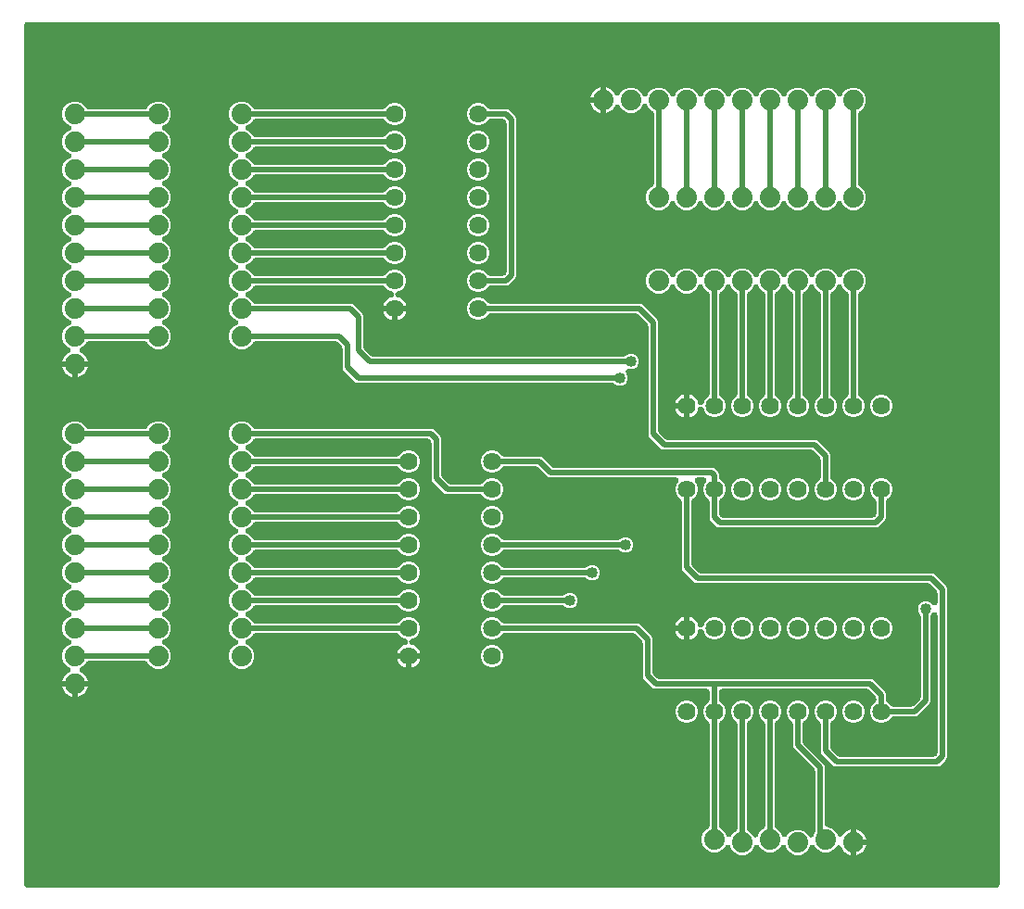
<source format=gbr>
G04 EAGLE Gerber RS-274X export*
G75*
%MOMM*%
%FSLAX34Y34*%
%LPD*%
%INTop Copper*%
%IPPOS*%
%AMOC8*
5,1,8,0,0,1.08239X$1,22.5*%
G01*
%ADD10C,1.879600*%
%ADD11C,1.625600*%
%ADD12C,0.508000*%
%ADD13C,1.016000*%

G36*
X892923Y4576D02*
X892923Y4576D01*
X892957Y4574D01*
X893146Y4596D01*
X893337Y4613D01*
X893370Y4622D01*
X893404Y4626D01*
X893587Y4681D01*
X893771Y4731D01*
X893802Y4746D01*
X893835Y4756D01*
X894006Y4843D01*
X894178Y4925D01*
X894206Y4945D01*
X894237Y4960D01*
X894389Y5076D01*
X894544Y5187D01*
X894568Y5212D01*
X894595Y5232D01*
X894724Y5372D01*
X894858Y5509D01*
X894877Y5538D01*
X894901Y5564D01*
X895003Y5725D01*
X895110Y5882D01*
X895124Y5914D01*
X895142Y5943D01*
X895215Y6120D01*
X895292Y6294D01*
X895300Y6328D01*
X895313Y6360D01*
X895353Y6547D01*
X895399Y6732D01*
X895401Y6766D01*
X895408Y6800D01*
X895427Y7112D01*
X895427Y792888D01*
X895424Y792923D01*
X895426Y792957D01*
X895404Y793146D01*
X895387Y793337D01*
X895378Y793370D01*
X895374Y793404D01*
X895319Y793587D01*
X895269Y793771D01*
X895254Y793802D01*
X895244Y793835D01*
X895157Y794006D01*
X895075Y794178D01*
X895055Y794206D01*
X895040Y794237D01*
X894924Y794389D01*
X894813Y794544D01*
X894788Y794568D01*
X894768Y794595D01*
X894628Y794724D01*
X894491Y794858D01*
X894462Y794877D01*
X894436Y794901D01*
X894275Y795003D01*
X894118Y795110D01*
X894086Y795124D01*
X894057Y795142D01*
X893880Y795215D01*
X893706Y795292D01*
X893672Y795300D01*
X893640Y795313D01*
X893453Y795353D01*
X893268Y795399D01*
X893234Y795401D01*
X893200Y795408D01*
X892888Y795427D01*
X7112Y795427D01*
X7077Y795424D01*
X7043Y795426D01*
X6854Y795404D01*
X6663Y795387D01*
X6630Y795378D01*
X6596Y795374D01*
X6413Y795319D01*
X6229Y795269D01*
X6198Y795254D01*
X6165Y795244D01*
X5994Y795157D01*
X5822Y795075D01*
X5794Y795055D01*
X5763Y795040D01*
X5611Y794924D01*
X5456Y794813D01*
X5432Y794788D01*
X5405Y794768D01*
X5276Y794628D01*
X5142Y794491D01*
X5123Y794462D01*
X5099Y794436D01*
X4997Y794275D01*
X4890Y794118D01*
X4876Y794086D01*
X4858Y794057D01*
X4785Y793880D01*
X4708Y793706D01*
X4700Y793672D01*
X4687Y793640D01*
X4647Y793453D01*
X4601Y793268D01*
X4599Y793234D01*
X4592Y793200D01*
X4573Y792888D01*
X4573Y7112D01*
X4576Y7077D01*
X4574Y7043D01*
X4596Y6854D01*
X4613Y6663D01*
X4622Y6630D01*
X4626Y6596D01*
X4681Y6413D01*
X4731Y6229D01*
X4746Y6198D01*
X4756Y6165D01*
X4843Y5994D01*
X4925Y5822D01*
X4945Y5794D01*
X4960Y5763D01*
X5076Y5611D01*
X5187Y5456D01*
X5212Y5432D01*
X5232Y5405D01*
X5372Y5276D01*
X5509Y5142D01*
X5538Y5123D01*
X5564Y5099D01*
X5725Y4997D01*
X5882Y4890D01*
X5914Y4876D01*
X5943Y4858D01*
X6120Y4785D01*
X6294Y4708D01*
X6328Y4700D01*
X6360Y4687D01*
X6547Y4647D01*
X6732Y4601D01*
X6766Y4599D01*
X6800Y4592D01*
X7112Y4573D01*
X892888Y4573D01*
X892923Y4576D01*
G37*
%LPC*%
G36*
X547225Y462787D02*
X547225Y462787D01*
X544611Y463870D01*
X543898Y464584D01*
X543771Y464689D01*
X543650Y464801D01*
X543599Y464833D01*
X543552Y464872D01*
X543409Y464954D01*
X543271Y465042D01*
X543214Y465066D01*
X543161Y465096D01*
X543006Y465151D01*
X542854Y465213D01*
X542794Y465226D01*
X542737Y465247D01*
X542575Y465273D01*
X542414Y465308D01*
X542337Y465313D01*
X542293Y465320D01*
X542232Y465319D01*
X542102Y465327D01*
X308970Y465327D01*
X307290Y466023D01*
X295843Y477470D01*
X295147Y479150D01*
X295147Y497434D01*
X295133Y497598D01*
X295126Y497762D01*
X295113Y497822D01*
X295107Y497883D01*
X295064Y498041D01*
X295028Y498202D01*
X295005Y498258D01*
X294989Y498317D01*
X294918Y498465D01*
X294855Y498617D01*
X294822Y498669D01*
X294795Y498724D01*
X294700Y498857D01*
X294610Y498995D01*
X294559Y499053D01*
X294533Y499090D01*
X294490Y499132D01*
X294404Y499230D01*
X290950Y502684D01*
X290823Y502789D01*
X290703Y502901D01*
X290651Y502933D01*
X290604Y502972D01*
X290462Y503054D01*
X290323Y503142D01*
X290266Y503166D01*
X290213Y503196D01*
X290058Y503251D01*
X289906Y503313D01*
X289847Y503326D01*
X289789Y503347D01*
X289627Y503373D01*
X289466Y503408D01*
X289389Y503413D01*
X289345Y503420D01*
X289284Y503419D01*
X289154Y503427D01*
X215375Y503427D01*
X215164Y503408D01*
X214953Y503392D01*
X214940Y503389D01*
X214927Y503387D01*
X214721Y503331D01*
X214517Y503278D01*
X214505Y503272D01*
X214492Y503269D01*
X214302Y503178D01*
X214108Y503089D01*
X214097Y503081D01*
X214086Y503075D01*
X213914Y502953D01*
X213740Y502830D01*
X213730Y502821D01*
X213720Y502813D01*
X213571Y502661D01*
X213422Y502511D01*
X213415Y502500D01*
X213405Y502491D01*
X213287Y502315D01*
X213166Y502141D01*
X213159Y502126D01*
X213153Y502118D01*
X213137Y502082D01*
X213029Y501860D01*
X212891Y501525D01*
X209675Y498310D01*
X205474Y496569D01*
X200926Y496569D01*
X196725Y498310D01*
X193510Y501525D01*
X191769Y505726D01*
X191769Y510274D01*
X193510Y514475D01*
X196725Y517691D01*
X198327Y518354D01*
X198442Y518414D01*
X198562Y518466D01*
X198641Y518518D01*
X198726Y518563D01*
X198829Y518642D01*
X198937Y518714D01*
X199006Y518780D01*
X199082Y518838D01*
X199169Y518935D01*
X199263Y519025D01*
X199320Y519102D01*
X199384Y519173D01*
X199452Y519283D01*
X199529Y519388D01*
X199571Y519474D01*
X199622Y519555D01*
X199670Y519676D01*
X199727Y519792D01*
X199753Y519884D01*
X199788Y519973D01*
X199814Y520101D01*
X199850Y520226D01*
X199859Y520321D01*
X199878Y520414D01*
X199881Y520544D01*
X199894Y520674D01*
X199887Y520769D01*
X199889Y520864D01*
X199869Y520993D01*
X199859Y521123D01*
X199835Y521215D01*
X199820Y521309D01*
X199778Y521432D01*
X199745Y521558D01*
X199705Y521645D01*
X199674Y521735D01*
X199611Y521849D01*
X199556Y521967D01*
X199501Y522045D01*
X199455Y522128D01*
X199372Y522229D01*
X199298Y522336D01*
X199230Y522403D01*
X199169Y522477D01*
X199070Y522561D01*
X198978Y522653D01*
X198900Y522707D01*
X198827Y522769D01*
X198715Y522835D01*
X198608Y522909D01*
X198491Y522966D01*
X198438Y522997D01*
X198396Y523012D01*
X198327Y523046D01*
X196725Y523709D01*
X193510Y526925D01*
X191769Y531126D01*
X191769Y535674D01*
X193510Y539875D01*
X196725Y543091D01*
X198327Y543754D01*
X198442Y543814D01*
X198562Y543866D01*
X198641Y543918D01*
X198726Y543963D01*
X198829Y544042D01*
X198937Y544114D01*
X199006Y544180D01*
X199082Y544238D01*
X199169Y544335D01*
X199263Y544424D01*
X199320Y544502D01*
X199384Y544572D01*
X199452Y544683D01*
X199529Y544788D01*
X199571Y544874D01*
X199622Y544955D01*
X199670Y545075D01*
X199727Y545192D01*
X199753Y545284D01*
X199788Y545373D01*
X199814Y545500D01*
X199850Y545626D01*
X199859Y545721D01*
X199878Y545814D01*
X199881Y545944D01*
X199894Y546074D01*
X199887Y546169D01*
X199889Y546264D01*
X199869Y546393D01*
X199859Y546523D01*
X199835Y546615D01*
X199820Y546709D01*
X199778Y546832D01*
X199745Y546958D01*
X199705Y547045D01*
X199674Y547135D01*
X199611Y547249D01*
X199556Y547367D01*
X199501Y547445D01*
X199455Y547528D01*
X199372Y547629D01*
X199298Y547736D01*
X199230Y547803D01*
X199169Y547877D01*
X199070Y547961D01*
X198978Y548053D01*
X198900Y548107D01*
X198827Y548169D01*
X198715Y548235D01*
X198608Y548309D01*
X198491Y548366D01*
X198438Y548397D01*
X198396Y548412D01*
X198327Y548446D01*
X196725Y549109D01*
X193510Y552325D01*
X191769Y556526D01*
X191769Y561074D01*
X193510Y565275D01*
X196725Y568490D01*
X198327Y569154D01*
X198442Y569214D01*
X198562Y569266D01*
X198641Y569318D01*
X198726Y569363D01*
X198829Y569442D01*
X198937Y569514D01*
X199007Y569580D01*
X199082Y569638D01*
X199169Y569735D01*
X199263Y569825D01*
X199320Y569902D01*
X199384Y569973D01*
X199452Y570083D01*
X199529Y570188D01*
X199571Y570274D01*
X199622Y570355D01*
X199670Y570476D01*
X199727Y570592D01*
X199753Y570684D01*
X199788Y570773D01*
X199814Y570901D01*
X199850Y571026D01*
X199859Y571121D01*
X199878Y571214D01*
X199881Y571344D01*
X199894Y571474D01*
X199887Y571569D01*
X199889Y571664D01*
X199869Y571793D01*
X199859Y571923D01*
X199835Y572015D01*
X199820Y572109D01*
X199778Y572232D01*
X199745Y572358D01*
X199705Y572445D01*
X199674Y572535D01*
X199611Y572649D01*
X199556Y572767D01*
X199501Y572845D01*
X199455Y572928D01*
X199372Y573029D01*
X199298Y573136D01*
X199230Y573203D01*
X199169Y573277D01*
X199070Y573361D01*
X198978Y573453D01*
X198900Y573507D01*
X198827Y573569D01*
X198715Y573635D01*
X198608Y573709D01*
X198491Y573766D01*
X198438Y573797D01*
X198396Y573812D01*
X198327Y573846D01*
X196725Y574509D01*
X193510Y577725D01*
X191769Y581926D01*
X191769Y586474D01*
X193510Y590675D01*
X196725Y593890D01*
X198327Y594554D01*
X198442Y594614D01*
X198562Y594666D01*
X198641Y594718D01*
X198726Y594763D01*
X198829Y594842D01*
X198937Y594914D01*
X199007Y594980D01*
X199082Y595038D01*
X199169Y595135D01*
X199263Y595225D01*
X199320Y595302D01*
X199384Y595373D01*
X199452Y595483D01*
X199529Y595588D01*
X199571Y595674D01*
X199622Y595755D01*
X199670Y595876D01*
X199727Y595992D01*
X199753Y596084D01*
X199788Y596173D01*
X199814Y596301D01*
X199850Y596426D01*
X199859Y596521D01*
X199878Y596614D01*
X199881Y596744D01*
X199894Y596874D01*
X199887Y596969D01*
X199889Y597064D01*
X199869Y597193D01*
X199859Y597323D01*
X199835Y597415D01*
X199820Y597509D01*
X199778Y597632D01*
X199745Y597758D01*
X199705Y597845D01*
X199674Y597935D01*
X199611Y598049D01*
X199556Y598167D01*
X199501Y598245D01*
X199455Y598328D01*
X199372Y598429D01*
X199298Y598536D01*
X199230Y598603D01*
X199169Y598677D01*
X199070Y598761D01*
X198978Y598853D01*
X198900Y598907D01*
X198827Y598969D01*
X198715Y599035D01*
X198608Y599109D01*
X198491Y599166D01*
X198438Y599197D01*
X198396Y599212D01*
X198327Y599246D01*
X196725Y599909D01*
X193510Y603125D01*
X191769Y607326D01*
X191769Y611874D01*
X193510Y616075D01*
X196725Y619290D01*
X198327Y619954D01*
X198442Y620014D01*
X198562Y620066D01*
X198641Y620118D01*
X198726Y620163D01*
X198829Y620242D01*
X198937Y620314D01*
X199007Y620380D01*
X199082Y620438D01*
X199169Y620535D01*
X199263Y620625D01*
X199320Y620702D01*
X199384Y620773D01*
X199452Y620883D01*
X199529Y620988D01*
X199571Y621074D01*
X199622Y621155D01*
X199670Y621276D01*
X199727Y621392D01*
X199753Y621484D01*
X199788Y621573D01*
X199814Y621701D01*
X199850Y621826D01*
X199859Y621921D01*
X199878Y622014D01*
X199881Y622144D01*
X199894Y622274D01*
X199887Y622369D01*
X199889Y622464D01*
X199869Y622593D01*
X199859Y622723D01*
X199835Y622815D01*
X199820Y622909D01*
X199778Y623032D01*
X199745Y623158D01*
X199705Y623245D01*
X199674Y623335D01*
X199611Y623449D01*
X199556Y623567D01*
X199501Y623645D01*
X199455Y623728D01*
X199372Y623829D01*
X199298Y623936D01*
X199230Y624003D01*
X199169Y624077D01*
X199070Y624161D01*
X198978Y624253D01*
X198900Y624307D01*
X198827Y624369D01*
X198715Y624435D01*
X198608Y624509D01*
X198491Y624566D01*
X198438Y624597D01*
X198396Y624612D01*
X198327Y624646D01*
X196725Y625309D01*
X193510Y628525D01*
X191769Y632726D01*
X191769Y637274D01*
X193510Y641475D01*
X196725Y644690D01*
X198327Y645354D01*
X198442Y645414D01*
X198562Y645466D01*
X198641Y645518D01*
X198726Y645563D01*
X198829Y645642D01*
X198937Y645714D01*
X199007Y645780D01*
X199082Y645838D01*
X199169Y645935D01*
X199263Y646025D01*
X199320Y646102D01*
X199384Y646173D01*
X199452Y646283D01*
X199529Y646388D01*
X199571Y646474D01*
X199622Y646555D01*
X199670Y646676D01*
X199727Y646792D01*
X199753Y646884D01*
X199788Y646973D01*
X199814Y647101D01*
X199850Y647226D01*
X199859Y647321D01*
X199878Y647414D01*
X199881Y647544D01*
X199894Y647674D01*
X199887Y647769D01*
X199889Y647864D01*
X199869Y647993D01*
X199859Y648123D01*
X199835Y648215D01*
X199820Y648309D01*
X199778Y648432D01*
X199745Y648558D01*
X199705Y648645D01*
X199674Y648735D01*
X199611Y648849D01*
X199556Y648967D01*
X199501Y649045D01*
X199455Y649128D01*
X199372Y649229D01*
X199298Y649336D01*
X199230Y649403D01*
X199169Y649477D01*
X199070Y649561D01*
X198978Y649653D01*
X198900Y649707D01*
X198827Y649769D01*
X198715Y649835D01*
X198608Y649909D01*
X198491Y649966D01*
X198438Y649997D01*
X198396Y650012D01*
X198327Y650046D01*
X196725Y650709D01*
X193510Y653925D01*
X191769Y658126D01*
X191769Y662674D01*
X193510Y666875D01*
X196725Y670090D01*
X198327Y670754D01*
X198442Y670814D01*
X198562Y670866D01*
X198641Y670918D01*
X198726Y670963D01*
X198829Y671042D01*
X198937Y671114D01*
X199007Y671180D01*
X199082Y671238D01*
X199169Y671335D01*
X199263Y671425D01*
X199320Y671502D01*
X199384Y671573D01*
X199452Y671683D01*
X199529Y671788D01*
X199571Y671874D01*
X199622Y671955D01*
X199670Y672076D01*
X199727Y672192D01*
X199753Y672284D01*
X199788Y672373D01*
X199814Y672501D01*
X199850Y672626D01*
X199859Y672721D01*
X199878Y672814D01*
X199881Y672944D01*
X199894Y673074D01*
X199887Y673169D01*
X199889Y673264D01*
X199869Y673393D01*
X199859Y673523D01*
X199835Y673615D01*
X199820Y673709D01*
X199778Y673832D01*
X199745Y673958D01*
X199705Y674045D01*
X199674Y674135D01*
X199611Y674249D01*
X199556Y674367D01*
X199501Y674445D01*
X199455Y674528D01*
X199372Y674629D01*
X199298Y674736D01*
X199230Y674803D01*
X199169Y674877D01*
X199070Y674961D01*
X198978Y675053D01*
X198900Y675107D01*
X198827Y675169D01*
X198715Y675235D01*
X198608Y675309D01*
X198491Y675366D01*
X198438Y675397D01*
X198396Y675412D01*
X198327Y675446D01*
X196725Y676109D01*
X193510Y679325D01*
X191769Y683526D01*
X191769Y688074D01*
X193510Y692275D01*
X196725Y695491D01*
X198327Y696154D01*
X198442Y696214D01*
X198562Y696266D01*
X198641Y696318D01*
X198726Y696363D01*
X198829Y696442D01*
X198937Y696514D01*
X199006Y696580D01*
X199082Y696638D01*
X199169Y696735D01*
X199263Y696825D01*
X199320Y696902D01*
X199384Y696973D01*
X199452Y697083D01*
X199529Y697188D01*
X199571Y697274D01*
X199622Y697355D01*
X199670Y697476D01*
X199727Y697592D01*
X199753Y697684D01*
X199788Y697773D01*
X199814Y697901D01*
X199850Y698026D01*
X199859Y698121D01*
X199878Y698214D01*
X199881Y698344D01*
X199894Y698474D01*
X199887Y698569D01*
X199889Y698664D01*
X199869Y698793D01*
X199859Y698923D01*
X199835Y699015D01*
X199820Y699109D01*
X199778Y699232D01*
X199745Y699358D01*
X199705Y699445D01*
X199674Y699535D01*
X199611Y699649D01*
X199556Y699767D01*
X199501Y699845D01*
X199455Y699928D01*
X199372Y700029D01*
X199298Y700136D01*
X199230Y700203D01*
X199169Y700277D01*
X199070Y700361D01*
X198978Y700453D01*
X198900Y700507D01*
X198827Y700569D01*
X198715Y700635D01*
X198608Y700709D01*
X198491Y700766D01*
X198438Y700797D01*
X198396Y700812D01*
X198327Y700846D01*
X196725Y701509D01*
X193510Y704725D01*
X191769Y708926D01*
X191769Y713474D01*
X193510Y717675D01*
X196725Y720890D01*
X200926Y722631D01*
X205474Y722631D01*
X209675Y720890D01*
X212891Y717675D01*
X213029Y717340D01*
X213127Y717153D01*
X213224Y716963D01*
X213232Y716953D01*
X213238Y716941D01*
X213367Y716774D01*
X213496Y716605D01*
X213505Y716596D01*
X213513Y716585D01*
X213670Y716444D01*
X213827Y716299D01*
X213838Y716292D01*
X213848Y716284D01*
X214026Y716172D01*
X214206Y716058D01*
X214219Y716053D01*
X214230Y716046D01*
X214427Y715967D01*
X214623Y715887D01*
X214636Y715884D01*
X214648Y715879D01*
X214856Y715837D01*
X215063Y715792D01*
X215079Y715791D01*
X215089Y715789D01*
X215129Y715788D01*
X215375Y715773D01*
X332100Y715773D01*
X332310Y715791D01*
X332522Y715808D01*
X332535Y715811D01*
X332548Y715813D01*
X332753Y715869D01*
X332958Y715922D01*
X332970Y715928D01*
X332982Y715931D01*
X333174Y716022D01*
X333366Y716111D01*
X333377Y716119D01*
X333389Y716125D01*
X333561Y716248D01*
X333735Y716370D01*
X333744Y716379D01*
X333755Y716387D01*
X333904Y716539D01*
X334052Y716689D01*
X334060Y716700D01*
X334069Y716709D01*
X334130Y716799D01*
X337144Y719814D01*
X340879Y721361D01*
X344921Y721361D01*
X348656Y719814D01*
X351514Y716956D01*
X353061Y713221D01*
X353061Y709179D01*
X351514Y705444D01*
X348656Y702586D01*
X344921Y701039D01*
X340879Y701039D01*
X337144Y702586D01*
X334117Y705613D01*
X334107Y705627D01*
X333979Y705795D01*
X333969Y705804D01*
X333961Y705815D01*
X333804Y705957D01*
X333648Y706101D01*
X333637Y706108D01*
X333627Y706117D01*
X333447Y706228D01*
X333268Y706342D01*
X333256Y706347D01*
X333245Y706354D01*
X333048Y706433D01*
X332852Y706513D01*
X332839Y706516D01*
X332826Y706521D01*
X332620Y706563D01*
X332411Y706608D01*
X332395Y706609D01*
X332385Y706611D01*
X332346Y706612D01*
X332100Y706627D01*
X215375Y706627D01*
X215164Y706608D01*
X214953Y706592D01*
X214940Y706589D01*
X214927Y706587D01*
X214721Y706531D01*
X214517Y706478D01*
X214505Y706472D01*
X214492Y706469D01*
X214302Y706378D01*
X214108Y706289D01*
X214097Y706281D01*
X214086Y706275D01*
X213914Y706153D01*
X213740Y706030D01*
X213730Y706021D01*
X213720Y706013D01*
X213571Y705861D01*
X213422Y705711D01*
X213415Y705700D01*
X213405Y705691D01*
X213287Y705515D01*
X213166Y705341D01*
X213159Y705326D01*
X213153Y705318D01*
X213137Y705282D01*
X213029Y705060D01*
X212891Y704725D01*
X209675Y701509D01*
X208073Y700846D01*
X207958Y700786D01*
X207838Y700734D01*
X207759Y700682D01*
X207674Y700637D01*
X207571Y700558D01*
X207463Y700486D01*
X207394Y700420D01*
X207318Y700362D01*
X207231Y700265D01*
X207137Y700176D01*
X207080Y700098D01*
X207016Y700028D01*
X206948Y699917D01*
X206871Y699812D01*
X206829Y699726D01*
X206778Y699645D01*
X206730Y699525D01*
X206673Y699408D01*
X206647Y699316D01*
X206612Y699227D01*
X206586Y699100D01*
X206550Y698974D01*
X206541Y698879D01*
X206522Y698786D01*
X206519Y698656D01*
X206506Y698526D01*
X206513Y698431D01*
X206511Y698336D01*
X206531Y698207D01*
X206541Y698077D01*
X206565Y697985D01*
X206580Y697891D01*
X206622Y697768D01*
X206655Y697642D01*
X206695Y697555D01*
X206726Y697465D01*
X206789Y697351D01*
X206844Y697233D01*
X206899Y697155D01*
X206945Y697072D01*
X207028Y696971D01*
X207102Y696864D01*
X207170Y696797D01*
X207231Y696723D01*
X207330Y696639D01*
X207422Y696547D01*
X207500Y696493D01*
X207573Y696431D01*
X207685Y696365D01*
X207792Y696291D01*
X207909Y696234D01*
X207962Y696203D01*
X208004Y696188D01*
X208073Y696154D01*
X209675Y695491D01*
X212891Y692275D01*
X213029Y691940D01*
X213127Y691753D01*
X213224Y691563D01*
X213232Y691553D01*
X213238Y691541D01*
X213367Y691374D01*
X213496Y691205D01*
X213505Y691196D01*
X213513Y691185D01*
X213670Y691044D01*
X213827Y690899D01*
X213838Y690892D01*
X213848Y690884D01*
X214026Y690772D01*
X214206Y690658D01*
X214219Y690653D01*
X214230Y690646D01*
X214427Y690567D01*
X214623Y690487D01*
X214636Y690484D01*
X214648Y690479D01*
X214856Y690437D01*
X215063Y690392D01*
X215079Y690391D01*
X215089Y690389D01*
X215129Y690388D01*
X215375Y690373D01*
X332100Y690373D01*
X332310Y690391D01*
X332522Y690408D01*
X332535Y690411D01*
X332548Y690413D01*
X332753Y690469D01*
X332958Y690522D01*
X332970Y690528D01*
X332982Y690531D01*
X333174Y690622D01*
X333366Y690711D01*
X333377Y690719D01*
X333389Y690725D01*
X333561Y690848D01*
X333735Y690970D01*
X333744Y690979D01*
X333755Y690987D01*
X333904Y691139D01*
X334052Y691289D01*
X334060Y691300D01*
X334069Y691309D01*
X334130Y691399D01*
X337144Y694414D01*
X340879Y695961D01*
X344921Y695961D01*
X348656Y694414D01*
X351514Y691556D01*
X353061Y687821D01*
X353061Y683779D01*
X351514Y680044D01*
X348656Y677186D01*
X344921Y675639D01*
X340879Y675639D01*
X337144Y677186D01*
X334117Y680213D01*
X334107Y680227D01*
X333979Y680395D01*
X333969Y680404D01*
X333961Y680415D01*
X333804Y680557D01*
X333648Y680701D01*
X333637Y680708D01*
X333627Y680717D01*
X333447Y680828D01*
X333268Y680942D01*
X333256Y680947D01*
X333245Y680954D01*
X333048Y681033D01*
X332852Y681113D01*
X332839Y681116D01*
X332826Y681121D01*
X332620Y681163D01*
X332411Y681208D01*
X332395Y681209D01*
X332385Y681211D01*
X332346Y681212D01*
X332100Y681227D01*
X215375Y681227D01*
X215164Y681208D01*
X214953Y681192D01*
X214940Y681189D01*
X214927Y681187D01*
X214721Y681131D01*
X214517Y681078D01*
X214505Y681072D01*
X214492Y681069D01*
X214302Y680978D01*
X214108Y680889D01*
X214097Y680881D01*
X214086Y680875D01*
X213914Y680753D01*
X213740Y680630D01*
X213730Y680621D01*
X213720Y680613D01*
X213571Y680461D01*
X213422Y680311D01*
X213415Y680300D01*
X213405Y680291D01*
X213287Y680115D01*
X213166Y679941D01*
X213159Y679926D01*
X213153Y679918D01*
X213137Y679882D01*
X213029Y679660D01*
X212891Y679325D01*
X209675Y676109D01*
X208073Y675446D01*
X207958Y675386D01*
X207838Y675334D01*
X207759Y675282D01*
X207674Y675237D01*
X207571Y675158D01*
X207463Y675086D01*
X207394Y675020D01*
X207318Y674962D01*
X207231Y674865D01*
X207137Y674776D01*
X207080Y674698D01*
X207016Y674627D01*
X206948Y674517D01*
X206871Y674412D01*
X206829Y674326D01*
X206778Y674245D01*
X206730Y674124D01*
X206673Y674008D01*
X206647Y673916D01*
X206612Y673827D01*
X206586Y673699D01*
X206550Y673574D01*
X206541Y673479D01*
X206522Y673386D01*
X206519Y673256D01*
X206506Y673126D01*
X206513Y673031D01*
X206511Y672936D01*
X206531Y672807D01*
X206541Y672678D01*
X206565Y672585D01*
X206580Y672491D01*
X206622Y672368D01*
X206655Y672242D01*
X206695Y672155D01*
X206726Y672065D01*
X206789Y671951D01*
X206844Y671833D01*
X206899Y671755D01*
X206945Y671672D01*
X207028Y671571D01*
X207102Y671465D01*
X207170Y671397D01*
X207231Y671323D01*
X207329Y671239D01*
X207422Y671147D01*
X207501Y671093D01*
X207573Y671031D01*
X207685Y670965D01*
X207792Y670891D01*
X207909Y670834D01*
X207962Y670803D01*
X208004Y670788D01*
X208073Y670754D01*
X209675Y670090D01*
X212891Y666875D01*
X213029Y666540D01*
X213127Y666353D01*
X213224Y666163D01*
X213232Y666153D01*
X213238Y666141D01*
X213367Y665974D01*
X213496Y665805D01*
X213505Y665796D01*
X213513Y665785D01*
X213670Y665644D01*
X213827Y665499D01*
X213838Y665492D01*
X213848Y665484D01*
X214026Y665372D01*
X214206Y665258D01*
X214219Y665253D01*
X214230Y665246D01*
X214427Y665167D01*
X214623Y665087D01*
X214636Y665084D01*
X214648Y665079D01*
X214856Y665037D01*
X215063Y664992D01*
X215079Y664991D01*
X215089Y664989D01*
X215129Y664988D01*
X215375Y664973D01*
X332100Y664973D01*
X332310Y664991D01*
X332522Y665008D01*
X332535Y665011D01*
X332548Y665013D01*
X332753Y665069D01*
X332958Y665122D01*
X332970Y665128D01*
X332982Y665131D01*
X333174Y665222D01*
X333366Y665311D01*
X333377Y665319D01*
X333389Y665325D01*
X333561Y665448D01*
X333735Y665570D01*
X333744Y665579D01*
X333755Y665587D01*
X333904Y665739D01*
X334052Y665889D01*
X334060Y665900D01*
X334069Y665909D01*
X334130Y665999D01*
X337144Y669014D01*
X340879Y670561D01*
X344921Y670561D01*
X348656Y669014D01*
X351514Y666156D01*
X353061Y662421D01*
X353061Y658379D01*
X351514Y654644D01*
X348656Y651786D01*
X344921Y650239D01*
X340879Y650239D01*
X337144Y651786D01*
X334117Y654813D01*
X334107Y654827D01*
X333979Y654995D01*
X333969Y655004D01*
X333961Y655015D01*
X333804Y655157D01*
X333648Y655301D01*
X333637Y655308D01*
X333627Y655317D01*
X333447Y655428D01*
X333268Y655542D01*
X333256Y655547D01*
X333245Y655554D01*
X333048Y655633D01*
X332852Y655713D01*
X332839Y655716D01*
X332826Y655721D01*
X332620Y655763D01*
X332411Y655808D01*
X332395Y655809D01*
X332385Y655811D01*
X332346Y655812D01*
X332100Y655827D01*
X215375Y655827D01*
X215164Y655808D01*
X214953Y655792D01*
X214940Y655789D01*
X214927Y655787D01*
X214721Y655731D01*
X214517Y655678D01*
X214505Y655672D01*
X214492Y655669D01*
X214302Y655578D01*
X214108Y655489D01*
X214097Y655481D01*
X214086Y655475D01*
X213914Y655353D01*
X213740Y655230D01*
X213730Y655221D01*
X213720Y655213D01*
X213571Y655061D01*
X213422Y654911D01*
X213415Y654900D01*
X213405Y654891D01*
X213287Y654715D01*
X213166Y654541D01*
X213159Y654526D01*
X213153Y654518D01*
X213137Y654482D01*
X213029Y654260D01*
X212891Y653925D01*
X209675Y650709D01*
X208073Y650046D01*
X207958Y649986D01*
X207838Y649934D01*
X207759Y649882D01*
X207674Y649837D01*
X207571Y649758D01*
X207463Y649686D01*
X207394Y649620D01*
X207318Y649562D01*
X207231Y649465D01*
X207137Y649376D01*
X207080Y649298D01*
X207016Y649227D01*
X206948Y649117D01*
X206871Y649012D01*
X206829Y648926D01*
X206778Y648845D01*
X206730Y648724D01*
X206673Y648608D01*
X206647Y648516D01*
X206612Y648427D01*
X206586Y648299D01*
X206550Y648174D01*
X206541Y648079D01*
X206522Y647986D01*
X206519Y647856D01*
X206506Y647726D01*
X206513Y647631D01*
X206511Y647536D01*
X206531Y647407D01*
X206541Y647278D01*
X206565Y647185D01*
X206580Y647091D01*
X206622Y646968D01*
X206655Y646842D01*
X206695Y646755D01*
X206726Y646665D01*
X206789Y646551D01*
X206844Y646433D01*
X206899Y646355D01*
X206945Y646272D01*
X207028Y646171D01*
X207102Y646065D01*
X207170Y645997D01*
X207231Y645923D01*
X207329Y645839D01*
X207422Y645747D01*
X207501Y645693D01*
X207573Y645631D01*
X207685Y645565D01*
X207792Y645491D01*
X207909Y645434D01*
X207962Y645403D01*
X208004Y645388D01*
X208073Y645354D01*
X209675Y644690D01*
X212891Y641475D01*
X213029Y641140D01*
X213127Y640953D01*
X213224Y640763D01*
X213232Y640753D01*
X213238Y640741D01*
X213367Y640574D01*
X213496Y640405D01*
X213505Y640396D01*
X213513Y640385D01*
X213670Y640244D01*
X213827Y640099D01*
X213838Y640092D01*
X213848Y640084D01*
X214026Y639972D01*
X214206Y639858D01*
X214219Y639853D01*
X214230Y639846D01*
X214427Y639767D01*
X214623Y639687D01*
X214636Y639684D01*
X214648Y639679D01*
X214856Y639637D01*
X215063Y639592D01*
X215079Y639591D01*
X215089Y639589D01*
X215129Y639588D01*
X215375Y639573D01*
X332100Y639573D01*
X332310Y639591D01*
X332522Y639608D01*
X332535Y639611D01*
X332548Y639613D01*
X332753Y639669D01*
X332958Y639722D01*
X332970Y639728D01*
X332982Y639731D01*
X333174Y639822D01*
X333366Y639911D01*
X333377Y639919D01*
X333389Y639925D01*
X333561Y640048D01*
X333735Y640170D01*
X333744Y640179D01*
X333755Y640187D01*
X333904Y640339D01*
X334052Y640489D01*
X334060Y640500D01*
X334069Y640509D01*
X334130Y640599D01*
X337144Y643614D01*
X340879Y645161D01*
X344921Y645161D01*
X348656Y643614D01*
X351514Y640756D01*
X353061Y637021D01*
X353061Y632979D01*
X351514Y629244D01*
X348656Y626386D01*
X344921Y624839D01*
X340879Y624839D01*
X337144Y626386D01*
X334117Y629413D01*
X334107Y629427D01*
X333979Y629595D01*
X333969Y629604D01*
X333961Y629615D01*
X333804Y629757D01*
X333648Y629901D01*
X333637Y629908D01*
X333627Y629917D01*
X333447Y630028D01*
X333268Y630142D01*
X333256Y630147D01*
X333245Y630154D01*
X333048Y630233D01*
X332852Y630313D01*
X332839Y630316D01*
X332826Y630321D01*
X332620Y630363D01*
X332411Y630408D01*
X332395Y630409D01*
X332385Y630411D01*
X332346Y630412D01*
X332100Y630427D01*
X215375Y630427D01*
X215164Y630408D01*
X214953Y630392D01*
X214940Y630389D01*
X214927Y630387D01*
X214721Y630331D01*
X214517Y630278D01*
X214505Y630272D01*
X214492Y630269D01*
X214302Y630178D01*
X214108Y630089D01*
X214097Y630081D01*
X214086Y630075D01*
X213914Y629953D01*
X213740Y629830D01*
X213730Y629821D01*
X213720Y629813D01*
X213571Y629661D01*
X213422Y629511D01*
X213415Y629500D01*
X213405Y629491D01*
X213287Y629315D01*
X213166Y629141D01*
X213159Y629126D01*
X213153Y629118D01*
X213137Y629082D01*
X213029Y628860D01*
X212891Y628525D01*
X209675Y625309D01*
X208073Y624646D01*
X207958Y624586D01*
X207838Y624534D01*
X207759Y624482D01*
X207674Y624437D01*
X207571Y624358D01*
X207463Y624286D01*
X207394Y624220D01*
X207318Y624162D01*
X207231Y624065D01*
X207137Y623976D01*
X207080Y623898D01*
X207016Y623827D01*
X206948Y623717D01*
X206871Y623612D01*
X206829Y623526D01*
X206778Y623445D01*
X206730Y623324D01*
X206673Y623208D01*
X206647Y623116D01*
X206612Y623027D01*
X206586Y622899D01*
X206550Y622774D01*
X206541Y622679D01*
X206522Y622586D01*
X206519Y622456D01*
X206506Y622326D01*
X206513Y622231D01*
X206511Y622136D01*
X206531Y622007D01*
X206541Y621878D01*
X206565Y621785D01*
X206580Y621691D01*
X206622Y621568D01*
X206655Y621442D01*
X206695Y621355D01*
X206726Y621265D01*
X206789Y621151D01*
X206844Y621033D01*
X206899Y620955D01*
X206945Y620872D01*
X207028Y620771D01*
X207102Y620665D01*
X207170Y620597D01*
X207231Y620523D01*
X207329Y620439D01*
X207422Y620347D01*
X207501Y620293D01*
X207573Y620231D01*
X207685Y620165D01*
X207792Y620091D01*
X207909Y620034D01*
X207962Y620003D01*
X208004Y619988D01*
X208073Y619954D01*
X209675Y619290D01*
X212891Y616075D01*
X213029Y615740D01*
X213127Y615553D01*
X213224Y615363D01*
X213232Y615353D01*
X213238Y615341D01*
X213367Y615174D01*
X213496Y615005D01*
X213505Y614996D01*
X213513Y614985D01*
X213670Y614844D01*
X213827Y614699D01*
X213838Y614692D01*
X213848Y614684D01*
X214026Y614572D01*
X214206Y614458D01*
X214219Y614453D01*
X214230Y614446D01*
X214427Y614367D01*
X214623Y614287D01*
X214636Y614284D01*
X214648Y614279D01*
X214856Y614237D01*
X215063Y614192D01*
X215079Y614191D01*
X215089Y614189D01*
X215129Y614188D01*
X215375Y614173D01*
X332100Y614173D01*
X332310Y614191D01*
X332522Y614208D01*
X332535Y614211D01*
X332548Y614213D01*
X332753Y614269D01*
X332958Y614322D01*
X332970Y614328D01*
X332982Y614331D01*
X333174Y614422D01*
X333366Y614511D01*
X333377Y614519D01*
X333389Y614525D01*
X333561Y614648D01*
X333735Y614770D01*
X333744Y614779D01*
X333755Y614787D01*
X333904Y614939D01*
X334052Y615089D01*
X334060Y615100D01*
X334069Y615109D01*
X334130Y615199D01*
X337144Y618214D01*
X340879Y619761D01*
X344921Y619761D01*
X348656Y618214D01*
X351514Y615356D01*
X353061Y611621D01*
X353061Y607579D01*
X351514Y603844D01*
X348656Y600986D01*
X344921Y599439D01*
X340879Y599439D01*
X337144Y600986D01*
X334117Y604013D01*
X334107Y604027D01*
X333979Y604195D01*
X333969Y604204D01*
X333961Y604215D01*
X333804Y604357D01*
X333648Y604501D01*
X333637Y604508D01*
X333627Y604517D01*
X333447Y604628D01*
X333268Y604742D01*
X333256Y604747D01*
X333245Y604754D01*
X333048Y604833D01*
X332852Y604913D01*
X332839Y604916D01*
X332826Y604921D01*
X332620Y604963D01*
X332411Y605008D01*
X332395Y605009D01*
X332385Y605011D01*
X332346Y605012D01*
X332100Y605027D01*
X215375Y605027D01*
X215164Y605008D01*
X214953Y604992D01*
X214940Y604989D01*
X214927Y604987D01*
X214721Y604931D01*
X214517Y604878D01*
X214505Y604872D01*
X214492Y604869D01*
X214302Y604778D01*
X214108Y604689D01*
X214097Y604681D01*
X214086Y604675D01*
X213914Y604553D01*
X213740Y604430D01*
X213730Y604421D01*
X213720Y604413D01*
X213571Y604261D01*
X213422Y604111D01*
X213415Y604100D01*
X213405Y604091D01*
X213287Y603915D01*
X213166Y603741D01*
X213159Y603726D01*
X213153Y603718D01*
X213137Y603682D01*
X213029Y603460D01*
X212891Y603125D01*
X209675Y599909D01*
X208073Y599246D01*
X207958Y599186D01*
X207838Y599134D01*
X207759Y599082D01*
X207674Y599037D01*
X207571Y598958D01*
X207463Y598886D01*
X207394Y598820D01*
X207318Y598762D01*
X207231Y598665D01*
X207137Y598576D01*
X207080Y598498D01*
X207016Y598427D01*
X206948Y598317D01*
X206871Y598212D01*
X206829Y598126D01*
X206778Y598045D01*
X206730Y597924D01*
X206673Y597808D01*
X206647Y597716D01*
X206612Y597627D01*
X206586Y597499D01*
X206550Y597374D01*
X206541Y597279D01*
X206522Y597186D01*
X206519Y597056D01*
X206506Y596926D01*
X206513Y596831D01*
X206511Y596736D01*
X206531Y596607D01*
X206541Y596478D01*
X206565Y596385D01*
X206580Y596291D01*
X206622Y596168D01*
X206655Y596042D01*
X206695Y595955D01*
X206726Y595865D01*
X206789Y595751D01*
X206844Y595633D01*
X206899Y595555D01*
X206945Y595472D01*
X207028Y595371D01*
X207102Y595265D01*
X207170Y595197D01*
X207231Y595123D01*
X207329Y595039D01*
X207422Y594947D01*
X207501Y594893D01*
X207573Y594831D01*
X207685Y594765D01*
X207792Y594691D01*
X207909Y594634D01*
X207962Y594603D01*
X208004Y594588D01*
X208073Y594554D01*
X209675Y593890D01*
X212891Y590675D01*
X213029Y590340D01*
X213127Y590153D01*
X213224Y589963D01*
X213232Y589953D01*
X213238Y589941D01*
X213367Y589774D01*
X213496Y589605D01*
X213505Y589596D01*
X213513Y589585D01*
X213670Y589444D01*
X213827Y589299D01*
X213838Y589292D01*
X213848Y589284D01*
X214026Y589172D01*
X214206Y589058D01*
X214219Y589053D01*
X214230Y589046D01*
X214427Y588967D01*
X214623Y588887D01*
X214636Y588884D01*
X214648Y588879D01*
X214856Y588837D01*
X215063Y588792D01*
X215079Y588791D01*
X215089Y588789D01*
X215129Y588788D01*
X215375Y588773D01*
X332100Y588773D01*
X332310Y588791D01*
X332522Y588808D01*
X332535Y588811D01*
X332548Y588813D01*
X332753Y588869D01*
X332958Y588922D01*
X332970Y588928D01*
X332982Y588931D01*
X333174Y589022D01*
X333366Y589111D01*
X333377Y589119D01*
X333389Y589125D01*
X333561Y589248D01*
X333735Y589370D01*
X333744Y589379D01*
X333755Y589387D01*
X333904Y589539D01*
X334052Y589689D01*
X334060Y589700D01*
X334069Y589709D01*
X334130Y589799D01*
X337144Y592814D01*
X340879Y594361D01*
X344921Y594361D01*
X348656Y592814D01*
X351514Y589956D01*
X353061Y586221D01*
X353061Y582179D01*
X351514Y578444D01*
X348656Y575586D01*
X344921Y574039D01*
X340879Y574039D01*
X337144Y575586D01*
X334117Y578613D01*
X334107Y578627D01*
X333979Y578795D01*
X333969Y578804D01*
X333961Y578815D01*
X333804Y578957D01*
X333648Y579101D01*
X333637Y579108D01*
X333627Y579117D01*
X333447Y579228D01*
X333268Y579342D01*
X333256Y579347D01*
X333245Y579354D01*
X333048Y579433D01*
X332852Y579513D01*
X332839Y579516D01*
X332826Y579521D01*
X332620Y579563D01*
X332411Y579608D01*
X332395Y579609D01*
X332385Y579611D01*
X332346Y579612D01*
X332100Y579627D01*
X215375Y579627D01*
X215164Y579608D01*
X214953Y579592D01*
X214940Y579589D01*
X214927Y579587D01*
X214721Y579531D01*
X214517Y579478D01*
X214505Y579472D01*
X214492Y579469D01*
X214302Y579378D01*
X214108Y579289D01*
X214097Y579281D01*
X214086Y579275D01*
X213914Y579153D01*
X213740Y579030D01*
X213730Y579021D01*
X213720Y579013D01*
X213571Y578861D01*
X213422Y578711D01*
X213415Y578700D01*
X213405Y578691D01*
X213287Y578515D01*
X213166Y578341D01*
X213159Y578326D01*
X213153Y578318D01*
X213137Y578282D01*
X213029Y578060D01*
X212891Y577725D01*
X209675Y574509D01*
X208073Y573846D01*
X207958Y573786D01*
X207838Y573734D01*
X207759Y573682D01*
X207674Y573637D01*
X207571Y573558D01*
X207463Y573486D01*
X207394Y573420D01*
X207318Y573362D01*
X207231Y573265D01*
X207137Y573176D01*
X207080Y573098D01*
X207016Y573027D01*
X206948Y572917D01*
X206871Y572812D01*
X206829Y572726D01*
X206778Y572645D01*
X206730Y572524D01*
X206673Y572408D01*
X206647Y572316D01*
X206612Y572227D01*
X206586Y572099D01*
X206550Y571974D01*
X206541Y571879D01*
X206522Y571786D01*
X206519Y571656D01*
X206506Y571526D01*
X206513Y571431D01*
X206511Y571336D01*
X206531Y571207D01*
X206541Y571078D01*
X206565Y570985D01*
X206580Y570891D01*
X206622Y570768D01*
X206655Y570642D01*
X206695Y570555D01*
X206726Y570465D01*
X206789Y570351D01*
X206844Y570233D01*
X206899Y570155D01*
X206945Y570072D01*
X207028Y569971D01*
X207102Y569865D01*
X207170Y569797D01*
X207231Y569723D01*
X207329Y569639D01*
X207422Y569547D01*
X207501Y569493D01*
X207573Y569431D01*
X207685Y569365D01*
X207792Y569291D01*
X207909Y569234D01*
X207962Y569203D01*
X208004Y569188D01*
X208073Y569154D01*
X209675Y568490D01*
X212891Y565275D01*
X213029Y564940D01*
X213127Y564753D01*
X213224Y564563D01*
X213232Y564553D01*
X213238Y564541D01*
X213368Y564373D01*
X213496Y564205D01*
X213505Y564196D01*
X213513Y564185D01*
X213670Y564044D01*
X213827Y563899D01*
X213838Y563892D01*
X213848Y563884D01*
X214026Y563772D01*
X214206Y563658D01*
X214219Y563653D01*
X214230Y563646D01*
X214427Y563567D01*
X214623Y563487D01*
X214636Y563484D01*
X214648Y563479D01*
X214856Y563437D01*
X215063Y563392D01*
X215079Y563391D01*
X215089Y563389D01*
X215129Y563388D01*
X215375Y563373D01*
X332100Y563373D01*
X332310Y563391D01*
X332522Y563408D01*
X332535Y563411D01*
X332548Y563413D01*
X332753Y563469D01*
X332958Y563522D01*
X332970Y563528D01*
X332982Y563531D01*
X333174Y563622D01*
X333366Y563711D01*
X333377Y563719D01*
X333389Y563725D01*
X333561Y563848D01*
X333735Y563970D01*
X333744Y563979D01*
X333755Y563987D01*
X333904Y564139D01*
X334052Y564289D01*
X334060Y564300D01*
X334069Y564309D01*
X334130Y564399D01*
X337144Y567414D01*
X340879Y568961D01*
X344921Y568961D01*
X348656Y567414D01*
X351514Y564556D01*
X353061Y560821D01*
X353061Y556779D01*
X351514Y553044D01*
X348656Y550186D01*
X344930Y548643D01*
X344750Y548549D01*
X344568Y548458D01*
X344550Y548445D01*
X344531Y548435D01*
X344370Y548310D01*
X344207Y548188D01*
X344192Y548172D01*
X344175Y548159D01*
X344039Y548008D01*
X343900Y547859D01*
X343888Y547841D01*
X343874Y547825D01*
X343766Y547652D01*
X343656Y547481D01*
X343647Y547461D01*
X343636Y547442D01*
X343560Y547253D01*
X343482Y547065D01*
X343477Y547044D01*
X343469Y547024D01*
X343428Y546824D01*
X343384Y546626D01*
X343383Y546604D01*
X343379Y546583D01*
X343374Y546380D01*
X343366Y546176D01*
X343369Y546154D01*
X343368Y546133D01*
X343399Y545932D01*
X343427Y545730D01*
X343434Y545709D01*
X343437Y545688D01*
X343503Y545496D01*
X343566Y545302D01*
X343576Y545282D01*
X343583Y545262D01*
X343683Y545084D01*
X343779Y544905D01*
X343792Y544888D01*
X343803Y544869D01*
X343933Y544710D01*
X344058Y544551D01*
X344074Y544537D01*
X344088Y544520D01*
X344243Y544388D01*
X344395Y544253D01*
X344414Y544242D01*
X344430Y544228D01*
X344606Y544125D01*
X344780Y544019D01*
X344800Y544011D01*
X344819Y544000D01*
X345010Y543930D01*
X345200Y543857D01*
X345225Y543851D01*
X345242Y543845D01*
X345293Y543836D01*
X345332Y543827D01*
X346995Y543287D01*
X348492Y542525D01*
X349850Y541538D01*
X351038Y540350D01*
X352025Y538992D01*
X352787Y537495D01*
X353293Y535939D01*
X342900Y535939D01*
X332507Y535939D01*
X333013Y537495D01*
X333775Y538992D01*
X334762Y540350D01*
X335950Y541538D01*
X337308Y542525D01*
X338805Y543287D01*
X340527Y543847D01*
X340691Y543885D01*
X340711Y543893D01*
X340732Y543899D01*
X340917Y543982D01*
X341104Y544063D01*
X341123Y544075D01*
X341142Y544084D01*
X341309Y544198D01*
X341480Y544311D01*
X341496Y544326D01*
X341514Y544338D01*
X341658Y544481D01*
X341806Y544622D01*
X341819Y544639D01*
X341834Y544654D01*
X341952Y544821D01*
X342072Y544985D01*
X342081Y545004D01*
X342094Y545022D01*
X342180Y545207D01*
X342269Y545390D01*
X342275Y545410D01*
X342285Y545430D01*
X342337Y545627D01*
X342392Y545823D01*
X342395Y545844D01*
X342400Y545865D01*
X342417Y546068D01*
X342437Y546271D01*
X342435Y546293D01*
X342437Y546314D01*
X342418Y546516D01*
X342402Y546720D01*
X342396Y546741D01*
X342394Y546762D01*
X342339Y546958D01*
X342288Y547155D01*
X342279Y547175D01*
X342273Y547196D01*
X342184Y547379D01*
X342099Y547564D01*
X342086Y547582D01*
X342077Y547601D01*
X341957Y547765D01*
X341840Y547933D01*
X341825Y547948D01*
X341812Y547965D01*
X341665Y548106D01*
X341521Y548250D01*
X341503Y548262D01*
X341487Y548277D01*
X341318Y548390D01*
X341150Y548506D01*
X341127Y548517D01*
X341113Y548527D01*
X341065Y548548D01*
X340870Y548643D01*
X337144Y550186D01*
X334117Y553213D01*
X334107Y553227D01*
X333979Y553395D01*
X333969Y553404D01*
X333961Y553415D01*
X333804Y553557D01*
X333648Y553701D01*
X333637Y553708D01*
X333627Y553717D01*
X333447Y553828D01*
X333268Y553942D01*
X333256Y553947D01*
X333245Y553954D01*
X333048Y554033D01*
X332852Y554113D01*
X332839Y554116D01*
X332826Y554121D01*
X332620Y554163D01*
X332411Y554208D01*
X332395Y554209D01*
X332385Y554211D01*
X332346Y554212D01*
X332100Y554227D01*
X215375Y554227D01*
X215164Y554208D01*
X214953Y554192D01*
X214940Y554189D01*
X214927Y554187D01*
X214721Y554131D01*
X214517Y554078D01*
X214505Y554072D01*
X214492Y554069D01*
X214302Y553978D01*
X214108Y553889D01*
X214097Y553881D01*
X214086Y553875D01*
X213914Y553753D01*
X213740Y553630D01*
X213730Y553621D01*
X213720Y553613D01*
X213571Y553461D01*
X213422Y553311D01*
X213415Y553300D01*
X213405Y553291D01*
X213287Y553115D01*
X213166Y552941D01*
X213159Y552926D01*
X213153Y552918D01*
X213137Y552882D01*
X213029Y552660D01*
X212891Y552325D01*
X209675Y549109D01*
X208073Y548446D01*
X207958Y548386D01*
X207838Y548334D01*
X207759Y548282D01*
X207674Y548237D01*
X207571Y548158D01*
X207463Y548086D01*
X207394Y548020D01*
X207318Y547962D01*
X207231Y547865D01*
X207137Y547775D01*
X207080Y547698D01*
X207016Y547627D01*
X206948Y547517D01*
X206871Y547412D01*
X206829Y547326D01*
X206778Y547245D01*
X206730Y547124D01*
X206673Y547008D01*
X206647Y546916D01*
X206612Y546827D01*
X206586Y546699D01*
X206550Y546574D01*
X206541Y546479D01*
X206522Y546386D01*
X206519Y546256D01*
X206506Y546126D01*
X206513Y546031D01*
X206511Y545936D01*
X206531Y545807D01*
X206541Y545677D01*
X206565Y545585D01*
X206580Y545491D01*
X206622Y545368D01*
X206655Y545242D01*
X206695Y545155D01*
X206726Y545065D01*
X206789Y544951D01*
X206844Y544833D01*
X206899Y544755D01*
X206945Y544672D01*
X207028Y544571D01*
X207102Y544464D01*
X207170Y544397D01*
X207231Y544323D01*
X207330Y544239D01*
X207422Y544147D01*
X207500Y544093D01*
X207573Y544031D01*
X207685Y543965D01*
X207792Y543891D01*
X207909Y543834D01*
X207962Y543803D01*
X208004Y543788D01*
X208073Y543754D01*
X209675Y543091D01*
X212891Y539875D01*
X213029Y539540D01*
X213127Y539353D01*
X213224Y539163D01*
X213232Y539153D01*
X213238Y539141D01*
X213367Y538974D01*
X213496Y538805D01*
X213505Y538796D01*
X213513Y538785D01*
X213670Y538644D01*
X213827Y538499D01*
X213838Y538492D01*
X213848Y538484D01*
X214026Y538372D01*
X214206Y538258D01*
X214219Y538253D01*
X214230Y538246D01*
X214427Y538167D01*
X214623Y538087D01*
X214636Y538084D01*
X214648Y538079D01*
X214856Y538037D01*
X215063Y537992D01*
X215079Y537991D01*
X215089Y537989D01*
X215129Y537988D01*
X215375Y537973D01*
X303170Y537973D01*
X304850Y537277D01*
X313757Y528370D01*
X314453Y526690D01*
X314453Y498246D01*
X314467Y498082D01*
X314474Y497918D01*
X314487Y497858D01*
X314493Y497797D01*
X314536Y497639D01*
X314572Y497478D01*
X314595Y497422D01*
X314611Y497363D01*
X314682Y497215D01*
X314745Y497063D01*
X314778Y497011D01*
X314805Y496956D01*
X314900Y496823D01*
X314990Y496685D01*
X315041Y496627D01*
X315067Y496590D01*
X315110Y496548D01*
X315196Y496450D01*
X321190Y490456D01*
X321317Y490351D01*
X321437Y490239D01*
X321489Y490207D01*
X321536Y490168D01*
X321678Y490086D01*
X321817Y489998D01*
X321874Y489974D01*
X321927Y489944D01*
X322082Y489889D01*
X322234Y489827D01*
X322293Y489814D01*
X322351Y489793D01*
X322513Y489767D01*
X322674Y489732D01*
X322751Y489727D01*
X322795Y489720D01*
X322856Y489721D01*
X322986Y489713D01*
X552262Y489713D01*
X552426Y489727D01*
X552590Y489734D01*
X552650Y489747D01*
X552711Y489753D01*
X552869Y489796D01*
X553030Y489832D01*
X553086Y489855D01*
X553145Y489871D01*
X553293Y489942D01*
X553445Y490005D01*
X553497Y490038D01*
X553552Y490065D01*
X553685Y490160D01*
X553823Y490250D01*
X553881Y490301D01*
X553918Y490327D01*
X553960Y490370D01*
X554058Y490456D01*
X554771Y491170D01*
X557385Y492253D01*
X560215Y492253D01*
X562829Y491170D01*
X564830Y489169D01*
X565913Y486555D01*
X565913Y483725D01*
X564830Y481111D01*
X562829Y479110D01*
X560215Y478027D01*
X557338Y478027D01*
X557211Y478073D01*
X557164Y478080D01*
X557118Y478095D01*
X556943Y478117D01*
X556767Y478146D01*
X556719Y478145D01*
X556672Y478151D01*
X556495Y478142D01*
X556316Y478140D01*
X556269Y478131D01*
X556222Y478128D01*
X556049Y478088D01*
X555874Y478054D01*
X555830Y478037D01*
X555783Y478026D01*
X555620Y477956D01*
X555454Y477892D01*
X555414Y477867D01*
X555370Y477848D01*
X555221Y477751D01*
X555070Y477658D01*
X555034Y477627D01*
X554994Y477600D01*
X554865Y477477D01*
X554732Y477360D01*
X554703Y477323D01*
X554668Y477290D01*
X554563Y477146D01*
X554453Y477007D01*
X554430Y476965D01*
X554402Y476926D01*
X554324Y476766D01*
X554240Y476610D01*
X554225Y476565D01*
X554204Y476522D01*
X554156Y476350D01*
X554101Y476182D01*
X554095Y476135D01*
X554081Y476089D01*
X554064Y475912D01*
X554040Y475736D01*
X554042Y475688D01*
X554037Y475641D01*
X554051Y475464D01*
X554058Y475286D01*
X554068Y475239D01*
X554072Y475192D01*
X554117Y475020D01*
X554156Y474846D01*
X554174Y474802D01*
X554186Y474756D01*
X554261Y474595D01*
X554329Y474431D01*
X554355Y474391D01*
X554375Y474347D01*
X554477Y474202D01*
X554573Y474053D01*
X554613Y474008D01*
X554633Y473979D01*
X554660Y473952D01*
X555753Y471315D01*
X555753Y468485D01*
X554670Y465871D01*
X552669Y463870D01*
X550055Y462787D01*
X547225Y462787D01*
G37*
%LPD*%
%LPC*%
G36*
X759204Y34075D02*
X759204Y34075D01*
X757417Y34656D01*
X755743Y35509D01*
X754222Y36614D01*
X752894Y37942D01*
X751789Y39463D01*
X750936Y41137D01*
X750903Y41239D01*
X750901Y41243D01*
X750900Y41248D01*
X750813Y41449D01*
X750726Y41653D01*
X750724Y41657D01*
X750722Y41661D01*
X750601Y41844D01*
X750479Y42030D01*
X750476Y42033D01*
X750474Y42037D01*
X750323Y42195D01*
X750170Y42357D01*
X750166Y42359D01*
X750163Y42363D01*
X749986Y42492D01*
X749807Y42624D01*
X749803Y42626D01*
X749800Y42629D01*
X749602Y42725D01*
X749403Y42823D01*
X749399Y42824D01*
X749395Y42826D01*
X749184Y42886D01*
X748971Y42947D01*
X748966Y42948D01*
X748962Y42949D01*
X748739Y42971D01*
X748523Y42993D01*
X748518Y42993D01*
X748514Y42994D01*
X748291Y42976D01*
X748074Y42960D01*
X748070Y42959D01*
X748065Y42958D01*
X747852Y42902D01*
X747638Y42847D01*
X747634Y42845D01*
X747629Y42844D01*
X747428Y42751D01*
X747229Y42659D01*
X747225Y42657D01*
X747221Y42655D01*
X747039Y42528D01*
X746859Y42402D01*
X746856Y42399D01*
X746852Y42397D01*
X746696Y42239D01*
X746540Y42084D01*
X746538Y42080D01*
X746535Y42077D01*
X746428Y41922D01*
X743075Y38570D01*
X738874Y36829D01*
X734326Y36829D01*
X730125Y38570D01*
X726909Y41785D01*
X726772Y42117D01*
X726712Y42232D01*
X726660Y42352D01*
X726608Y42431D01*
X726564Y42516D01*
X726484Y42619D01*
X726412Y42727D01*
X726346Y42797D01*
X726288Y42872D01*
X726191Y42959D01*
X726102Y43053D01*
X726024Y43110D01*
X725954Y43174D01*
X725843Y43242D01*
X725738Y43319D01*
X725652Y43361D01*
X725571Y43412D01*
X725450Y43460D01*
X725334Y43517D01*
X725242Y43543D01*
X725153Y43578D01*
X725026Y43604D01*
X724900Y43640D01*
X724805Y43649D01*
X724712Y43668D01*
X724582Y43671D01*
X724452Y43684D01*
X724357Y43677D01*
X724262Y43679D01*
X724133Y43659D01*
X724004Y43649D01*
X723911Y43625D01*
X723817Y43610D01*
X723693Y43568D01*
X723568Y43535D01*
X723481Y43495D01*
X723391Y43464D01*
X723277Y43401D01*
X723159Y43346D01*
X723081Y43291D01*
X722998Y43245D01*
X722897Y43162D01*
X722791Y43088D01*
X722723Y43020D01*
X722649Y42959D01*
X722565Y42860D01*
X722473Y42768D01*
X722419Y42690D01*
X722357Y42617D01*
X722291Y42505D01*
X722217Y42398D01*
X722160Y42281D01*
X722129Y42228D01*
X722114Y42186D01*
X722080Y42117D01*
X720891Y39245D01*
X717675Y36030D01*
X713474Y34289D01*
X708926Y34289D01*
X704725Y36030D01*
X701509Y39245D01*
X700320Y42117D01*
X700260Y42232D01*
X700208Y42352D01*
X700156Y42431D01*
X700111Y42516D01*
X700032Y42619D01*
X699960Y42727D01*
X699894Y42797D01*
X699836Y42872D01*
X699739Y42959D01*
X699649Y43053D01*
X699572Y43110D01*
X699501Y43174D01*
X699391Y43242D01*
X699286Y43319D01*
X699200Y43361D01*
X699119Y43412D01*
X698998Y43460D01*
X698881Y43517D01*
X698790Y43543D01*
X698701Y43578D01*
X698573Y43604D01*
X698448Y43640D01*
X698353Y43649D01*
X698260Y43668D01*
X698130Y43671D01*
X698000Y43684D01*
X697905Y43677D01*
X697810Y43679D01*
X697681Y43659D01*
X697551Y43649D01*
X697459Y43625D01*
X697365Y43610D01*
X697241Y43568D01*
X697116Y43535D01*
X697029Y43495D01*
X696939Y43464D01*
X696825Y43401D01*
X696707Y43346D01*
X696629Y43291D01*
X696546Y43245D01*
X696445Y43162D01*
X696338Y43088D01*
X696271Y43020D01*
X696197Y42959D01*
X696113Y42861D01*
X696021Y42768D01*
X695967Y42689D01*
X695905Y42617D01*
X695839Y42505D01*
X695765Y42398D01*
X695708Y42281D01*
X695677Y42228D01*
X695662Y42186D01*
X695628Y42117D01*
X695491Y41785D01*
X692275Y38570D01*
X688074Y36829D01*
X683526Y36829D01*
X679325Y38570D01*
X676109Y41785D01*
X675972Y42117D01*
X675912Y42232D01*
X675860Y42352D01*
X675808Y42431D01*
X675764Y42516D01*
X675684Y42619D01*
X675612Y42727D01*
X675546Y42797D01*
X675488Y42872D01*
X675391Y42959D01*
X675302Y43053D01*
X675224Y43110D01*
X675154Y43174D01*
X675043Y43242D01*
X674938Y43319D01*
X674852Y43361D01*
X674771Y43412D01*
X674650Y43460D01*
X674534Y43517D01*
X674442Y43543D01*
X674353Y43578D01*
X674226Y43604D01*
X674100Y43640D01*
X674005Y43649D01*
X673912Y43668D01*
X673782Y43671D01*
X673652Y43684D01*
X673557Y43677D01*
X673462Y43679D01*
X673333Y43659D01*
X673204Y43649D01*
X673111Y43625D01*
X673017Y43610D01*
X672893Y43568D01*
X672768Y43535D01*
X672681Y43495D01*
X672591Y43464D01*
X672477Y43401D01*
X672359Y43346D01*
X672281Y43291D01*
X672198Y43245D01*
X672097Y43162D01*
X671991Y43088D01*
X671923Y43020D01*
X671849Y42959D01*
X671765Y42860D01*
X671673Y42768D01*
X671619Y42690D01*
X671557Y42617D01*
X671491Y42505D01*
X671417Y42398D01*
X671360Y42281D01*
X671329Y42228D01*
X671314Y42186D01*
X671280Y42117D01*
X670091Y39245D01*
X666875Y36030D01*
X662674Y34289D01*
X658126Y34289D01*
X653925Y36030D01*
X650709Y39245D01*
X649520Y42117D01*
X649460Y42232D01*
X649408Y42352D01*
X649356Y42431D01*
X649311Y42516D01*
X649232Y42619D01*
X649160Y42727D01*
X649094Y42797D01*
X649036Y42872D01*
X648939Y42959D01*
X648849Y43053D01*
X648772Y43110D01*
X648701Y43174D01*
X648591Y43242D01*
X648486Y43319D01*
X648400Y43361D01*
X648319Y43412D01*
X648198Y43460D01*
X648081Y43517D01*
X647990Y43543D01*
X647901Y43578D01*
X647773Y43604D01*
X647648Y43640D01*
X647553Y43649D01*
X647460Y43668D01*
X647330Y43671D01*
X647200Y43684D01*
X647105Y43677D01*
X647010Y43679D01*
X646881Y43659D01*
X646751Y43649D01*
X646659Y43625D01*
X646565Y43610D01*
X646441Y43568D01*
X646316Y43535D01*
X646229Y43495D01*
X646139Y43464D01*
X646025Y43401D01*
X645907Y43346D01*
X645829Y43291D01*
X645746Y43245D01*
X645645Y43162D01*
X645538Y43088D01*
X645471Y43020D01*
X645397Y42959D01*
X645313Y42861D01*
X645221Y42768D01*
X645167Y42689D01*
X645105Y42617D01*
X645039Y42505D01*
X644965Y42398D01*
X644908Y42281D01*
X644877Y42228D01*
X644862Y42186D01*
X644828Y42117D01*
X644691Y41785D01*
X641475Y38570D01*
X637274Y36829D01*
X632726Y36829D01*
X628525Y38570D01*
X625310Y41785D01*
X623569Y45986D01*
X623569Y50534D01*
X625310Y54735D01*
X628525Y57951D01*
X628860Y58089D01*
X629041Y58184D01*
X629178Y58249D01*
X629200Y58265D01*
X629237Y58284D01*
X629247Y58292D01*
X629259Y58298D01*
X629418Y58421D01*
X629544Y58511D01*
X629564Y58531D01*
X629595Y58556D01*
X629604Y58565D01*
X629615Y58573D01*
X629748Y58720D01*
X629858Y58834D01*
X629874Y58858D01*
X629901Y58887D01*
X629908Y58898D01*
X629916Y58908D01*
X630019Y59072D01*
X630110Y59207D01*
X630122Y59235D01*
X630142Y59266D01*
X630147Y59279D01*
X630154Y59290D01*
X630225Y59466D01*
X630292Y59618D01*
X630300Y59649D01*
X630313Y59683D01*
X630316Y59696D01*
X630321Y59708D01*
X630358Y59889D01*
X630399Y60056D01*
X630401Y60089D01*
X630408Y60123D01*
X630409Y60139D01*
X630411Y60149D01*
X630412Y60189D01*
X630427Y60435D01*
X630427Y154300D01*
X630408Y154512D01*
X630392Y154723D01*
X630389Y154735D01*
X630387Y154748D01*
X630331Y154954D01*
X630278Y155158D01*
X630272Y155170D01*
X630269Y155182D01*
X630179Y155372D01*
X630088Y155567D01*
X630081Y155578D01*
X630075Y155589D01*
X629952Y155761D01*
X629830Y155936D01*
X629821Y155945D01*
X629813Y155955D01*
X629661Y156104D01*
X629510Y156253D01*
X629500Y156260D01*
X629491Y156269D01*
X629400Y156330D01*
X626386Y159344D01*
X624839Y163079D01*
X624839Y167121D01*
X626386Y170856D01*
X629413Y173882D01*
X629426Y173893D01*
X629595Y174021D01*
X629604Y174030D01*
X629614Y174038D01*
X629757Y174196D01*
X629901Y174352D01*
X629907Y174363D01*
X629916Y174372D01*
X630028Y174552D01*
X630142Y174732D01*
X630147Y174744D01*
X630154Y174755D01*
X630233Y174953D01*
X630313Y175148D01*
X630316Y175161D01*
X630321Y175173D01*
X630363Y175380D01*
X630408Y175589D01*
X630409Y175604D01*
X630411Y175614D01*
X630412Y175652D01*
X630427Y175900D01*
X630427Y183388D01*
X630424Y183423D01*
X630426Y183457D01*
X630404Y183646D01*
X630387Y183837D01*
X630378Y183870D01*
X630374Y183904D01*
X630319Y184087D01*
X630269Y184271D01*
X630254Y184302D01*
X630244Y184335D01*
X630157Y184506D01*
X630075Y184678D01*
X630055Y184706D01*
X630040Y184737D01*
X629924Y184889D01*
X629813Y185044D01*
X629788Y185068D01*
X629768Y185095D01*
X629628Y185224D01*
X629491Y185358D01*
X629462Y185377D01*
X629436Y185401D01*
X629275Y185503D01*
X629118Y185610D01*
X629086Y185624D01*
X629057Y185642D01*
X628880Y185715D01*
X628706Y185792D01*
X628672Y185800D01*
X628640Y185813D01*
X628453Y185853D01*
X628268Y185899D01*
X628234Y185901D01*
X628200Y185908D01*
X627888Y185927D01*
X580750Y185927D01*
X579070Y186623D01*
X570163Y195530D01*
X569467Y197210D01*
X569467Y228194D01*
X569453Y228358D01*
X569446Y228522D01*
X569433Y228582D01*
X569427Y228643D01*
X569384Y228801D01*
X569348Y228962D01*
X569325Y229018D01*
X569309Y229077D01*
X569238Y229225D01*
X569175Y229377D01*
X569142Y229429D01*
X569115Y229484D01*
X569020Y229617D01*
X568930Y229755D01*
X568879Y229813D01*
X568853Y229850D01*
X568810Y229892D01*
X568724Y229990D01*
X562730Y235984D01*
X562603Y236089D01*
X562483Y236201D01*
X562431Y236233D01*
X562384Y236272D01*
X562242Y236354D01*
X562103Y236442D01*
X562046Y236466D01*
X561993Y236496D01*
X561838Y236551D01*
X561686Y236613D01*
X561627Y236626D01*
X561569Y236647D01*
X561407Y236673D01*
X561246Y236708D01*
X561169Y236713D01*
X561125Y236720D01*
X561064Y236719D01*
X560934Y236727D01*
X442600Y236727D01*
X442388Y236708D01*
X442177Y236692D01*
X442165Y236689D01*
X442152Y236687D01*
X441946Y236631D01*
X441742Y236578D01*
X441730Y236572D01*
X441718Y236569D01*
X441526Y236478D01*
X441333Y236388D01*
X441322Y236381D01*
X441311Y236375D01*
X441138Y236252D01*
X440964Y236130D01*
X440955Y236121D01*
X440945Y236113D01*
X440796Y235961D01*
X440647Y235810D01*
X440640Y235800D01*
X440631Y235791D01*
X440570Y235700D01*
X437556Y232686D01*
X433821Y231139D01*
X429779Y231139D01*
X426044Y232686D01*
X423186Y235544D01*
X421639Y239279D01*
X421639Y243321D01*
X423186Y247056D01*
X426044Y249914D01*
X429779Y251461D01*
X433821Y251461D01*
X437556Y249914D01*
X440582Y246887D01*
X440593Y246874D01*
X440721Y246705D01*
X440730Y246696D01*
X440738Y246686D01*
X440896Y246543D01*
X441052Y246399D01*
X441063Y246393D01*
X441072Y246384D01*
X441252Y246272D01*
X441432Y246158D01*
X441444Y246153D01*
X441455Y246146D01*
X441653Y246067D01*
X441848Y245987D01*
X441861Y245984D01*
X441873Y245979D01*
X442080Y245937D01*
X442289Y245892D01*
X442304Y245891D01*
X442314Y245889D01*
X442352Y245888D01*
X442600Y245873D01*
X564790Y245873D01*
X566470Y245177D01*
X577917Y233730D01*
X578613Y232050D01*
X578613Y201066D01*
X578627Y200902D01*
X578634Y200738D01*
X578647Y200678D01*
X578653Y200617D01*
X578696Y200459D01*
X578732Y200298D01*
X578755Y200242D01*
X578771Y200183D01*
X578842Y200035D01*
X578905Y199883D01*
X578938Y199831D01*
X578965Y199776D01*
X579060Y199643D01*
X579150Y199505D01*
X579201Y199447D01*
X579227Y199410D01*
X579270Y199368D01*
X579356Y199270D01*
X582810Y195816D01*
X582937Y195711D01*
X583057Y195599D01*
X583109Y195567D01*
X583156Y195528D01*
X583298Y195446D01*
X583437Y195358D01*
X583494Y195334D01*
X583547Y195304D01*
X583702Y195249D01*
X583854Y195187D01*
X583913Y195174D01*
X583971Y195153D01*
X584133Y195127D01*
X584294Y195092D01*
X584371Y195087D01*
X584415Y195080D01*
X584476Y195081D01*
X584606Y195073D01*
X778150Y195073D01*
X779830Y194377D01*
X791277Y182930D01*
X791973Y181250D01*
X791973Y175900D01*
X791992Y175688D01*
X792008Y175477D01*
X792011Y175465D01*
X792013Y175452D01*
X792069Y175246D01*
X792122Y175042D01*
X792128Y175030D01*
X792131Y175018D01*
X792222Y174826D01*
X792312Y174633D01*
X792319Y174622D01*
X792325Y174611D01*
X792448Y174438D01*
X792570Y174264D01*
X792579Y174255D01*
X792587Y174245D01*
X792739Y174096D01*
X792890Y173947D01*
X792900Y173940D01*
X792909Y173931D01*
X793000Y173870D01*
X796182Y170687D01*
X796193Y170674D01*
X796321Y170505D01*
X796330Y170496D01*
X796338Y170486D01*
X796496Y170343D01*
X796652Y170199D01*
X796663Y170193D01*
X796672Y170184D01*
X796852Y170072D01*
X797032Y169958D01*
X797044Y169953D01*
X797055Y169946D01*
X797253Y169867D01*
X797448Y169787D01*
X797461Y169784D01*
X797473Y169779D01*
X797680Y169737D01*
X797889Y169692D01*
X797904Y169691D01*
X797914Y169689D01*
X797952Y169688D01*
X798200Y169673D01*
X814934Y169673D01*
X815098Y169687D01*
X815262Y169694D01*
X815322Y169707D01*
X815383Y169713D01*
X815541Y169756D01*
X815702Y169792D01*
X815758Y169815D01*
X815817Y169831D01*
X815965Y169902D01*
X816117Y169965D01*
X816169Y169998D01*
X816224Y170025D01*
X816357Y170120D01*
X816495Y170210D01*
X816553Y170261D01*
X816590Y170287D01*
X816632Y170330D01*
X816730Y170416D01*
X822724Y176410D01*
X822829Y176537D01*
X822941Y176657D01*
X822973Y176709D01*
X823012Y176756D01*
X823094Y176898D01*
X823182Y177037D01*
X823206Y177094D01*
X823236Y177147D01*
X823291Y177302D01*
X823353Y177454D01*
X823366Y177513D01*
X823387Y177571D01*
X823413Y177733D01*
X823448Y177894D01*
X823453Y177971D01*
X823460Y178015D01*
X823459Y178076D01*
X823467Y178206D01*
X823467Y252542D01*
X823453Y252706D01*
X823446Y252870D01*
X823433Y252930D01*
X823427Y252991D01*
X823384Y253149D01*
X823348Y253310D01*
X823325Y253366D01*
X823309Y253425D01*
X823238Y253573D01*
X823175Y253725D01*
X823142Y253777D01*
X823115Y253832D01*
X823020Y253965D01*
X822930Y254103D01*
X822879Y254161D01*
X822853Y254198D01*
X822810Y254240D01*
X822724Y254338D01*
X822010Y255051D01*
X820927Y257665D01*
X820927Y260495D01*
X822010Y263109D01*
X824011Y265110D01*
X826625Y266193D01*
X829455Y266193D01*
X832069Y265110D01*
X834372Y262806D01*
X834472Y262723D01*
X834565Y262632D01*
X834645Y262579D01*
X834718Y262518D01*
X834831Y262453D01*
X834938Y262380D01*
X835026Y262342D01*
X835109Y262294D01*
X835231Y262251D01*
X835350Y262198D01*
X835443Y262175D01*
X835533Y262143D01*
X835661Y262122D01*
X835788Y262091D01*
X835883Y262085D01*
X835977Y262070D01*
X836107Y262072D01*
X836237Y262064D01*
X836332Y262075D01*
X836428Y262076D01*
X836555Y262101D01*
X836684Y262116D01*
X836776Y262143D01*
X836870Y262162D01*
X836991Y262208D01*
X837115Y262246D01*
X837201Y262289D01*
X837290Y262324D01*
X837401Y262391D01*
X837517Y262450D01*
X837593Y262508D01*
X837674Y262558D01*
X837772Y262644D01*
X837875Y262722D01*
X837940Y262793D01*
X838012Y262856D01*
X838092Y262958D01*
X838181Y263053D01*
X838232Y263134D01*
X838291Y263209D01*
X838352Y263324D01*
X838422Y263433D01*
X838459Y263522D01*
X838504Y263606D01*
X838544Y263730D01*
X838593Y263850D01*
X838613Y263943D01*
X838643Y264034D01*
X838661Y264163D01*
X838688Y264290D01*
X838696Y264420D01*
X838704Y264480D01*
X838703Y264525D01*
X838707Y264602D01*
X838707Y273914D01*
X838693Y274078D01*
X838686Y274242D01*
X838673Y274302D01*
X838667Y274363D01*
X838624Y274521D01*
X838588Y274682D01*
X838565Y274738D01*
X838549Y274797D01*
X838478Y274945D01*
X838415Y275097D01*
X838382Y275149D01*
X838355Y275204D01*
X838260Y275337D01*
X838170Y275476D01*
X838119Y275533D01*
X838093Y275570D01*
X838050Y275612D01*
X837964Y275710D01*
X831970Y281704D01*
X831843Y281809D01*
X831723Y281921D01*
X831671Y281953D01*
X831624Y281992D01*
X831482Y282074D01*
X831343Y282162D01*
X831286Y282186D01*
X831233Y282216D01*
X831078Y282271D01*
X830926Y282333D01*
X830867Y282346D01*
X830809Y282367D01*
X830647Y282393D01*
X830486Y282428D01*
X830409Y282433D01*
X830365Y282440D01*
X830304Y282439D01*
X830174Y282447D01*
X618850Y282447D01*
X617170Y283143D01*
X615527Y284787D01*
X615526Y284787D01*
X605723Y294590D01*
X605027Y296270D01*
X605027Y357500D01*
X605009Y357710D01*
X604992Y357922D01*
X604989Y357935D01*
X604987Y357948D01*
X604931Y358153D01*
X604878Y358358D01*
X604872Y358370D01*
X604869Y358382D01*
X604778Y358574D01*
X604689Y358766D01*
X604681Y358777D01*
X604675Y358789D01*
X604552Y358961D01*
X604430Y359135D01*
X604421Y359144D01*
X604413Y359155D01*
X604261Y359304D01*
X604111Y359452D01*
X604100Y359460D01*
X604091Y359469D01*
X604001Y359530D01*
X600986Y362544D01*
X599439Y366279D01*
X599439Y370321D01*
X600986Y374056D01*
X601563Y374632D01*
X601647Y374732D01*
X601737Y374825D01*
X601791Y374905D01*
X601852Y374978D01*
X601916Y375091D01*
X601989Y375198D01*
X602028Y375286D01*
X602075Y375369D01*
X602119Y375491D01*
X602172Y375610D01*
X602194Y375703D01*
X602226Y375793D01*
X602247Y375921D01*
X602278Y376048D01*
X602284Y376143D01*
X602300Y376237D01*
X602298Y376367D01*
X602306Y376497D01*
X602295Y376592D01*
X602294Y376687D01*
X602269Y376815D01*
X602254Y376944D01*
X602226Y377036D01*
X602208Y377130D01*
X602161Y377251D01*
X602123Y377375D01*
X602080Y377461D01*
X602046Y377550D01*
X601978Y377661D01*
X601919Y377777D01*
X601861Y377853D01*
X601812Y377934D01*
X601726Y378032D01*
X601647Y378135D01*
X601577Y378200D01*
X601514Y378272D01*
X601412Y378352D01*
X601316Y378441D01*
X601235Y378492D01*
X601161Y378551D01*
X601046Y378613D01*
X600936Y378682D01*
X600848Y378719D01*
X600764Y378764D01*
X600640Y378804D01*
X600520Y378853D01*
X600426Y378873D01*
X600335Y378903D01*
X600207Y378921D01*
X600079Y378948D01*
X599949Y378956D01*
X599889Y378964D01*
X599845Y378963D01*
X599768Y378967D01*
X484230Y378967D01*
X482550Y379663D01*
X473830Y388384D01*
X473703Y388489D01*
X473583Y388601D01*
X473531Y388633D01*
X473484Y388672D01*
X473342Y388754D01*
X473203Y388842D01*
X473146Y388866D01*
X473093Y388896D01*
X472938Y388951D01*
X472786Y389013D01*
X472727Y389026D01*
X472669Y389047D01*
X472507Y389073D01*
X472346Y389108D01*
X472269Y389113D01*
X472225Y389120D01*
X472164Y389119D01*
X472034Y389127D01*
X442600Y389127D01*
X442390Y389109D01*
X442178Y389092D01*
X442165Y389089D01*
X442152Y389087D01*
X441947Y389031D01*
X441742Y388978D01*
X441730Y388972D01*
X441718Y388969D01*
X441526Y388878D01*
X441334Y388789D01*
X441323Y388781D01*
X441311Y388775D01*
X441139Y388652D01*
X440965Y388530D01*
X440956Y388521D01*
X440945Y388513D01*
X440796Y388361D01*
X440648Y388211D01*
X440640Y388200D01*
X440631Y388191D01*
X440570Y388101D01*
X437556Y385086D01*
X433821Y383539D01*
X429779Y383539D01*
X426044Y385086D01*
X423186Y387944D01*
X421639Y391679D01*
X421639Y395721D01*
X423186Y399456D01*
X426044Y402314D01*
X429779Y403861D01*
X433821Y403861D01*
X437556Y402314D01*
X440583Y399287D01*
X440593Y399273D01*
X440721Y399105D01*
X440731Y399096D01*
X440739Y399085D01*
X440896Y398943D01*
X441052Y398799D01*
X441063Y398792D01*
X441073Y398783D01*
X441253Y398672D01*
X441432Y398558D01*
X441444Y398553D01*
X441455Y398546D01*
X441652Y398467D01*
X441848Y398387D01*
X441861Y398384D01*
X441874Y398379D01*
X442080Y398337D01*
X442289Y398292D01*
X442305Y398291D01*
X442315Y398289D01*
X442354Y398288D01*
X442600Y398273D01*
X475890Y398273D01*
X477570Y397577D01*
X486290Y388856D01*
X486417Y388751D01*
X486537Y388639D01*
X486589Y388607D01*
X486636Y388568D01*
X486778Y388486D01*
X486917Y388398D01*
X486974Y388374D01*
X487027Y388344D01*
X487182Y388289D01*
X487334Y388227D01*
X487393Y388214D01*
X487451Y388193D01*
X487613Y388167D01*
X487774Y388132D01*
X487851Y388127D01*
X487895Y388120D01*
X487956Y388121D01*
X488086Y388113D01*
X633370Y388113D01*
X635050Y387417D01*
X638877Y383590D01*
X639573Y381910D01*
X639573Y379100D01*
X639591Y378890D01*
X639608Y378678D01*
X639611Y378665D01*
X639613Y378652D01*
X639669Y378447D01*
X639722Y378242D01*
X639728Y378230D01*
X639731Y378218D01*
X639822Y378026D01*
X639911Y377834D01*
X639919Y377823D01*
X639925Y377811D01*
X640048Y377639D01*
X640170Y377465D01*
X640179Y377456D01*
X640187Y377445D01*
X640339Y377296D01*
X640489Y377148D01*
X640500Y377140D01*
X640509Y377131D01*
X640599Y377070D01*
X643614Y374056D01*
X645161Y370321D01*
X645161Y366279D01*
X643614Y362544D01*
X640587Y359517D01*
X640573Y359507D01*
X640405Y359379D01*
X640396Y359369D01*
X640385Y359361D01*
X640243Y359203D01*
X640099Y359048D01*
X640092Y359037D01*
X640083Y359027D01*
X639971Y358846D01*
X639858Y358668D01*
X639853Y358656D01*
X639846Y358645D01*
X639767Y358448D01*
X639687Y358252D01*
X639684Y358239D01*
X639679Y358226D01*
X639637Y358020D01*
X639592Y357811D01*
X639591Y357795D01*
X639589Y357785D01*
X639588Y357746D01*
X639573Y357500D01*
X639573Y345846D01*
X639587Y345682D01*
X639594Y345518D01*
X639607Y345458D01*
X639613Y345397D01*
X639656Y345239D01*
X639692Y345078D01*
X639715Y345022D01*
X639731Y344963D01*
X639802Y344815D01*
X639865Y344663D01*
X639898Y344611D01*
X639925Y344556D01*
X640020Y344423D01*
X640110Y344285D01*
X640161Y344227D01*
X640187Y344190D01*
X640230Y344148D01*
X640316Y344050D01*
X641230Y343136D01*
X641357Y343031D01*
X641477Y342919D01*
X641529Y342887D01*
X641576Y342848D01*
X641718Y342766D01*
X641857Y342678D01*
X641914Y342654D01*
X641967Y342624D01*
X642122Y342569D01*
X642274Y342507D01*
X642333Y342494D01*
X642391Y342473D01*
X642553Y342447D01*
X642714Y342412D01*
X642791Y342407D01*
X642835Y342400D01*
X642896Y342401D01*
X643026Y342393D01*
X779374Y342393D01*
X779538Y342407D01*
X779702Y342414D01*
X779762Y342427D01*
X779823Y342433D01*
X779981Y342476D01*
X780142Y342512D01*
X780198Y342535D01*
X780257Y342551D01*
X780405Y342622D01*
X780557Y342685D01*
X780609Y342718D01*
X780664Y342745D01*
X780797Y342840D01*
X780935Y342930D01*
X780993Y342981D01*
X781030Y343007D01*
X781072Y343050D01*
X781170Y343136D01*
X782084Y344050D01*
X782189Y344177D01*
X782301Y344297D01*
X782333Y344349D01*
X782372Y344396D01*
X782454Y344538D01*
X782542Y344677D01*
X782566Y344734D01*
X782596Y344787D01*
X782651Y344942D01*
X782713Y345094D01*
X782726Y345153D01*
X782747Y345211D01*
X782773Y345373D01*
X782808Y345534D01*
X782813Y345611D01*
X782820Y345655D01*
X782819Y345716D01*
X782827Y345846D01*
X782827Y357500D01*
X782809Y357710D01*
X782792Y357922D01*
X782789Y357935D01*
X782787Y357948D01*
X782731Y358153D01*
X782678Y358358D01*
X782672Y358370D01*
X782669Y358382D01*
X782578Y358574D01*
X782489Y358766D01*
X782481Y358777D01*
X782475Y358789D01*
X782352Y358961D01*
X782230Y359135D01*
X782221Y359144D01*
X782213Y359155D01*
X782061Y359304D01*
X781911Y359452D01*
X781900Y359460D01*
X781891Y359469D01*
X781801Y359530D01*
X778786Y362544D01*
X777239Y366279D01*
X777239Y370321D01*
X778786Y374056D01*
X781644Y376914D01*
X785379Y378461D01*
X789421Y378461D01*
X793156Y376914D01*
X796014Y374056D01*
X797561Y370321D01*
X797561Y366279D01*
X796014Y362544D01*
X792987Y359517D01*
X792973Y359507D01*
X792805Y359379D01*
X792796Y359369D01*
X792785Y359361D01*
X792643Y359203D01*
X792499Y359048D01*
X792492Y359037D01*
X792483Y359027D01*
X792371Y358846D01*
X792258Y358668D01*
X792253Y358656D01*
X792246Y358645D01*
X792167Y358448D01*
X792087Y358252D01*
X792084Y358239D01*
X792079Y358226D01*
X792037Y358020D01*
X791992Y357811D01*
X791991Y357795D01*
X791989Y357785D01*
X791988Y357746D01*
X791973Y357500D01*
X791973Y341990D01*
X791277Y340310D01*
X784910Y333943D01*
X783230Y333247D01*
X639170Y333247D01*
X637490Y333943D01*
X631123Y340310D01*
X630427Y341990D01*
X630427Y357500D01*
X630409Y357710D01*
X630392Y357922D01*
X630389Y357935D01*
X630387Y357948D01*
X630331Y358153D01*
X630278Y358358D01*
X630272Y358370D01*
X630269Y358382D01*
X630178Y358574D01*
X630089Y358766D01*
X630081Y358777D01*
X630075Y358789D01*
X629952Y358961D01*
X629830Y359135D01*
X629821Y359144D01*
X629813Y359155D01*
X629661Y359304D01*
X629511Y359452D01*
X629500Y359460D01*
X629491Y359469D01*
X629401Y359530D01*
X626386Y362544D01*
X624839Y366279D01*
X624839Y370321D01*
X626386Y374056D01*
X626963Y374632D01*
X627047Y374732D01*
X627137Y374825D01*
X627191Y374905D01*
X627252Y374978D01*
X627316Y375091D01*
X627389Y375198D01*
X627428Y375286D01*
X627475Y375369D01*
X627519Y375491D01*
X627572Y375610D01*
X627594Y375703D01*
X627626Y375793D01*
X627647Y375921D01*
X627678Y376048D01*
X627684Y376143D01*
X627700Y376237D01*
X627698Y376367D01*
X627706Y376497D01*
X627695Y376592D01*
X627694Y376687D01*
X627669Y376815D01*
X627654Y376944D01*
X627626Y377036D01*
X627608Y377130D01*
X627561Y377251D01*
X627523Y377375D01*
X627480Y377461D01*
X627446Y377550D01*
X627378Y377661D01*
X627319Y377777D01*
X627261Y377853D01*
X627212Y377934D01*
X627126Y378032D01*
X627047Y378135D01*
X626977Y378200D01*
X626914Y378272D01*
X626812Y378352D01*
X626716Y378441D01*
X626635Y378492D01*
X626561Y378551D01*
X626446Y378613D01*
X626336Y378682D01*
X626248Y378719D01*
X626164Y378764D01*
X626040Y378804D01*
X625920Y378853D01*
X625826Y378873D01*
X625735Y378903D01*
X625607Y378921D01*
X625479Y378948D01*
X625349Y378956D01*
X625289Y378964D01*
X625245Y378963D01*
X625168Y378967D01*
X619432Y378967D01*
X619303Y378956D01*
X619173Y378954D01*
X619079Y378936D01*
X618984Y378927D01*
X618858Y378893D01*
X618731Y378868D01*
X618642Y378834D01*
X618550Y378809D01*
X618432Y378753D01*
X618311Y378706D01*
X618229Y378656D01*
X618143Y378615D01*
X618037Y378540D01*
X617926Y378472D01*
X617855Y378409D01*
X617777Y378353D01*
X617686Y378260D01*
X617589Y378174D01*
X617530Y378099D01*
X617463Y378031D01*
X617390Y377923D01*
X617309Y377821D01*
X617264Y377737D01*
X617211Y377658D01*
X617158Y377539D01*
X617097Y377424D01*
X617067Y377333D01*
X617028Y377246D01*
X616998Y377119D01*
X616957Y376996D01*
X616944Y376901D01*
X616922Y376808D01*
X616914Y376679D01*
X616896Y376550D01*
X616900Y376454D01*
X616894Y376359D01*
X616909Y376230D01*
X616914Y376100D01*
X616935Y376007D01*
X616946Y375912D01*
X616984Y375787D01*
X617012Y375660D01*
X617049Y375572D01*
X617077Y375481D01*
X617136Y375365D01*
X617186Y375245D01*
X617238Y375165D01*
X617281Y375079D01*
X617359Y374976D01*
X617430Y374867D01*
X617516Y374769D01*
X617553Y374721D01*
X617586Y374690D01*
X617637Y374632D01*
X618214Y374056D01*
X619761Y370321D01*
X619761Y366279D01*
X618214Y362544D01*
X615187Y359517D01*
X615173Y359507D01*
X615005Y359379D01*
X614996Y359369D01*
X614985Y359361D01*
X614843Y359203D01*
X614699Y359048D01*
X614692Y359037D01*
X614683Y359027D01*
X614571Y358846D01*
X614458Y358668D01*
X614453Y358656D01*
X614446Y358645D01*
X614367Y358448D01*
X614287Y358252D01*
X614284Y358239D01*
X614279Y358226D01*
X614237Y358020D01*
X614192Y357811D01*
X614191Y357795D01*
X614189Y357785D01*
X614188Y357746D01*
X614173Y357500D01*
X614173Y300126D01*
X614187Y299962D01*
X614194Y299798D01*
X614207Y299738D01*
X614213Y299677D01*
X614256Y299518D01*
X614292Y299358D01*
X614315Y299302D01*
X614331Y299243D01*
X614402Y299095D01*
X614465Y298943D01*
X614498Y298891D01*
X614525Y298836D01*
X614620Y298703D01*
X614710Y298565D01*
X614761Y298507D01*
X614787Y298470D01*
X614830Y298428D01*
X614916Y298330D01*
X620910Y292336D01*
X621037Y292231D01*
X621157Y292119D01*
X621209Y292087D01*
X621256Y292048D01*
X621398Y291966D01*
X621537Y291878D01*
X621594Y291854D01*
X621647Y291824D01*
X621802Y291769D01*
X621954Y291707D01*
X622013Y291694D01*
X622071Y291673D01*
X622233Y291647D01*
X622394Y291612D01*
X622471Y291607D01*
X622515Y291600D01*
X622576Y291601D01*
X622706Y291593D01*
X834030Y291593D01*
X835710Y290897D01*
X837353Y289253D01*
X837354Y289253D01*
X845513Y281094D01*
X847157Y279450D01*
X847853Y277770D01*
X847853Y123550D01*
X847157Y121870D01*
X845513Y120226D01*
X842434Y117147D01*
X840790Y115503D01*
X839110Y114807D01*
X745850Y114807D01*
X744170Y115503D01*
X732723Y126950D01*
X732027Y128630D01*
X732027Y154300D01*
X732008Y154512D01*
X731992Y154723D01*
X731989Y154735D01*
X731987Y154748D01*
X731931Y154954D01*
X731878Y155158D01*
X731872Y155170D01*
X731869Y155182D01*
X731779Y155372D01*
X731688Y155567D01*
X731681Y155578D01*
X731675Y155589D01*
X731552Y155761D01*
X731430Y155936D01*
X731421Y155945D01*
X731413Y155955D01*
X731261Y156104D01*
X731110Y156253D01*
X731100Y156260D01*
X731091Y156269D01*
X731000Y156330D01*
X727986Y159344D01*
X726439Y163079D01*
X726439Y167121D01*
X727986Y170856D01*
X730844Y173714D01*
X734579Y175261D01*
X738621Y175261D01*
X742356Y173714D01*
X745214Y170856D01*
X746761Y167121D01*
X746761Y163079D01*
X745214Y159344D01*
X742187Y156318D01*
X742174Y156307D01*
X742005Y156179D01*
X741996Y156170D01*
X741986Y156162D01*
X741843Y156004D01*
X741699Y155848D01*
X741693Y155837D01*
X741684Y155828D01*
X741572Y155648D01*
X741458Y155468D01*
X741453Y155456D01*
X741446Y155445D01*
X741367Y155247D01*
X741287Y155052D01*
X741284Y155039D01*
X741279Y155027D01*
X741237Y154820D01*
X741192Y154611D01*
X741191Y154596D01*
X741189Y154586D01*
X741188Y154548D01*
X741173Y154300D01*
X741173Y132486D01*
X741187Y132322D01*
X741194Y132158D01*
X741207Y132098D01*
X741213Y132037D01*
X741256Y131879D01*
X741292Y131718D01*
X741315Y131662D01*
X741331Y131603D01*
X741402Y131455D01*
X741465Y131303D01*
X741498Y131251D01*
X741525Y131196D01*
X741620Y131063D01*
X741710Y130925D01*
X741761Y130867D01*
X741787Y130830D01*
X741830Y130788D01*
X741916Y130690D01*
X747910Y124696D01*
X748037Y124591D01*
X748157Y124479D01*
X748209Y124447D01*
X748256Y124408D01*
X748398Y124326D01*
X748537Y124238D01*
X748594Y124214D01*
X748647Y124184D01*
X748802Y124129D01*
X748954Y124067D01*
X749013Y124054D01*
X749071Y124033D01*
X749233Y124007D01*
X749394Y123972D01*
X749471Y123967D01*
X749515Y123960D01*
X749576Y123961D01*
X749706Y123953D01*
X835254Y123953D01*
X835418Y123967D01*
X835582Y123974D01*
X835642Y123987D01*
X835703Y123993D01*
X835861Y124036D01*
X836022Y124072D01*
X836078Y124095D01*
X836137Y124111D01*
X836285Y124182D01*
X836437Y124245D01*
X836489Y124278D01*
X836544Y124305D01*
X836677Y124400D01*
X836815Y124489D01*
X836873Y124541D01*
X836910Y124567D01*
X836952Y124610D01*
X837050Y124696D01*
X837964Y125610D01*
X838069Y125737D01*
X838181Y125857D01*
X838213Y125909D01*
X838252Y125956D01*
X838334Y126098D01*
X838422Y126237D01*
X838446Y126294D01*
X838476Y126347D01*
X838531Y126502D01*
X838593Y126654D01*
X838606Y126713D01*
X838627Y126771D01*
X838653Y126933D01*
X838688Y127094D01*
X838693Y127171D01*
X838700Y127215D01*
X838699Y127276D01*
X838707Y127406D01*
X838707Y253558D01*
X838696Y253688D01*
X838694Y253818D01*
X838676Y253911D01*
X838667Y254007D01*
X838633Y254132D01*
X838608Y254260D01*
X838574Y254349D01*
X838549Y254441D01*
X838493Y254558D01*
X838446Y254680D01*
X838396Y254761D01*
X838355Y254848D01*
X838280Y254953D01*
X838212Y255064D01*
X838149Y255136D01*
X838093Y255214D01*
X838000Y255304D01*
X837914Y255402D01*
X837839Y255461D01*
X837771Y255528D01*
X837663Y255601D01*
X837561Y255681D01*
X837477Y255726D01*
X837398Y255780D01*
X837279Y255832D01*
X837164Y255894D01*
X837073Y255923D01*
X836986Y255962D01*
X836859Y255993D01*
X836736Y256033D01*
X836641Y256046D01*
X836548Y256069D01*
X836419Y256077D01*
X836290Y256094D01*
X836194Y256091D01*
X836099Y256096D01*
X835970Y256081D01*
X835840Y256076D01*
X835747Y256055D01*
X835652Y256044D01*
X835527Y256007D01*
X835400Y255978D01*
X835312Y255942D01*
X835221Y255914D01*
X835105Y255855D01*
X834985Y255805D01*
X834905Y255753D01*
X834819Y255710D01*
X834716Y255631D01*
X834607Y255561D01*
X834509Y255474D01*
X834461Y255438D01*
X834430Y255405D01*
X834372Y255354D01*
X833356Y254338D01*
X833251Y254211D01*
X833139Y254090D01*
X833107Y254039D01*
X833068Y253992D01*
X832986Y253850D01*
X832898Y253711D01*
X832874Y253654D01*
X832844Y253601D01*
X832789Y253446D01*
X832727Y253294D01*
X832714Y253234D01*
X832693Y253177D01*
X832667Y253015D01*
X832632Y252854D01*
X832627Y252777D01*
X832620Y252733D01*
X832621Y252672D01*
X832613Y252542D01*
X832613Y174350D01*
X831917Y172670D01*
X820470Y161223D01*
X818790Y160527D01*
X798200Y160527D01*
X797988Y160508D01*
X797777Y160492D01*
X797765Y160489D01*
X797752Y160487D01*
X797546Y160431D01*
X797342Y160378D01*
X797330Y160372D01*
X797318Y160369D01*
X797126Y160278D01*
X796933Y160188D01*
X796922Y160181D01*
X796911Y160175D01*
X796739Y160052D01*
X796564Y159930D01*
X796555Y159921D01*
X796545Y159913D01*
X796396Y159761D01*
X796247Y159610D01*
X796240Y159600D01*
X796231Y159591D01*
X796170Y159500D01*
X793156Y156486D01*
X789421Y154939D01*
X785379Y154939D01*
X781644Y156486D01*
X778786Y159344D01*
X777239Y163079D01*
X777239Y167121D01*
X778786Y170856D01*
X781813Y173882D01*
X781826Y173893D01*
X781995Y174021D01*
X782004Y174030D01*
X782014Y174038D01*
X782157Y174196D01*
X782301Y174352D01*
X782307Y174363D01*
X782316Y174372D01*
X782428Y174552D01*
X782542Y174732D01*
X782547Y174744D01*
X782554Y174755D01*
X782633Y174953D01*
X782713Y175148D01*
X782716Y175161D01*
X782721Y175173D01*
X782763Y175380D01*
X782808Y175589D01*
X782809Y175604D01*
X782811Y175614D01*
X782812Y175652D01*
X782827Y175900D01*
X782827Y177394D01*
X782813Y177558D01*
X782806Y177722D01*
X782793Y177782D01*
X782787Y177843D01*
X782744Y178001D01*
X782708Y178162D01*
X782685Y178218D01*
X782669Y178277D01*
X782598Y178425D01*
X782535Y178577D01*
X782502Y178629D01*
X782475Y178684D01*
X782380Y178817D01*
X782290Y178955D01*
X782239Y179013D01*
X782213Y179050D01*
X782170Y179092D01*
X782084Y179190D01*
X776090Y185184D01*
X775963Y185289D01*
X775843Y185401D01*
X775791Y185433D01*
X775744Y185472D01*
X775602Y185554D01*
X775463Y185642D01*
X775406Y185666D01*
X775353Y185696D01*
X775198Y185751D01*
X775046Y185813D01*
X774987Y185826D01*
X774929Y185847D01*
X774767Y185873D01*
X774606Y185908D01*
X774529Y185913D01*
X774485Y185920D01*
X774424Y185919D01*
X774294Y185927D01*
X642112Y185927D01*
X642077Y185924D01*
X642043Y185926D01*
X641854Y185904D01*
X641663Y185887D01*
X641630Y185878D01*
X641596Y185874D01*
X641413Y185819D01*
X641229Y185769D01*
X641198Y185754D01*
X641165Y185744D01*
X640994Y185657D01*
X640822Y185575D01*
X640794Y185555D01*
X640763Y185540D01*
X640611Y185424D01*
X640456Y185313D01*
X640432Y185288D01*
X640405Y185268D01*
X640276Y185128D01*
X640142Y184991D01*
X640123Y184962D01*
X640099Y184936D01*
X639997Y184775D01*
X639890Y184618D01*
X639876Y184586D01*
X639858Y184557D01*
X639785Y184380D01*
X639708Y184206D01*
X639700Y184172D01*
X639687Y184140D01*
X639647Y183953D01*
X639601Y183768D01*
X639599Y183734D01*
X639592Y183700D01*
X639573Y183388D01*
X639573Y175900D01*
X639592Y175688D01*
X639608Y175477D01*
X639611Y175465D01*
X639613Y175452D01*
X639669Y175246D01*
X639722Y175042D01*
X639728Y175030D01*
X639731Y175018D01*
X639822Y174826D01*
X639912Y174633D01*
X639919Y174622D01*
X639925Y174611D01*
X640048Y174438D01*
X640170Y174264D01*
X640179Y174255D01*
X640187Y174245D01*
X640339Y174096D01*
X640490Y173947D01*
X640500Y173940D01*
X640509Y173931D01*
X640600Y173870D01*
X643614Y170856D01*
X645161Y167121D01*
X645161Y163079D01*
X643614Y159344D01*
X640587Y156318D01*
X640574Y156307D01*
X640405Y156179D01*
X640396Y156170D01*
X640386Y156162D01*
X640243Y156004D01*
X640099Y155848D01*
X640093Y155837D01*
X640084Y155828D01*
X639972Y155648D01*
X639858Y155468D01*
X639853Y155456D01*
X639846Y155445D01*
X639767Y155247D01*
X639687Y155052D01*
X639684Y155039D01*
X639679Y155027D01*
X639637Y154820D01*
X639592Y154611D01*
X639591Y154596D01*
X639589Y154586D01*
X639588Y154548D01*
X639573Y154300D01*
X639573Y60435D01*
X639576Y60401D01*
X639574Y60367D01*
X639594Y60193D01*
X639608Y60013D01*
X639611Y60000D01*
X639613Y59987D01*
X639622Y59952D01*
X639626Y59920D01*
X639675Y59757D01*
X639722Y59577D01*
X639728Y59565D01*
X639731Y59552D01*
X639747Y59519D01*
X639756Y59489D01*
X639831Y59342D01*
X639911Y59168D01*
X639919Y59157D01*
X639925Y59146D01*
X639947Y59115D01*
X639960Y59088D01*
X640057Y58960D01*
X640170Y58800D01*
X640179Y58790D01*
X640187Y58780D01*
X640215Y58752D01*
X640232Y58729D01*
X640347Y58623D01*
X640489Y58482D01*
X640500Y58475D01*
X640509Y58465D01*
X640543Y58443D01*
X640564Y58424D01*
X640693Y58341D01*
X640859Y58226D01*
X640874Y58219D01*
X640882Y58213D01*
X640918Y58197D01*
X640920Y58197D01*
X640943Y58182D01*
X640987Y58164D01*
X641140Y58089D01*
X641475Y57951D01*
X644691Y54735D01*
X645880Y51863D01*
X645940Y51748D01*
X645992Y51628D01*
X646044Y51549D01*
X646089Y51464D01*
X646168Y51361D01*
X646240Y51253D01*
X646306Y51183D01*
X646364Y51108D01*
X646461Y51021D01*
X646551Y50927D01*
X646628Y50870D01*
X646699Y50806D01*
X646809Y50738D01*
X646914Y50661D01*
X647000Y50619D01*
X647081Y50568D01*
X647202Y50520D01*
X647319Y50463D01*
X647410Y50437D01*
X647499Y50402D01*
X647627Y50376D01*
X647752Y50340D01*
X647847Y50331D01*
X647940Y50312D01*
X648070Y50309D01*
X648200Y50296D01*
X648295Y50303D01*
X648390Y50301D01*
X648519Y50321D01*
X648649Y50331D01*
X648741Y50355D01*
X648835Y50370D01*
X648959Y50412D01*
X649084Y50445D01*
X649171Y50485D01*
X649261Y50516D01*
X649375Y50579D01*
X649493Y50634D01*
X649571Y50689D01*
X649654Y50735D01*
X649755Y50818D01*
X649862Y50892D01*
X649929Y50960D01*
X650003Y51021D01*
X650087Y51119D01*
X650179Y51212D01*
X650233Y51291D01*
X650295Y51363D01*
X650361Y51475D01*
X650435Y51582D01*
X650492Y51699D01*
X650523Y51752D01*
X650538Y51794D01*
X650572Y51863D01*
X650709Y52195D01*
X653925Y55411D01*
X654260Y55549D01*
X654447Y55647D01*
X654461Y55654D01*
X654578Y55710D01*
X654597Y55723D01*
X654637Y55744D01*
X654647Y55752D01*
X654659Y55758D01*
X654826Y55887D01*
X654833Y55893D01*
X654944Y55972D01*
X654961Y55989D01*
X654995Y56016D01*
X655004Y56025D01*
X655015Y56033D01*
X655155Y56189D01*
X655157Y56191D01*
X655258Y56294D01*
X655272Y56316D01*
X655301Y56347D01*
X655308Y56358D01*
X655316Y56368D01*
X655425Y56542D01*
X655510Y56667D01*
X655521Y56693D01*
X655542Y56726D01*
X655547Y56739D01*
X655554Y56750D01*
X655628Y56934D01*
X655692Y57079D01*
X655699Y57108D01*
X655713Y57143D01*
X655716Y57156D01*
X655721Y57168D01*
X655759Y57354D01*
X655799Y57517D01*
X655801Y57548D01*
X655808Y57583D01*
X655809Y57599D01*
X655811Y57609D01*
X655812Y57649D01*
X655827Y57895D01*
X655827Y154300D01*
X655808Y154512D01*
X655792Y154723D01*
X655789Y154735D01*
X655787Y154748D01*
X655731Y154954D01*
X655678Y155158D01*
X655672Y155170D01*
X655669Y155182D01*
X655579Y155372D01*
X655488Y155567D01*
X655481Y155578D01*
X655475Y155589D01*
X655352Y155761D01*
X655230Y155936D01*
X655221Y155945D01*
X655213Y155955D01*
X655061Y156104D01*
X654910Y156253D01*
X654900Y156260D01*
X654891Y156269D01*
X654800Y156330D01*
X651786Y159344D01*
X650239Y163079D01*
X650239Y167121D01*
X651786Y170856D01*
X654644Y173714D01*
X658379Y175261D01*
X662421Y175261D01*
X666156Y173714D01*
X669014Y170856D01*
X670561Y167121D01*
X670561Y163079D01*
X669014Y159344D01*
X665987Y156318D01*
X665974Y156307D01*
X665805Y156179D01*
X665796Y156170D01*
X665786Y156162D01*
X665643Y156004D01*
X665499Y155848D01*
X665493Y155837D01*
X665484Y155828D01*
X665372Y155648D01*
X665258Y155468D01*
X665253Y155456D01*
X665246Y155445D01*
X665167Y155247D01*
X665087Y155052D01*
X665084Y155039D01*
X665079Y155027D01*
X665037Y154820D01*
X664992Y154611D01*
X664991Y154596D01*
X664989Y154586D01*
X664988Y154548D01*
X664973Y154300D01*
X664973Y57895D01*
X664976Y57861D01*
X664974Y57828D01*
X664994Y57655D01*
X665008Y57473D01*
X665011Y57460D01*
X665013Y57447D01*
X665022Y57412D01*
X665026Y57381D01*
X665074Y57222D01*
X665122Y57037D01*
X665128Y57025D01*
X665131Y57012D01*
X665148Y56978D01*
X665156Y56950D01*
X665227Y56810D01*
X665311Y56628D01*
X665319Y56617D01*
X665325Y56606D01*
X665348Y56573D01*
X665360Y56548D01*
X665450Y56430D01*
X665570Y56260D01*
X665579Y56250D01*
X665587Y56240D01*
X665617Y56210D01*
X665632Y56190D01*
X665736Y56094D01*
X665739Y56091D01*
X665889Y55942D01*
X665900Y55935D01*
X665909Y55925D01*
X665946Y55901D01*
X665964Y55884D01*
X666076Y55813D01*
X666085Y55807D01*
X666259Y55686D01*
X666274Y55679D01*
X666282Y55673D01*
X666318Y55657D01*
X666325Y55654D01*
X666343Y55643D01*
X666378Y55629D01*
X666540Y55549D01*
X666875Y55411D01*
X670091Y52195D01*
X670228Y51863D01*
X670288Y51748D01*
X670340Y51628D01*
X670392Y51549D01*
X670436Y51464D01*
X670516Y51361D01*
X670588Y51253D01*
X670654Y51183D01*
X670712Y51108D01*
X670809Y51021D01*
X670898Y50927D01*
X670976Y50870D01*
X671046Y50806D01*
X671157Y50738D01*
X671262Y50661D01*
X671348Y50619D01*
X671429Y50568D01*
X671550Y50520D01*
X671666Y50463D01*
X671758Y50437D01*
X671847Y50402D01*
X671974Y50376D01*
X672100Y50340D01*
X672195Y50331D01*
X672288Y50312D01*
X672418Y50309D01*
X672548Y50296D01*
X672643Y50303D01*
X672738Y50301D01*
X672867Y50321D01*
X672996Y50331D01*
X673089Y50355D01*
X673183Y50370D01*
X673307Y50412D01*
X673432Y50445D01*
X673519Y50485D01*
X673609Y50516D01*
X673723Y50579D01*
X673841Y50634D01*
X673919Y50689D01*
X674002Y50735D01*
X674103Y50818D01*
X674209Y50892D01*
X674277Y50960D01*
X674351Y51021D01*
X674435Y51120D01*
X674527Y51212D01*
X674581Y51290D01*
X674643Y51363D01*
X674709Y51475D01*
X674783Y51582D01*
X674840Y51699D01*
X674871Y51752D01*
X674886Y51794D01*
X674920Y51863D01*
X676109Y54735D01*
X679325Y57951D01*
X679660Y58089D01*
X679841Y58184D01*
X679978Y58249D01*
X680000Y58265D01*
X680037Y58284D01*
X680047Y58292D01*
X680059Y58298D01*
X680218Y58421D01*
X680344Y58511D01*
X680364Y58531D01*
X680395Y58556D01*
X680404Y58565D01*
X680415Y58573D01*
X680548Y58720D01*
X680658Y58834D01*
X680674Y58858D01*
X680701Y58887D01*
X680708Y58898D01*
X680716Y58908D01*
X680819Y59072D01*
X680910Y59207D01*
X680922Y59235D01*
X680942Y59266D01*
X680947Y59279D01*
X680954Y59290D01*
X681025Y59466D01*
X681092Y59618D01*
X681100Y59649D01*
X681113Y59683D01*
X681116Y59696D01*
X681121Y59708D01*
X681158Y59889D01*
X681199Y60056D01*
X681201Y60089D01*
X681208Y60123D01*
X681209Y60139D01*
X681211Y60149D01*
X681212Y60189D01*
X681227Y60435D01*
X681227Y154300D01*
X681208Y154512D01*
X681192Y154723D01*
X681189Y154735D01*
X681187Y154748D01*
X681131Y154954D01*
X681078Y155158D01*
X681072Y155170D01*
X681069Y155182D01*
X680979Y155372D01*
X680888Y155567D01*
X680881Y155578D01*
X680875Y155589D01*
X680752Y155761D01*
X680630Y155936D01*
X680621Y155945D01*
X680613Y155955D01*
X680461Y156104D01*
X680310Y156253D01*
X680300Y156260D01*
X680291Y156269D01*
X680200Y156330D01*
X677186Y159344D01*
X675639Y163079D01*
X675639Y167121D01*
X677186Y170856D01*
X680044Y173714D01*
X683779Y175261D01*
X687821Y175261D01*
X691556Y173714D01*
X694414Y170856D01*
X695961Y167121D01*
X695961Y163079D01*
X694414Y159344D01*
X691387Y156318D01*
X691374Y156307D01*
X691205Y156179D01*
X691196Y156170D01*
X691186Y156162D01*
X691043Y156004D01*
X690899Y155848D01*
X690893Y155837D01*
X690884Y155828D01*
X690772Y155648D01*
X690658Y155468D01*
X690653Y155456D01*
X690646Y155445D01*
X690567Y155247D01*
X690487Y155052D01*
X690484Y155039D01*
X690479Y155027D01*
X690437Y154820D01*
X690392Y154611D01*
X690391Y154596D01*
X690389Y154586D01*
X690388Y154548D01*
X690373Y154300D01*
X690373Y60435D01*
X690376Y60401D01*
X690374Y60367D01*
X690394Y60193D01*
X690408Y60013D01*
X690411Y60000D01*
X690413Y59987D01*
X690422Y59952D01*
X690426Y59920D01*
X690475Y59757D01*
X690522Y59577D01*
X690528Y59565D01*
X690531Y59552D01*
X690547Y59519D01*
X690556Y59489D01*
X690631Y59342D01*
X690711Y59168D01*
X690719Y59157D01*
X690725Y59146D01*
X690747Y59115D01*
X690760Y59088D01*
X690857Y58960D01*
X690970Y58800D01*
X690979Y58790D01*
X690987Y58780D01*
X691015Y58752D01*
X691032Y58729D01*
X691147Y58623D01*
X691289Y58482D01*
X691300Y58475D01*
X691309Y58465D01*
X691343Y58443D01*
X691364Y58424D01*
X691493Y58341D01*
X691659Y58226D01*
X691674Y58219D01*
X691682Y58213D01*
X691718Y58197D01*
X691720Y58197D01*
X691743Y58182D01*
X691787Y58164D01*
X691940Y58089D01*
X692275Y57951D01*
X695491Y54735D01*
X696680Y51863D01*
X696740Y51748D01*
X696792Y51628D01*
X696844Y51549D01*
X696889Y51464D01*
X696968Y51361D01*
X697040Y51253D01*
X697106Y51183D01*
X697164Y51108D01*
X697261Y51021D01*
X697351Y50927D01*
X697428Y50870D01*
X697499Y50806D01*
X697609Y50738D01*
X697714Y50661D01*
X697800Y50619D01*
X697881Y50568D01*
X698002Y50520D01*
X698119Y50463D01*
X698210Y50437D01*
X698299Y50402D01*
X698427Y50376D01*
X698552Y50340D01*
X698647Y50331D01*
X698740Y50312D01*
X698870Y50309D01*
X699000Y50296D01*
X699095Y50303D01*
X699190Y50301D01*
X699319Y50321D01*
X699449Y50331D01*
X699541Y50355D01*
X699635Y50370D01*
X699759Y50412D01*
X699884Y50445D01*
X699971Y50485D01*
X700061Y50516D01*
X700175Y50579D01*
X700293Y50634D01*
X700371Y50689D01*
X700454Y50735D01*
X700555Y50818D01*
X700662Y50892D01*
X700729Y50960D01*
X700803Y51021D01*
X700887Y51119D01*
X700979Y51212D01*
X701033Y51291D01*
X701095Y51363D01*
X701161Y51475D01*
X701235Y51582D01*
X701292Y51699D01*
X701323Y51752D01*
X701338Y51794D01*
X701372Y51863D01*
X701509Y52195D01*
X704725Y55410D01*
X708926Y57151D01*
X713474Y57151D01*
X717675Y55410D01*
X720891Y52195D01*
X721028Y51863D01*
X721088Y51748D01*
X721140Y51628D01*
X721192Y51549D01*
X721236Y51464D01*
X721316Y51361D01*
X721388Y51253D01*
X721454Y51183D01*
X721512Y51108D01*
X721609Y51021D01*
X721698Y50927D01*
X721776Y50870D01*
X721846Y50806D01*
X721957Y50738D01*
X722062Y50661D01*
X722148Y50619D01*
X722229Y50568D01*
X722350Y50520D01*
X722466Y50463D01*
X722558Y50437D01*
X722647Y50402D01*
X722774Y50376D01*
X722900Y50340D01*
X722995Y50331D01*
X723088Y50312D01*
X723218Y50309D01*
X723348Y50296D01*
X723443Y50303D01*
X723538Y50301D01*
X723667Y50321D01*
X723796Y50331D01*
X723889Y50355D01*
X723983Y50370D01*
X724107Y50412D01*
X724232Y50445D01*
X724319Y50485D01*
X724409Y50516D01*
X724523Y50579D01*
X724641Y50634D01*
X724719Y50689D01*
X724802Y50735D01*
X724903Y50818D01*
X725009Y50892D01*
X725077Y50960D01*
X725151Y51021D01*
X725235Y51120D01*
X725327Y51212D01*
X725381Y51290D01*
X725443Y51363D01*
X725509Y51475D01*
X725583Y51582D01*
X725640Y51699D01*
X725671Y51752D01*
X725686Y51794D01*
X725720Y51863D01*
X726754Y54360D01*
X726789Y54471D01*
X726833Y54579D01*
X726856Y54685D01*
X726889Y54789D01*
X726903Y54905D01*
X726928Y55019D01*
X726938Y55173D01*
X726945Y55236D01*
X726944Y55272D01*
X726947Y55331D01*
X726947Y111354D01*
X726933Y111518D01*
X726926Y111682D01*
X726913Y111742D01*
X726907Y111803D01*
X726864Y111961D01*
X726828Y112122D01*
X726805Y112178D01*
X726789Y112237D01*
X726718Y112385D01*
X726655Y112537D01*
X726622Y112589D01*
X726595Y112644D01*
X726500Y112777D01*
X726410Y112915D01*
X726359Y112973D01*
X726333Y113010D01*
X726290Y113052D01*
X726204Y113150D01*
X707323Y132030D01*
X706627Y133710D01*
X706627Y154300D01*
X706608Y154512D01*
X706592Y154723D01*
X706589Y154735D01*
X706587Y154748D01*
X706531Y154954D01*
X706478Y155158D01*
X706472Y155170D01*
X706469Y155182D01*
X706379Y155372D01*
X706288Y155567D01*
X706281Y155578D01*
X706275Y155589D01*
X706152Y155761D01*
X706030Y155936D01*
X706021Y155945D01*
X706013Y155955D01*
X705861Y156104D01*
X705710Y156253D01*
X705700Y156260D01*
X705691Y156269D01*
X705600Y156330D01*
X702586Y159344D01*
X701039Y163079D01*
X701039Y167121D01*
X702586Y170856D01*
X705444Y173714D01*
X709179Y175261D01*
X713221Y175261D01*
X716956Y173714D01*
X719814Y170856D01*
X721361Y167121D01*
X721361Y163079D01*
X719814Y159344D01*
X716787Y156318D01*
X716774Y156307D01*
X716605Y156179D01*
X716596Y156170D01*
X716586Y156162D01*
X716443Y156004D01*
X716299Y155848D01*
X716293Y155837D01*
X716284Y155828D01*
X716172Y155648D01*
X716058Y155468D01*
X716053Y155456D01*
X716046Y155445D01*
X715967Y155247D01*
X715887Y155052D01*
X715884Y155039D01*
X715879Y155027D01*
X715837Y154820D01*
X715792Y154611D01*
X715791Y154596D01*
X715789Y154586D01*
X715788Y154548D01*
X715773Y154300D01*
X715773Y137566D01*
X715787Y137402D01*
X715794Y137238D01*
X715807Y137178D01*
X715813Y137117D01*
X715856Y136959D01*
X715892Y136798D01*
X715915Y136742D01*
X715931Y136683D01*
X716002Y136535D01*
X716065Y136383D01*
X716098Y136331D01*
X716125Y136276D01*
X716220Y136143D01*
X716310Y136005D01*
X716361Y135947D01*
X716387Y135910D01*
X716430Y135868D01*
X716516Y135770D01*
X735397Y116890D01*
X736093Y115210D01*
X736093Y62230D01*
X736096Y62195D01*
X736094Y62161D01*
X736116Y61972D01*
X736133Y61781D01*
X736142Y61748D01*
X736146Y61714D01*
X736201Y61531D01*
X736251Y61347D01*
X736266Y61316D01*
X736276Y61283D01*
X736363Y61112D01*
X736445Y60940D01*
X736465Y60912D01*
X736480Y60881D01*
X736596Y60729D01*
X736707Y60574D01*
X736732Y60550D01*
X736752Y60523D01*
X736892Y60394D01*
X737029Y60260D01*
X737058Y60241D01*
X737084Y60217D01*
X737245Y60115D01*
X737402Y60008D01*
X737434Y59994D01*
X737463Y59976D01*
X737640Y59903D01*
X737814Y59826D01*
X737848Y59818D01*
X737880Y59805D01*
X738067Y59765D01*
X738252Y59719D01*
X738286Y59717D01*
X738320Y59710D01*
X738632Y59691D01*
X738874Y59691D01*
X743075Y57950D01*
X746291Y54735D01*
X747279Y52347D01*
X747306Y52297D01*
X747325Y52244D01*
X747410Y52098D01*
X747488Y51948D01*
X747522Y51904D01*
X747551Y51855D01*
X747660Y51726D01*
X747764Y51592D01*
X747805Y51555D01*
X747842Y51512D01*
X747973Y51404D01*
X748098Y51291D01*
X748146Y51261D01*
X748189Y51225D01*
X748337Y51142D01*
X748480Y51053D01*
X748533Y51032D01*
X748582Y51004D01*
X748741Y50949D01*
X748899Y50886D01*
X748954Y50875D01*
X749007Y50856D01*
X749174Y50830D01*
X749340Y50796D01*
X749396Y50795D01*
X749452Y50786D01*
X749621Y50789D01*
X749790Y50785D01*
X749846Y50794D01*
X749902Y50795D01*
X750067Y50828D01*
X750235Y50854D01*
X750288Y50873D01*
X750343Y50884D01*
X750500Y50946D01*
X750661Y51001D01*
X750710Y51028D01*
X750762Y51049D01*
X750906Y51137D01*
X751054Y51220D01*
X751098Y51256D01*
X751145Y51285D01*
X751271Y51398D01*
X751402Y51505D01*
X751439Y51548D01*
X751481Y51586D01*
X751680Y51827D01*
X752894Y53497D01*
X754222Y54826D01*
X755743Y55931D01*
X757417Y56784D01*
X759204Y57365D01*
X759461Y57405D01*
X759461Y45720D01*
X759461Y34035D01*
X759204Y34075D01*
G37*
%LPD*%
%LPC*%
G36*
X581926Y623569D02*
X581926Y623569D01*
X577725Y625310D01*
X574510Y628525D01*
X572769Y632726D01*
X572769Y637274D01*
X574510Y641475D01*
X577725Y644691D01*
X578060Y644829D01*
X578247Y644927D01*
X578437Y645024D01*
X578447Y645032D01*
X578459Y645038D01*
X578626Y645167D01*
X578795Y645296D01*
X578804Y645305D01*
X578815Y645313D01*
X578956Y645470D01*
X579101Y645627D01*
X579108Y645638D01*
X579116Y645648D01*
X579228Y645826D01*
X579342Y646006D01*
X579347Y646019D01*
X579354Y646030D01*
X579433Y646227D01*
X579513Y646423D01*
X579516Y646436D01*
X579521Y646448D01*
X579563Y646656D01*
X579608Y646863D01*
X579609Y646879D01*
X579611Y646889D01*
X579612Y646929D01*
X579627Y647175D01*
X579627Y711725D01*
X579608Y711936D01*
X579592Y712147D01*
X579589Y712160D01*
X579587Y712173D01*
X579531Y712379D01*
X579478Y712583D01*
X579472Y712595D01*
X579469Y712608D01*
X579378Y712798D01*
X579289Y712992D01*
X579281Y713003D01*
X579275Y713014D01*
X579153Y713186D01*
X579030Y713360D01*
X579021Y713370D01*
X579013Y713380D01*
X578861Y713529D01*
X578711Y713678D01*
X578700Y713685D01*
X578691Y713695D01*
X578515Y713813D01*
X578341Y713934D01*
X578326Y713941D01*
X578318Y713947D01*
X578282Y713963D01*
X578060Y714071D01*
X577725Y714209D01*
X574509Y717425D01*
X573846Y719027D01*
X573786Y719142D01*
X573734Y719262D01*
X573682Y719341D01*
X573637Y719426D01*
X573558Y719529D01*
X573486Y719637D01*
X573420Y719706D01*
X573362Y719782D01*
X573265Y719869D01*
X573176Y719963D01*
X573098Y720020D01*
X573028Y720084D01*
X572917Y720152D01*
X572812Y720229D01*
X572726Y720271D01*
X572645Y720322D01*
X572525Y720370D01*
X572408Y720427D01*
X572316Y720453D01*
X572227Y720488D01*
X572100Y720514D01*
X571974Y720550D01*
X571879Y720559D01*
X571786Y720578D01*
X571656Y720581D01*
X571526Y720594D01*
X571431Y720587D01*
X571336Y720589D01*
X571207Y720569D01*
X571077Y720559D01*
X570985Y720535D01*
X570891Y720520D01*
X570768Y720478D01*
X570642Y720445D01*
X570555Y720405D01*
X570465Y720374D01*
X570351Y720311D01*
X570233Y720256D01*
X570155Y720201D01*
X570072Y720155D01*
X569971Y720072D01*
X569864Y719998D01*
X569797Y719930D01*
X569723Y719869D01*
X569639Y719770D01*
X569547Y719678D01*
X569493Y719600D01*
X569431Y719527D01*
X569365Y719415D01*
X569291Y719308D01*
X569234Y719191D01*
X569203Y719138D01*
X569188Y719096D01*
X569154Y719027D01*
X568491Y717425D01*
X565275Y714210D01*
X561074Y712469D01*
X556526Y712469D01*
X552325Y714210D01*
X549110Y717425D01*
X548702Y718409D01*
X548688Y718436D01*
X548678Y718465D01*
X548584Y718635D01*
X548493Y718808D01*
X548475Y718832D01*
X548460Y718859D01*
X548337Y719010D01*
X548218Y719164D01*
X548195Y719184D01*
X548176Y719208D01*
X548028Y719335D01*
X547884Y719466D01*
X547858Y719482D01*
X547835Y719501D01*
X547667Y719600D01*
X547501Y719704D01*
X547473Y719715D01*
X547447Y719730D01*
X547263Y719798D01*
X547083Y719870D01*
X547053Y719876D01*
X547025Y719887D01*
X546832Y719921D01*
X546642Y719960D01*
X546611Y719961D01*
X546581Y719966D01*
X546387Y719966D01*
X546192Y719971D01*
X546162Y719966D01*
X546131Y719966D01*
X545940Y719932D01*
X545747Y719902D01*
X545718Y719892D01*
X545688Y719887D01*
X545505Y719819D01*
X545321Y719756D01*
X545294Y719741D01*
X545266Y719730D01*
X545097Y719631D01*
X544928Y719537D01*
X544904Y719517D01*
X544878Y719502D01*
X544730Y719375D01*
X544579Y719251D01*
X544559Y719228D01*
X544536Y719208D01*
X544414Y719058D01*
X544287Y718909D01*
X544271Y718883D01*
X544252Y718859D01*
X544094Y718590D01*
X543611Y717643D01*
X542506Y716122D01*
X541178Y714794D01*
X539657Y713689D01*
X537983Y712836D01*
X536196Y712255D01*
X535939Y712215D01*
X535939Y723900D01*
X535939Y735585D01*
X536196Y735545D01*
X537983Y734964D01*
X539657Y734111D01*
X541178Y733006D01*
X542506Y731678D01*
X543611Y730157D01*
X544094Y729210D01*
X544110Y729184D01*
X544122Y729156D01*
X544229Y728994D01*
X544333Y728829D01*
X544353Y728806D01*
X544370Y728781D01*
X544504Y728640D01*
X544635Y728495D01*
X544660Y728477D01*
X544681Y728455D01*
X544838Y728340D01*
X544992Y728221D01*
X545019Y728207D01*
X545044Y728189D01*
X545219Y728103D01*
X545392Y728014D01*
X545421Y728005D01*
X545448Y727991D01*
X545636Y727938D01*
X545822Y727880D01*
X545852Y727877D01*
X545882Y727868D01*
X546076Y727849D01*
X546269Y727825D01*
X546299Y727827D01*
X546330Y727824D01*
X546524Y727839D01*
X546719Y727850D01*
X546748Y727857D01*
X546779Y727859D01*
X546967Y727908D01*
X547157Y727953D01*
X547185Y727965D01*
X547214Y727973D01*
X547391Y728055D01*
X547570Y728133D01*
X547595Y728149D01*
X547623Y728162D01*
X547783Y728274D01*
X547945Y728382D01*
X547967Y728403D01*
X547992Y728420D01*
X548129Y728559D01*
X548270Y728694D01*
X548287Y728718D01*
X548309Y728740D01*
X548420Y728901D01*
X548534Y729058D01*
X548548Y729085D01*
X548565Y729110D01*
X548702Y729391D01*
X549110Y730375D01*
X552325Y733590D01*
X556526Y735331D01*
X561074Y735331D01*
X565275Y733590D01*
X568491Y730375D01*
X569154Y728773D01*
X569214Y728658D01*
X569266Y728538D01*
X569318Y728459D01*
X569363Y728374D01*
X569442Y728271D01*
X569514Y728163D01*
X569580Y728094D01*
X569638Y728018D01*
X569735Y727931D01*
X569825Y727837D01*
X569902Y727780D01*
X569973Y727716D01*
X570083Y727648D01*
X570188Y727571D01*
X570274Y727529D01*
X570355Y727478D01*
X570476Y727430D01*
X570592Y727373D01*
X570684Y727347D01*
X570773Y727312D01*
X570901Y727286D01*
X571026Y727250D01*
X571121Y727241D01*
X571214Y727222D01*
X571344Y727219D01*
X571474Y727206D01*
X571569Y727213D01*
X571664Y727211D01*
X571793Y727231D01*
X571923Y727241D01*
X572015Y727265D01*
X572109Y727280D01*
X572232Y727322D01*
X572358Y727355D01*
X572445Y727395D01*
X572535Y727426D01*
X572649Y727489D01*
X572767Y727544D01*
X572845Y727599D01*
X572928Y727645D01*
X573029Y727728D01*
X573136Y727802D01*
X573203Y727870D01*
X573277Y727931D01*
X573361Y728030D01*
X573453Y728122D01*
X573507Y728200D01*
X573569Y728273D01*
X573635Y728385D01*
X573709Y728492D01*
X573766Y728609D01*
X573797Y728662D01*
X573812Y728704D01*
X573846Y728773D01*
X574509Y730375D01*
X577725Y733590D01*
X581926Y735331D01*
X586474Y735331D01*
X590675Y733590D01*
X593891Y730375D01*
X594554Y728773D01*
X594614Y728658D01*
X594666Y728538D01*
X594718Y728459D01*
X594763Y728374D01*
X594842Y728271D01*
X594914Y728163D01*
X594980Y728094D01*
X595038Y728018D01*
X595135Y727931D01*
X595225Y727837D01*
X595302Y727780D01*
X595373Y727716D01*
X595483Y727648D01*
X595588Y727571D01*
X595674Y727529D01*
X595755Y727478D01*
X595876Y727430D01*
X595992Y727373D01*
X596084Y727347D01*
X596173Y727312D01*
X596301Y727286D01*
X596426Y727250D01*
X596521Y727241D01*
X596614Y727222D01*
X596744Y727219D01*
X596874Y727206D01*
X596969Y727213D01*
X597064Y727211D01*
X597193Y727231D01*
X597323Y727241D01*
X597415Y727265D01*
X597509Y727280D01*
X597632Y727322D01*
X597758Y727355D01*
X597845Y727395D01*
X597935Y727426D01*
X598049Y727489D01*
X598167Y727544D01*
X598245Y727599D01*
X598328Y727645D01*
X598429Y727728D01*
X598536Y727802D01*
X598603Y727870D01*
X598677Y727931D01*
X598761Y728030D01*
X598853Y728122D01*
X598907Y728200D01*
X598969Y728273D01*
X599035Y728385D01*
X599109Y728492D01*
X599166Y728609D01*
X599197Y728662D01*
X599212Y728704D01*
X599246Y728773D01*
X599909Y730375D01*
X603125Y733590D01*
X607326Y735331D01*
X611874Y735331D01*
X616075Y733590D01*
X619291Y730375D01*
X619954Y728773D01*
X620014Y728658D01*
X620066Y728538D01*
X620118Y728459D01*
X620163Y728374D01*
X620242Y728271D01*
X620314Y728163D01*
X620380Y728094D01*
X620438Y728018D01*
X620535Y727931D01*
X620625Y727837D01*
X620702Y727780D01*
X620773Y727716D01*
X620883Y727648D01*
X620988Y727571D01*
X621074Y727529D01*
X621155Y727478D01*
X621276Y727430D01*
X621392Y727373D01*
X621484Y727347D01*
X621573Y727312D01*
X621701Y727286D01*
X621826Y727250D01*
X621921Y727241D01*
X622014Y727222D01*
X622144Y727219D01*
X622274Y727206D01*
X622369Y727213D01*
X622464Y727211D01*
X622593Y727231D01*
X622723Y727241D01*
X622815Y727265D01*
X622909Y727280D01*
X623032Y727322D01*
X623158Y727355D01*
X623245Y727395D01*
X623335Y727426D01*
X623449Y727489D01*
X623567Y727544D01*
X623645Y727599D01*
X623728Y727645D01*
X623829Y727728D01*
X623936Y727802D01*
X624003Y727870D01*
X624077Y727931D01*
X624161Y728030D01*
X624253Y728122D01*
X624307Y728200D01*
X624369Y728273D01*
X624435Y728385D01*
X624509Y728492D01*
X624566Y728609D01*
X624597Y728662D01*
X624612Y728704D01*
X624646Y728773D01*
X625309Y730375D01*
X628525Y733590D01*
X632726Y735331D01*
X637274Y735331D01*
X641475Y733590D01*
X644691Y730375D01*
X645354Y728773D01*
X645414Y728658D01*
X645466Y728538D01*
X645518Y728459D01*
X645563Y728374D01*
X645642Y728271D01*
X645714Y728163D01*
X645780Y728094D01*
X645838Y728018D01*
X645935Y727931D01*
X646024Y727837D01*
X646102Y727780D01*
X646172Y727716D01*
X646283Y727648D01*
X646388Y727571D01*
X646474Y727529D01*
X646555Y727478D01*
X646675Y727430D01*
X646792Y727373D01*
X646884Y727347D01*
X646973Y727312D01*
X647100Y727286D01*
X647226Y727250D01*
X647321Y727241D01*
X647414Y727222D01*
X647544Y727219D01*
X647674Y727206D01*
X647769Y727213D01*
X647864Y727211D01*
X647993Y727231D01*
X648123Y727241D01*
X648215Y727265D01*
X648309Y727280D01*
X648432Y727322D01*
X648558Y727355D01*
X648645Y727395D01*
X648735Y727426D01*
X648849Y727489D01*
X648967Y727544D01*
X649045Y727599D01*
X649128Y727645D01*
X649229Y727728D01*
X649336Y727802D01*
X649403Y727870D01*
X649477Y727931D01*
X649561Y728030D01*
X649653Y728122D01*
X649707Y728200D01*
X649769Y728273D01*
X649835Y728385D01*
X649909Y728492D01*
X649966Y728609D01*
X649997Y728662D01*
X650012Y728704D01*
X650046Y728773D01*
X650709Y730375D01*
X653925Y733590D01*
X658126Y735331D01*
X662674Y735331D01*
X666875Y733590D01*
X670090Y730375D01*
X670754Y728773D01*
X670814Y728658D01*
X670866Y728538D01*
X670918Y728459D01*
X670963Y728374D01*
X671042Y728271D01*
X671114Y728163D01*
X671180Y728093D01*
X671238Y728018D01*
X671335Y727931D01*
X671425Y727837D01*
X671502Y727780D01*
X671573Y727716D01*
X671683Y727648D01*
X671788Y727571D01*
X671874Y727529D01*
X671955Y727478D01*
X672076Y727430D01*
X672192Y727373D01*
X672284Y727347D01*
X672373Y727312D01*
X672501Y727286D01*
X672626Y727250D01*
X672721Y727241D01*
X672814Y727222D01*
X672944Y727219D01*
X673074Y727206D01*
X673169Y727213D01*
X673264Y727211D01*
X673393Y727231D01*
X673523Y727241D01*
X673615Y727265D01*
X673709Y727280D01*
X673832Y727322D01*
X673958Y727355D01*
X674045Y727395D01*
X674135Y727426D01*
X674249Y727489D01*
X674367Y727544D01*
X674445Y727599D01*
X674528Y727645D01*
X674629Y727728D01*
X674736Y727802D01*
X674803Y727870D01*
X674877Y727931D01*
X674961Y728030D01*
X675053Y728122D01*
X675107Y728200D01*
X675169Y728273D01*
X675235Y728385D01*
X675309Y728492D01*
X675366Y728609D01*
X675397Y728662D01*
X675412Y728704D01*
X675446Y728773D01*
X676109Y730375D01*
X679325Y733590D01*
X683526Y735331D01*
X688074Y735331D01*
X692275Y733590D01*
X695490Y730375D01*
X696154Y728773D01*
X696214Y728658D01*
X696266Y728538D01*
X696318Y728459D01*
X696363Y728374D01*
X696442Y728271D01*
X696514Y728163D01*
X696580Y728093D01*
X696638Y728018D01*
X696735Y727931D01*
X696825Y727837D01*
X696902Y727780D01*
X696973Y727716D01*
X697083Y727648D01*
X697188Y727571D01*
X697274Y727529D01*
X697355Y727478D01*
X697476Y727430D01*
X697592Y727373D01*
X697684Y727347D01*
X697773Y727312D01*
X697901Y727286D01*
X698026Y727250D01*
X698121Y727241D01*
X698214Y727222D01*
X698344Y727219D01*
X698474Y727206D01*
X698569Y727213D01*
X698664Y727211D01*
X698793Y727231D01*
X698923Y727241D01*
X699015Y727265D01*
X699109Y727280D01*
X699232Y727322D01*
X699358Y727355D01*
X699445Y727395D01*
X699535Y727426D01*
X699649Y727489D01*
X699767Y727544D01*
X699845Y727599D01*
X699928Y727645D01*
X700029Y727728D01*
X700136Y727802D01*
X700203Y727870D01*
X700277Y727931D01*
X700361Y728030D01*
X700453Y728122D01*
X700507Y728200D01*
X700569Y728273D01*
X700635Y728385D01*
X700709Y728492D01*
X700766Y728609D01*
X700797Y728662D01*
X700812Y728704D01*
X700846Y728773D01*
X701509Y730375D01*
X704725Y733590D01*
X708926Y735331D01*
X713474Y735331D01*
X717675Y733590D01*
X720890Y730375D01*
X721554Y728773D01*
X721614Y728658D01*
X721666Y728538D01*
X721718Y728459D01*
X721763Y728374D01*
X721842Y728271D01*
X721914Y728163D01*
X721980Y728093D01*
X722038Y728018D01*
X722135Y727931D01*
X722225Y727837D01*
X722302Y727780D01*
X722373Y727716D01*
X722483Y727648D01*
X722588Y727571D01*
X722674Y727529D01*
X722755Y727478D01*
X722876Y727430D01*
X722992Y727373D01*
X723084Y727347D01*
X723173Y727312D01*
X723301Y727286D01*
X723426Y727250D01*
X723521Y727241D01*
X723614Y727222D01*
X723744Y727219D01*
X723874Y727206D01*
X723969Y727213D01*
X724064Y727211D01*
X724193Y727231D01*
X724323Y727241D01*
X724415Y727265D01*
X724509Y727280D01*
X724632Y727322D01*
X724758Y727355D01*
X724845Y727395D01*
X724935Y727426D01*
X725049Y727489D01*
X725167Y727544D01*
X725245Y727599D01*
X725328Y727645D01*
X725429Y727728D01*
X725536Y727802D01*
X725603Y727870D01*
X725677Y727931D01*
X725761Y728030D01*
X725853Y728122D01*
X725907Y728200D01*
X725969Y728273D01*
X726035Y728385D01*
X726109Y728492D01*
X726166Y728609D01*
X726197Y728662D01*
X726212Y728704D01*
X726246Y728773D01*
X726909Y730375D01*
X730125Y733590D01*
X734326Y735331D01*
X738874Y735331D01*
X743075Y733590D01*
X746290Y730375D01*
X746954Y728773D01*
X747014Y728658D01*
X747066Y728538D01*
X747118Y728459D01*
X747163Y728374D01*
X747242Y728271D01*
X747314Y728163D01*
X747380Y728093D01*
X747438Y728018D01*
X747535Y727931D01*
X747625Y727837D01*
X747702Y727780D01*
X747773Y727716D01*
X747883Y727648D01*
X747988Y727571D01*
X748074Y727529D01*
X748155Y727478D01*
X748276Y727430D01*
X748392Y727373D01*
X748484Y727347D01*
X748573Y727312D01*
X748701Y727286D01*
X748826Y727250D01*
X748921Y727241D01*
X749014Y727222D01*
X749144Y727219D01*
X749274Y727206D01*
X749369Y727213D01*
X749464Y727211D01*
X749593Y727231D01*
X749723Y727241D01*
X749815Y727265D01*
X749909Y727280D01*
X750032Y727322D01*
X750158Y727355D01*
X750245Y727395D01*
X750335Y727426D01*
X750449Y727489D01*
X750567Y727544D01*
X750645Y727599D01*
X750728Y727645D01*
X750829Y727728D01*
X750936Y727802D01*
X751003Y727870D01*
X751077Y727931D01*
X751161Y728030D01*
X751253Y728122D01*
X751307Y728200D01*
X751369Y728273D01*
X751435Y728385D01*
X751509Y728492D01*
X751566Y728609D01*
X751597Y728662D01*
X751612Y728704D01*
X751646Y728773D01*
X752309Y730375D01*
X755525Y733590D01*
X759726Y735331D01*
X764274Y735331D01*
X768475Y733590D01*
X771690Y730375D01*
X773431Y726174D01*
X773431Y721626D01*
X771690Y717425D01*
X768475Y714209D01*
X768140Y714071D01*
X767953Y713973D01*
X767763Y713876D01*
X767753Y713868D01*
X767741Y713862D01*
X767573Y713732D01*
X767405Y713604D01*
X767396Y713595D01*
X767385Y713587D01*
X767244Y713430D01*
X767099Y713273D01*
X767092Y713262D01*
X767084Y713252D01*
X766972Y713074D01*
X766858Y712894D01*
X766853Y712881D01*
X766846Y712870D01*
X766767Y712672D01*
X766687Y712477D01*
X766684Y712464D01*
X766679Y712452D01*
X766637Y712244D01*
X766592Y712037D01*
X766591Y712021D01*
X766589Y712011D01*
X766588Y711971D01*
X766573Y711725D01*
X766573Y647175D01*
X766592Y646963D01*
X766608Y646753D01*
X766611Y646740D01*
X766613Y646727D01*
X766669Y646521D01*
X766722Y646317D01*
X766728Y646305D01*
X766731Y646292D01*
X766822Y646102D01*
X766911Y645908D01*
X766919Y645897D01*
X766925Y645886D01*
X767048Y645714D01*
X767170Y645540D01*
X767179Y645530D01*
X767187Y645520D01*
X767339Y645371D01*
X767489Y645222D01*
X767500Y645215D01*
X767509Y645205D01*
X767685Y645087D01*
X767859Y644966D01*
X767874Y644959D01*
X767882Y644953D01*
X767918Y644937D01*
X768140Y644829D01*
X768475Y644691D01*
X771690Y641475D01*
X773431Y637274D01*
X773431Y632726D01*
X771690Y628525D01*
X768475Y625310D01*
X764274Y623569D01*
X759726Y623569D01*
X755525Y625310D01*
X752309Y628525D01*
X751646Y630127D01*
X751586Y630242D01*
X751534Y630362D01*
X751482Y630441D01*
X751437Y630526D01*
X751358Y630629D01*
X751286Y630737D01*
X751220Y630806D01*
X751162Y630882D01*
X751065Y630969D01*
X750976Y631063D01*
X750898Y631120D01*
X750828Y631184D01*
X750717Y631252D01*
X750612Y631329D01*
X750526Y631371D01*
X750445Y631422D01*
X750325Y631470D01*
X750208Y631527D01*
X750116Y631553D01*
X750027Y631588D01*
X749900Y631614D01*
X749774Y631650D01*
X749679Y631659D01*
X749586Y631678D01*
X749456Y631681D01*
X749326Y631694D01*
X749231Y631687D01*
X749136Y631689D01*
X749007Y631669D01*
X748877Y631659D01*
X748785Y631635D01*
X748691Y631620D01*
X748568Y631578D01*
X748442Y631545D01*
X748355Y631505D01*
X748265Y631474D01*
X748151Y631411D01*
X748033Y631356D01*
X747955Y631301D01*
X747872Y631255D01*
X747771Y631172D01*
X747664Y631098D01*
X747597Y631030D01*
X747523Y630969D01*
X747439Y630870D01*
X747347Y630778D01*
X747293Y630700D01*
X747231Y630627D01*
X747165Y630515D01*
X747091Y630408D01*
X747034Y630291D01*
X747003Y630238D01*
X746988Y630196D01*
X746954Y630127D01*
X746291Y628525D01*
X743075Y625310D01*
X738874Y623569D01*
X734326Y623569D01*
X730125Y625310D01*
X726909Y628525D01*
X726246Y630127D01*
X726186Y630242D01*
X726134Y630362D01*
X726082Y630441D01*
X726037Y630526D01*
X725958Y630629D01*
X725886Y630737D01*
X725820Y630806D01*
X725762Y630882D01*
X725665Y630969D01*
X725576Y631063D01*
X725498Y631120D01*
X725428Y631184D01*
X725317Y631252D01*
X725212Y631329D01*
X725126Y631371D01*
X725045Y631422D01*
X724925Y631470D01*
X724808Y631527D01*
X724716Y631553D01*
X724627Y631588D01*
X724500Y631614D01*
X724374Y631650D01*
X724279Y631659D01*
X724186Y631678D01*
X724056Y631681D01*
X723926Y631694D01*
X723831Y631687D01*
X723736Y631689D01*
X723607Y631669D01*
X723477Y631659D01*
X723385Y631635D01*
X723291Y631620D01*
X723168Y631578D01*
X723042Y631545D01*
X722955Y631505D01*
X722865Y631474D01*
X722751Y631411D01*
X722633Y631356D01*
X722555Y631301D01*
X722472Y631255D01*
X722371Y631172D01*
X722264Y631098D01*
X722197Y631030D01*
X722123Y630969D01*
X722039Y630870D01*
X721947Y630778D01*
X721893Y630700D01*
X721831Y630627D01*
X721765Y630515D01*
X721691Y630408D01*
X721634Y630291D01*
X721603Y630238D01*
X721588Y630196D01*
X721554Y630127D01*
X720891Y628525D01*
X717675Y625310D01*
X713474Y623569D01*
X708926Y623569D01*
X704725Y625310D01*
X701509Y628525D01*
X700846Y630127D01*
X700786Y630242D01*
X700734Y630362D01*
X700682Y630441D01*
X700637Y630526D01*
X700558Y630629D01*
X700486Y630737D01*
X700420Y630806D01*
X700362Y630882D01*
X700265Y630969D01*
X700176Y631063D01*
X700098Y631120D01*
X700028Y631184D01*
X699917Y631252D01*
X699812Y631329D01*
X699726Y631371D01*
X699645Y631422D01*
X699525Y631470D01*
X699408Y631527D01*
X699316Y631553D01*
X699227Y631588D01*
X699100Y631614D01*
X698974Y631650D01*
X698879Y631659D01*
X698786Y631678D01*
X698656Y631681D01*
X698526Y631694D01*
X698431Y631687D01*
X698336Y631689D01*
X698207Y631669D01*
X698077Y631659D01*
X697985Y631635D01*
X697891Y631620D01*
X697768Y631578D01*
X697642Y631545D01*
X697555Y631505D01*
X697465Y631474D01*
X697351Y631411D01*
X697233Y631356D01*
X697155Y631301D01*
X697072Y631255D01*
X696971Y631172D01*
X696864Y631098D01*
X696797Y631030D01*
X696723Y630969D01*
X696639Y630870D01*
X696547Y630778D01*
X696493Y630700D01*
X696431Y630627D01*
X696365Y630515D01*
X696291Y630408D01*
X696234Y630291D01*
X696203Y630238D01*
X696188Y630196D01*
X696154Y630127D01*
X695491Y628525D01*
X692275Y625310D01*
X688074Y623569D01*
X683526Y623569D01*
X679325Y625310D01*
X676109Y628525D01*
X675446Y630127D01*
X675386Y630242D01*
X675334Y630362D01*
X675282Y630441D01*
X675237Y630526D01*
X675158Y630629D01*
X675086Y630737D01*
X675020Y630806D01*
X674962Y630882D01*
X674865Y630969D01*
X674776Y631063D01*
X674698Y631120D01*
X674628Y631184D01*
X674517Y631252D01*
X674412Y631329D01*
X674326Y631371D01*
X674245Y631422D01*
X674125Y631470D01*
X674008Y631527D01*
X673916Y631553D01*
X673827Y631588D01*
X673700Y631614D01*
X673574Y631650D01*
X673479Y631659D01*
X673386Y631678D01*
X673256Y631681D01*
X673126Y631694D01*
X673031Y631687D01*
X672936Y631689D01*
X672807Y631669D01*
X672677Y631659D01*
X672585Y631635D01*
X672491Y631620D01*
X672368Y631578D01*
X672242Y631545D01*
X672155Y631505D01*
X672065Y631474D01*
X671951Y631411D01*
X671833Y631356D01*
X671755Y631301D01*
X671672Y631255D01*
X671571Y631172D01*
X671464Y631098D01*
X671397Y631030D01*
X671323Y630969D01*
X671239Y630870D01*
X671147Y630778D01*
X671093Y630700D01*
X671031Y630627D01*
X670965Y630515D01*
X670891Y630408D01*
X670834Y630291D01*
X670803Y630238D01*
X670788Y630196D01*
X670754Y630127D01*
X670091Y628525D01*
X666875Y625310D01*
X662674Y623569D01*
X658126Y623569D01*
X653925Y625310D01*
X650709Y628525D01*
X650046Y630127D01*
X649986Y630242D01*
X649934Y630362D01*
X649882Y630441D01*
X649837Y630526D01*
X649758Y630629D01*
X649686Y630737D01*
X649620Y630806D01*
X649562Y630882D01*
X649465Y630969D01*
X649376Y631063D01*
X649298Y631120D01*
X649228Y631184D01*
X649117Y631252D01*
X649012Y631329D01*
X648926Y631371D01*
X648845Y631422D01*
X648725Y631470D01*
X648608Y631527D01*
X648516Y631553D01*
X648427Y631588D01*
X648300Y631614D01*
X648174Y631650D01*
X648079Y631659D01*
X647986Y631678D01*
X647856Y631681D01*
X647726Y631694D01*
X647631Y631687D01*
X647536Y631689D01*
X647407Y631669D01*
X647277Y631659D01*
X647185Y631635D01*
X647091Y631620D01*
X646968Y631578D01*
X646842Y631545D01*
X646755Y631505D01*
X646665Y631474D01*
X646551Y631411D01*
X646433Y631356D01*
X646355Y631301D01*
X646272Y631255D01*
X646171Y631172D01*
X646064Y631098D01*
X645997Y631030D01*
X645923Y630969D01*
X645839Y630870D01*
X645747Y630778D01*
X645693Y630700D01*
X645631Y630627D01*
X645565Y630515D01*
X645491Y630408D01*
X645434Y630291D01*
X645403Y630238D01*
X645388Y630196D01*
X645354Y630127D01*
X644691Y628525D01*
X641475Y625310D01*
X637274Y623569D01*
X632726Y623569D01*
X628525Y625310D01*
X625309Y628525D01*
X624646Y630127D01*
X624586Y630242D01*
X624534Y630362D01*
X624482Y630441D01*
X624437Y630526D01*
X624358Y630629D01*
X624286Y630737D01*
X624220Y630806D01*
X624162Y630882D01*
X624065Y630969D01*
X623976Y631063D01*
X623898Y631120D01*
X623828Y631184D01*
X623717Y631252D01*
X623612Y631329D01*
X623526Y631371D01*
X623445Y631422D01*
X623325Y631470D01*
X623208Y631527D01*
X623116Y631553D01*
X623027Y631588D01*
X622900Y631614D01*
X622774Y631650D01*
X622679Y631659D01*
X622586Y631678D01*
X622456Y631681D01*
X622326Y631694D01*
X622231Y631687D01*
X622136Y631689D01*
X622007Y631669D01*
X621877Y631659D01*
X621785Y631635D01*
X621691Y631620D01*
X621568Y631578D01*
X621442Y631545D01*
X621355Y631505D01*
X621265Y631474D01*
X621151Y631411D01*
X621033Y631356D01*
X620955Y631301D01*
X620872Y631255D01*
X620771Y631172D01*
X620664Y631098D01*
X620597Y631030D01*
X620523Y630969D01*
X620439Y630870D01*
X620347Y630778D01*
X620293Y630700D01*
X620231Y630627D01*
X620165Y630515D01*
X620091Y630408D01*
X620034Y630291D01*
X620003Y630238D01*
X619988Y630196D01*
X619954Y630127D01*
X619291Y628525D01*
X616075Y625310D01*
X611874Y623569D01*
X607326Y623569D01*
X603125Y625310D01*
X599909Y628525D01*
X599246Y630127D01*
X599186Y630242D01*
X599134Y630362D01*
X599082Y630441D01*
X599037Y630526D01*
X598958Y630629D01*
X598886Y630737D01*
X598820Y630806D01*
X598762Y630882D01*
X598665Y630969D01*
X598575Y631063D01*
X598498Y631120D01*
X598427Y631184D01*
X598317Y631252D01*
X598212Y631329D01*
X598126Y631371D01*
X598045Y631422D01*
X597924Y631470D01*
X597808Y631527D01*
X597716Y631553D01*
X597627Y631588D01*
X597499Y631614D01*
X597374Y631650D01*
X597279Y631659D01*
X597186Y631678D01*
X597056Y631681D01*
X596926Y631694D01*
X596831Y631687D01*
X596736Y631689D01*
X596607Y631669D01*
X596477Y631659D01*
X596385Y631635D01*
X596291Y631620D01*
X596168Y631578D01*
X596042Y631545D01*
X595955Y631505D01*
X595865Y631474D01*
X595751Y631411D01*
X595633Y631356D01*
X595555Y631301D01*
X595472Y631255D01*
X595371Y631172D01*
X595264Y631098D01*
X595197Y631030D01*
X595123Y630969D01*
X595039Y630870D01*
X594947Y630778D01*
X594893Y630700D01*
X594831Y630627D01*
X594765Y630515D01*
X594691Y630408D01*
X594634Y630291D01*
X594603Y630238D01*
X594588Y630196D01*
X594554Y630127D01*
X593891Y628525D01*
X590675Y625310D01*
X586474Y623569D01*
X581926Y623569D01*
G37*
%LPD*%
%LPC*%
G36*
X50800Y193039D02*
X50800Y193039D01*
X39115Y193039D01*
X39155Y193296D01*
X39736Y195083D01*
X40589Y196757D01*
X41694Y198278D01*
X43022Y199606D01*
X44543Y200711D01*
X45490Y201194D01*
X45516Y201210D01*
X45544Y201222D01*
X45707Y201329D01*
X45871Y201433D01*
X45894Y201453D01*
X45919Y201470D01*
X46061Y201605D01*
X46205Y201735D01*
X46223Y201760D01*
X46245Y201781D01*
X46360Y201938D01*
X46479Y202092D01*
X46493Y202119D01*
X46511Y202144D01*
X46597Y202319D01*
X46686Y202492D01*
X46695Y202521D01*
X46709Y202548D01*
X46762Y202736D01*
X46820Y202922D01*
X46823Y202952D01*
X46832Y202982D01*
X46851Y203176D01*
X46875Y203369D01*
X46873Y203399D01*
X46876Y203430D01*
X46861Y203624D01*
X46850Y203819D01*
X46843Y203848D01*
X46841Y203879D01*
X46792Y204067D01*
X46747Y204257D01*
X46735Y204285D01*
X46727Y204314D01*
X46645Y204491D01*
X46567Y204670D01*
X46551Y204695D01*
X46538Y204723D01*
X46426Y204883D01*
X46318Y205045D01*
X46297Y205067D01*
X46280Y205092D01*
X46141Y205229D01*
X46006Y205370D01*
X45982Y205388D01*
X45960Y205409D01*
X45800Y205520D01*
X45642Y205634D01*
X45615Y205648D01*
X45590Y205665D01*
X45309Y205802D01*
X44325Y206209D01*
X41110Y209425D01*
X39369Y213626D01*
X39369Y218174D01*
X41110Y222375D01*
X44325Y225590D01*
X45927Y226254D01*
X46042Y226314D01*
X46162Y226366D01*
X46241Y226418D01*
X46326Y226463D01*
X46429Y226542D01*
X46537Y226614D01*
X46607Y226680D01*
X46682Y226738D01*
X46769Y226835D01*
X46863Y226925D01*
X46920Y227002D01*
X46984Y227073D01*
X47052Y227183D01*
X47129Y227288D01*
X47171Y227374D01*
X47222Y227455D01*
X47270Y227576D01*
X47327Y227692D01*
X47353Y227784D01*
X47388Y227873D01*
X47414Y228001D01*
X47450Y228126D01*
X47459Y228221D01*
X47478Y228314D01*
X47481Y228444D01*
X47494Y228574D01*
X47487Y228669D01*
X47489Y228764D01*
X47469Y228893D01*
X47459Y229023D01*
X47435Y229115D01*
X47420Y229209D01*
X47378Y229332D01*
X47345Y229458D01*
X47305Y229545D01*
X47274Y229635D01*
X47211Y229749D01*
X47156Y229867D01*
X47101Y229945D01*
X47055Y230028D01*
X46972Y230129D01*
X46898Y230236D01*
X46830Y230303D01*
X46769Y230377D01*
X46670Y230461D01*
X46578Y230553D01*
X46500Y230607D01*
X46427Y230669D01*
X46315Y230735D01*
X46208Y230809D01*
X46091Y230866D01*
X46038Y230897D01*
X45996Y230912D01*
X45927Y230946D01*
X44325Y231609D01*
X41110Y234825D01*
X39369Y239026D01*
X39369Y243574D01*
X41110Y247775D01*
X44325Y250991D01*
X45927Y251654D01*
X46042Y251714D01*
X46162Y251766D01*
X46241Y251818D01*
X46326Y251863D01*
X46429Y251942D01*
X46537Y252014D01*
X46606Y252080D01*
X46682Y252138D01*
X46769Y252235D01*
X46863Y252325D01*
X46920Y252402D01*
X46984Y252473D01*
X47052Y252583D01*
X47129Y252688D01*
X47171Y252774D01*
X47222Y252855D01*
X47270Y252976D01*
X47327Y253092D01*
X47353Y253184D01*
X47388Y253273D01*
X47414Y253401D01*
X47450Y253526D01*
X47459Y253621D01*
X47478Y253714D01*
X47481Y253844D01*
X47494Y253974D01*
X47487Y254069D01*
X47489Y254164D01*
X47469Y254293D01*
X47459Y254423D01*
X47435Y254515D01*
X47420Y254609D01*
X47378Y254732D01*
X47345Y254858D01*
X47305Y254945D01*
X47274Y255035D01*
X47211Y255149D01*
X47156Y255267D01*
X47101Y255345D01*
X47055Y255428D01*
X46972Y255529D01*
X46898Y255636D01*
X46830Y255703D01*
X46769Y255777D01*
X46670Y255861D01*
X46578Y255953D01*
X46500Y256007D01*
X46427Y256069D01*
X46315Y256135D01*
X46208Y256209D01*
X46091Y256266D01*
X46038Y256297D01*
X45996Y256312D01*
X45927Y256346D01*
X44325Y257009D01*
X41110Y260225D01*
X39369Y264426D01*
X39369Y268974D01*
X41110Y273175D01*
X44325Y276391D01*
X45927Y277054D01*
X46042Y277114D01*
X46162Y277166D01*
X46241Y277218D01*
X46326Y277263D01*
X46429Y277342D01*
X46537Y277414D01*
X46606Y277480D01*
X46682Y277538D01*
X46769Y277635D01*
X46863Y277725D01*
X46920Y277802D01*
X46984Y277873D01*
X47052Y277983D01*
X47129Y278088D01*
X47171Y278174D01*
X47222Y278255D01*
X47270Y278376D01*
X47327Y278492D01*
X47353Y278584D01*
X47388Y278673D01*
X47414Y278801D01*
X47450Y278926D01*
X47459Y279021D01*
X47478Y279114D01*
X47481Y279244D01*
X47494Y279374D01*
X47487Y279469D01*
X47489Y279564D01*
X47469Y279693D01*
X47459Y279823D01*
X47435Y279915D01*
X47420Y280009D01*
X47378Y280132D01*
X47345Y280258D01*
X47305Y280345D01*
X47274Y280435D01*
X47211Y280549D01*
X47156Y280667D01*
X47101Y280745D01*
X47055Y280828D01*
X46972Y280929D01*
X46898Y281036D01*
X46830Y281103D01*
X46769Y281177D01*
X46670Y281261D01*
X46578Y281353D01*
X46500Y281407D01*
X46427Y281469D01*
X46315Y281535D01*
X46208Y281609D01*
X46091Y281666D01*
X46038Y281697D01*
X45996Y281712D01*
X45927Y281746D01*
X44325Y282409D01*
X41110Y285625D01*
X39369Y289826D01*
X39369Y294374D01*
X41110Y298575D01*
X44325Y301791D01*
X45927Y302454D01*
X46042Y302514D01*
X46162Y302566D01*
X46241Y302618D01*
X46326Y302663D01*
X46429Y302742D01*
X46537Y302814D01*
X46606Y302880D01*
X46682Y302938D01*
X46769Y303035D01*
X46863Y303125D01*
X46920Y303202D01*
X46984Y303273D01*
X47052Y303383D01*
X47129Y303488D01*
X47171Y303574D01*
X47222Y303655D01*
X47270Y303776D01*
X47327Y303892D01*
X47353Y303984D01*
X47388Y304073D01*
X47414Y304201D01*
X47450Y304326D01*
X47459Y304421D01*
X47478Y304514D01*
X47481Y304644D01*
X47494Y304774D01*
X47487Y304869D01*
X47489Y304964D01*
X47469Y305093D01*
X47459Y305223D01*
X47435Y305315D01*
X47420Y305409D01*
X47378Y305532D01*
X47345Y305658D01*
X47305Y305745D01*
X47274Y305835D01*
X47211Y305949D01*
X47156Y306067D01*
X47101Y306145D01*
X47055Y306228D01*
X46972Y306329D01*
X46898Y306436D01*
X46830Y306503D01*
X46769Y306577D01*
X46670Y306661D01*
X46578Y306753D01*
X46500Y306807D01*
X46427Y306869D01*
X46315Y306935D01*
X46208Y307009D01*
X46091Y307066D01*
X46038Y307097D01*
X45996Y307112D01*
X45927Y307146D01*
X44325Y307809D01*
X41110Y311025D01*
X39369Y315226D01*
X39369Y319774D01*
X41110Y323975D01*
X44325Y327191D01*
X45927Y327854D01*
X46042Y327914D01*
X46162Y327966D01*
X46241Y328018D01*
X46326Y328063D01*
X46429Y328142D01*
X46537Y328214D01*
X46606Y328280D01*
X46682Y328338D01*
X46769Y328435D01*
X46863Y328525D01*
X46920Y328602D01*
X46984Y328673D01*
X47052Y328783D01*
X47129Y328888D01*
X47171Y328974D01*
X47222Y329055D01*
X47270Y329176D01*
X47327Y329292D01*
X47353Y329384D01*
X47388Y329473D01*
X47414Y329601D01*
X47450Y329726D01*
X47459Y329821D01*
X47478Y329914D01*
X47481Y330044D01*
X47494Y330174D01*
X47487Y330269D01*
X47489Y330364D01*
X47469Y330493D01*
X47459Y330623D01*
X47435Y330715D01*
X47420Y330809D01*
X47378Y330932D01*
X47345Y331058D01*
X47305Y331145D01*
X47274Y331235D01*
X47211Y331349D01*
X47156Y331467D01*
X47101Y331545D01*
X47055Y331628D01*
X46972Y331729D01*
X46898Y331836D01*
X46830Y331903D01*
X46769Y331977D01*
X46670Y332061D01*
X46578Y332153D01*
X46500Y332207D01*
X46427Y332269D01*
X46315Y332335D01*
X46208Y332409D01*
X46091Y332466D01*
X46038Y332497D01*
X45996Y332512D01*
X45927Y332546D01*
X44325Y333209D01*
X41110Y336425D01*
X39369Y340626D01*
X39369Y345174D01*
X41110Y349375D01*
X44325Y352591D01*
X45927Y353254D01*
X46042Y353314D01*
X46162Y353366D01*
X46241Y353418D01*
X46326Y353463D01*
X46429Y353542D01*
X46537Y353614D01*
X46606Y353680D01*
X46682Y353738D01*
X46769Y353835D01*
X46863Y353925D01*
X46920Y354002D01*
X46984Y354073D01*
X47052Y354183D01*
X47129Y354288D01*
X47171Y354374D01*
X47222Y354455D01*
X47270Y354576D01*
X47327Y354692D01*
X47353Y354784D01*
X47388Y354873D01*
X47414Y355001D01*
X47450Y355126D01*
X47459Y355221D01*
X47478Y355314D01*
X47481Y355444D01*
X47494Y355574D01*
X47487Y355669D01*
X47489Y355764D01*
X47469Y355893D01*
X47459Y356023D01*
X47435Y356115D01*
X47420Y356209D01*
X47378Y356332D01*
X47345Y356458D01*
X47305Y356545D01*
X47274Y356635D01*
X47211Y356749D01*
X47156Y356867D01*
X47101Y356945D01*
X47055Y357028D01*
X46972Y357129D01*
X46898Y357236D01*
X46830Y357303D01*
X46769Y357377D01*
X46670Y357461D01*
X46578Y357553D01*
X46500Y357607D01*
X46427Y357669D01*
X46315Y357735D01*
X46208Y357809D01*
X46091Y357866D01*
X46038Y357897D01*
X45996Y357912D01*
X45927Y357946D01*
X44325Y358609D01*
X41110Y361825D01*
X39369Y366026D01*
X39369Y370574D01*
X41110Y374775D01*
X44325Y377991D01*
X45927Y378654D01*
X46042Y378714D01*
X46162Y378766D01*
X46241Y378818D01*
X46326Y378863D01*
X46429Y378942D01*
X46537Y379014D01*
X46606Y379080D01*
X46682Y379138D01*
X46769Y379235D01*
X46863Y379325D01*
X46920Y379402D01*
X46984Y379473D01*
X47052Y379583D01*
X47129Y379688D01*
X47171Y379774D01*
X47222Y379855D01*
X47270Y379976D01*
X47327Y380092D01*
X47353Y380184D01*
X47388Y380273D01*
X47414Y380401D01*
X47450Y380526D01*
X47459Y380621D01*
X47478Y380714D01*
X47481Y380844D01*
X47494Y380974D01*
X47487Y381069D01*
X47489Y381164D01*
X47469Y381293D01*
X47459Y381423D01*
X47435Y381515D01*
X47420Y381609D01*
X47378Y381732D01*
X47345Y381858D01*
X47305Y381945D01*
X47274Y382035D01*
X47211Y382149D01*
X47156Y382267D01*
X47101Y382345D01*
X47055Y382428D01*
X46972Y382529D01*
X46898Y382636D01*
X46830Y382703D01*
X46769Y382777D01*
X46670Y382861D01*
X46578Y382953D01*
X46500Y383007D01*
X46427Y383069D01*
X46315Y383135D01*
X46208Y383209D01*
X46091Y383266D01*
X46038Y383297D01*
X45996Y383312D01*
X45927Y383346D01*
X44325Y384009D01*
X41110Y387225D01*
X39369Y391426D01*
X39369Y395974D01*
X41110Y400175D01*
X44325Y403391D01*
X45927Y404054D01*
X46042Y404114D01*
X46162Y404166D01*
X46241Y404218D01*
X46326Y404263D01*
X46429Y404342D01*
X46537Y404414D01*
X46606Y404480D01*
X46682Y404538D01*
X46769Y404635D01*
X46863Y404725D01*
X46920Y404802D01*
X46984Y404873D01*
X47052Y404983D01*
X47129Y405088D01*
X47171Y405174D01*
X47222Y405255D01*
X47270Y405376D01*
X47327Y405492D01*
X47353Y405584D01*
X47388Y405673D01*
X47414Y405801D01*
X47450Y405926D01*
X47459Y406021D01*
X47478Y406114D01*
X47481Y406244D01*
X47494Y406374D01*
X47487Y406469D01*
X47489Y406564D01*
X47469Y406693D01*
X47459Y406823D01*
X47435Y406915D01*
X47420Y407009D01*
X47378Y407132D01*
X47345Y407258D01*
X47305Y407345D01*
X47274Y407435D01*
X47211Y407549D01*
X47156Y407667D01*
X47101Y407745D01*
X47055Y407828D01*
X46972Y407929D01*
X46898Y408036D01*
X46830Y408103D01*
X46769Y408177D01*
X46670Y408261D01*
X46578Y408353D01*
X46500Y408407D01*
X46427Y408469D01*
X46315Y408535D01*
X46208Y408609D01*
X46091Y408666D01*
X46038Y408697D01*
X45996Y408712D01*
X45927Y408746D01*
X44325Y409409D01*
X41110Y412625D01*
X39369Y416826D01*
X39369Y421374D01*
X41110Y425575D01*
X44325Y428790D01*
X48526Y430531D01*
X53074Y430531D01*
X57275Y428790D01*
X60491Y425575D01*
X60629Y425240D01*
X60727Y425053D01*
X60824Y424863D01*
X60832Y424853D01*
X60838Y424841D01*
X60967Y424674D01*
X61096Y424505D01*
X61105Y424496D01*
X61113Y424485D01*
X61270Y424344D01*
X61427Y424199D01*
X61438Y424192D01*
X61448Y424184D01*
X61626Y424072D01*
X61806Y423958D01*
X61819Y423953D01*
X61830Y423946D01*
X62027Y423867D01*
X62223Y423787D01*
X62236Y423784D01*
X62248Y423779D01*
X62456Y423737D01*
X62663Y423692D01*
X62679Y423691D01*
X62689Y423689D01*
X62729Y423688D01*
X62975Y423673D01*
X114825Y423673D01*
X115036Y423692D01*
X115247Y423708D01*
X115260Y423711D01*
X115273Y423713D01*
X115479Y423769D01*
X115683Y423822D01*
X115695Y423828D01*
X115708Y423831D01*
X115898Y423922D01*
X116092Y424011D01*
X116103Y424019D01*
X116114Y424025D01*
X116286Y424147D01*
X116460Y424270D01*
X116470Y424279D01*
X116480Y424287D01*
X116629Y424439D01*
X116778Y424589D01*
X116785Y424600D01*
X116795Y424609D01*
X116913Y424785D01*
X117034Y424959D01*
X117041Y424974D01*
X117047Y424982D01*
X117063Y425018D01*
X117171Y425240D01*
X117309Y425575D01*
X120525Y428790D01*
X124726Y430531D01*
X129274Y430531D01*
X133475Y428790D01*
X136690Y425575D01*
X138431Y421374D01*
X138431Y416826D01*
X136690Y412625D01*
X133475Y409409D01*
X131873Y408746D01*
X131758Y408686D01*
X131638Y408634D01*
X131559Y408582D01*
X131474Y408537D01*
X131371Y408458D01*
X131263Y408386D01*
X131194Y408320D01*
X131118Y408262D01*
X131031Y408165D01*
X130937Y408075D01*
X130880Y407998D01*
X130816Y407927D01*
X130748Y407817D01*
X130671Y407712D01*
X130629Y407626D01*
X130578Y407545D01*
X130530Y407424D01*
X130473Y407308D01*
X130447Y407216D01*
X130412Y407127D01*
X130386Y406999D01*
X130350Y406874D01*
X130341Y406779D01*
X130322Y406686D01*
X130319Y406556D01*
X130306Y406426D01*
X130313Y406331D01*
X130311Y406236D01*
X130331Y406107D01*
X130341Y405977D01*
X130365Y405885D01*
X130380Y405791D01*
X130422Y405668D01*
X130455Y405542D01*
X130495Y405455D01*
X130526Y405365D01*
X130589Y405251D01*
X130644Y405133D01*
X130699Y405055D01*
X130745Y404972D01*
X130828Y404871D01*
X130902Y404764D01*
X130970Y404697D01*
X131031Y404623D01*
X131130Y404539D01*
X131222Y404447D01*
X131300Y404393D01*
X131373Y404331D01*
X131485Y404265D01*
X131592Y404191D01*
X131709Y404134D01*
X131762Y404103D01*
X131804Y404088D01*
X131873Y404054D01*
X133475Y403391D01*
X136690Y400175D01*
X138431Y395974D01*
X138431Y391426D01*
X136690Y387225D01*
X133475Y384009D01*
X131873Y383346D01*
X131758Y383286D01*
X131638Y383234D01*
X131559Y383182D01*
X131474Y383137D01*
X131371Y383058D01*
X131263Y382986D01*
X131194Y382920D01*
X131118Y382862D01*
X131031Y382765D01*
X130937Y382676D01*
X130880Y382598D01*
X130816Y382528D01*
X130748Y382417D01*
X130671Y382312D01*
X130629Y382226D01*
X130578Y382145D01*
X130530Y382025D01*
X130473Y381908D01*
X130447Y381816D01*
X130412Y381727D01*
X130386Y381600D01*
X130350Y381474D01*
X130341Y381379D01*
X130322Y381286D01*
X130319Y381156D01*
X130306Y381026D01*
X130313Y380931D01*
X130311Y380836D01*
X130331Y380707D01*
X130341Y380577D01*
X130365Y380485D01*
X130380Y380391D01*
X130422Y380268D01*
X130455Y380142D01*
X130495Y380055D01*
X130526Y379965D01*
X130589Y379851D01*
X130644Y379733D01*
X130699Y379655D01*
X130745Y379572D01*
X130828Y379471D01*
X130902Y379364D01*
X130970Y379297D01*
X131031Y379223D01*
X131130Y379139D01*
X131222Y379047D01*
X131300Y378993D01*
X131373Y378931D01*
X131485Y378865D01*
X131592Y378791D01*
X131709Y378734D01*
X131762Y378703D01*
X131804Y378688D01*
X131873Y378654D01*
X133475Y377991D01*
X136690Y374775D01*
X138431Y370574D01*
X138431Y366026D01*
X136690Y361825D01*
X133475Y358609D01*
X131873Y357946D01*
X131758Y357886D01*
X131638Y357834D01*
X131559Y357782D01*
X131474Y357737D01*
X131371Y357658D01*
X131263Y357586D01*
X131194Y357520D01*
X131118Y357462D01*
X131031Y357365D01*
X130937Y357276D01*
X130880Y357198D01*
X130816Y357128D01*
X130748Y357017D01*
X130671Y356912D01*
X130629Y356826D01*
X130578Y356745D01*
X130530Y356625D01*
X130473Y356508D01*
X130447Y356416D01*
X130412Y356327D01*
X130386Y356200D01*
X130350Y356074D01*
X130341Y355979D01*
X130322Y355886D01*
X130319Y355756D01*
X130306Y355626D01*
X130313Y355531D01*
X130311Y355436D01*
X130331Y355307D01*
X130341Y355177D01*
X130365Y355085D01*
X130380Y354991D01*
X130422Y354868D01*
X130455Y354742D01*
X130495Y354655D01*
X130526Y354565D01*
X130589Y354451D01*
X130644Y354333D01*
X130699Y354255D01*
X130745Y354172D01*
X130828Y354071D01*
X130902Y353964D01*
X130970Y353897D01*
X131031Y353823D01*
X131130Y353739D01*
X131222Y353647D01*
X131300Y353593D01*
X131373Y353531D01*
X131485Y353465D01*
X131592Y353391D01*
X131709Y353334D01*
X131762Y353303D01*
X131804Y353288D01*
X131873Y353254D01*
X133475Y352591D01*
X136690Y349375D01*
X138431Y345174D01*
X138431Y340626D01*
X136690Y336425D01*
X133475Y333209D01*
X131873Y332546D01*
X131758Y332486D01*
X131638Y332434D01*
X131559Y332382D01*
X131474Y332337D01*
X131371Y332258D01*
X131263Y332186D01*
X131194Y332120D01*
X131118Y332062D01*
X131031Y331965D01*
X130937Y331876D01*
X130880Y331798D01*
X130816Y331727D01*
X130748Y331617D01*
X130671Y331512D01*
X130629Y331426D01*
X130578Y331345D01*
X130530Y331224D01*
X130473Y331108D01*
X130447Y331016D01*
X130412Y330927D01*
X130386Y330799D01*
X130350Y330674D01*
X130341Y330579D01*
X130322Y330486D01*
X130319Y330356D01*
X130306Y330226D01*
X130313Y330131D01*
X130311Y330036D01*
X130331Y329907D01*
X130341Y329778D01*
X130365Y329685D01*
X130380Y329591D01*
X130422Y329468D01*
X130455Y329342D01*
X130495Y329255D01*
X130526Y329165D01*
X130589Y329051D01*
X130644Y328933D01*
X130699Y328855D01*
X130745Y328772D01*
X130828Y328671D01*
X130902Y328565D01*
X130970Y328497D01*
X131031Y328423D01*
X131129Y328339D01*
X131222Y328247D01*
X131301Y328193D01*
X131373Y328131D01*
X131485Y328065D01*
X131592Y327991D01*
X131709Y327934D01*
X131762Y327903D01*
X131804Y327888D01*
X131873Y327854D01*
X133475Y327190D01*
X136690Y323975D01*
X138431Y319774D01*
X138431Y315226D01*
X136690Y311025D01*
X133475Y307809D01*
X131873Y307146D01*
X131758Y307086D01*
X131638Y307034D01*
X131559Y306982D01*
X131474Y306937D01*
X131371Y306858D01*
X131263Y306786D01*
X131194Y306720D01*
X131118Y306662D01*
X131031Y306565D01*
X130937Y306476D01*
X130880Y306398D01*
X130816Y306327D01*
X130748Y306217D01*
X130671Y306112D01*
X130629Y306026D01*
X130578Y305945D01*
X130530Y305824D01*
X130473Y305708D01*
X130447Y305616D01*
X130412Y305527D01*
X130386Y305399D01*
X130350Y305274D01*
X130341Y305179D01*
X130322Y305086D01*
X130319Y304956D01*
X130306Y304826D01*
X130313Y304731D01*
X130311Y304636D01*
X130331Y304507D01*
X130341Y304378D01*
X130365Y304285D01*
X130380Y304191D01*
X130422Y304068D01*
X130455Y303942D01*
X130495Y303855D01*
X130526Y303765D01*
X130589Y303651D01*
X130644Y303533D01*
X130699Y303455D01*
X130745Y303372D01*
X130828Y303271D01*
X130902Y303165D01*
X130970Y303097D01*
X131031Y303023D01*
X131129Y302939D01*
X131222Y302847D01*
X131301Y302793D01*
X131373Y302731D01*
X131485Y302665D01*
X131592Y302591D01*
X131709Y302534D01*
X131762Y302503D01*
X131804Y302488D01*
X131873Y302454D01*
X133475Y301790D01*
X136690Y298575D01*
X138431Y294374D01*
X138431Y289826D01*
X136690Y285625D01*
X133475Y282409D01*
X131873Y281746D01*
X131758Y281686D01*
X131638Y281634D01*
X131559Y281582D01*
X131474Y281537D01*
X131371Y281458D01*
X131263Y281386D01*
X131194Y281320D01*
X131118Y281262D01*
X131031Y281165D01*
X130937Y281076D01*
X130880Y280998D01*
X130816Y280927D01*
X130748Y280817D01*
X130671Y280712D01*
X130629Y280626D01*
X130578Y280545D01*
X130530Y280424D01*
X130473Y280308D01*
X130447Y280216D01*
X130412Y280127D01*
X130386Y279999D01*
X130350Y279874D01*
X130341Y279779D01*
X130322Y279686D01*
X130319Y279556D01*
X130306Y279426D01*
X130313Y279331D01*
X130311Y279236D01*
X130331Y279107D01*
X130341Y278978D01*
X130365Y278885D01*
X130380Y278791D01*
X130422Y278668D01*
X130455Y278542D01*
X130495Y278455D01*
X130526Y278365D01*
X130589Y278251D01*
X130644Y278133D01*
X130699Y278055D01*
X130745Y277972D01*
X130828Y277871D01*
X130902Y277765D01*
X130970Y277697D01*
X131031Y277623D01*
X131129Y277539D01*
X131222Y277447D01*
X131301Y277393D01*
X131373Y277331D01*
X131485Y277265D01*
X131592Y277191D01*
X131709Y277134D01*
X131762Y277103D01*
X131804Y277088D01*
X131873Y277054D01*
X133475Y276390D01*
X136690Y273175D01*
X138431Y268974D01*
X138431Y264426D01*
X136690Y260225D01*
X133475Y257009D01*
X131873Y256346D01*
X131758Y256286D01*
X131638Y256234D01*
X131559Y256182D01*
X131474Y256137D01*
X131371Y256058D01*
X131263Y255986D01*
X131194Y255920D01*
X131118Y255862D01*
X131031Y255765D01*
X130937Y255676D01*
X130880Y255598D01*
X130816Y255527D01*
X130748Y255417D01*
X130671Y255312D01*
X130629Y255226D01*
X130578Y255145D01*
X130530Y255024D01*
X130473Y254908D01*
X130447Y254816D01*
X130412Y254727D01*
X130386Y254599D01*
X130350Y254474D01*
X130341Y254379D01*
X130322Y254286D01*
X130319Y254156D01*
X130306Y254026D01*
X130313Y253931D01*
X130311Y253836D01*
X130331Y253707D01*
X130341Y253578D01*
X130365Y253485D01*
X130380Y253391D01*
X130422Y253268D01*
X130455Y253142D01*
X130495Y253055D01*
X130526Y252965D01*
X130589Y252851D01*
X130644Y252733D01*
X130699Y252655D01*
X130745Y252572D01*
X130828Y252471D01*
X130902Y252365D01*
X130970Y252297D01*
X131031Y252223D01*
X131129Y252139D01*
X131222Y252047D01*
X131301Y251993D01*
X131373Y251931D01*
X131485Y251865D01*
X131592Y251791D01*
X131709Y251734D01*
X131762Y251703D01*
X131804Y251688D01*
X131873Y251654D01*
X133475Y250990D01*
X136690Y247775D01*
X138431Y243574D01*
X138431Y239026D01*
X136690Y234825D01*
X133475Y231609D01*
X131873Y230946D01*
X131758Y230886D01*
X131638Y230834D01*
X131559Y230782D01*
X131474Y230737D01*
X131371Y230658D01*
X131263Y230586D01*
X131194Y230520D01*
X131118Y230462D01*
X131031Y230365D01*
X130937Y230276D01*
X130880Y230198D01*
X130816Y230127D01*
X130748Y230017D01*
X130671Y229912D01*
X130629Y229826D01*
X130578Y229745D01*
X130530Y229624D01*
X130473Y229508D01*
X130447Y229416D01*
X130412Y229327D01*
X130386Y229199D01*
X130350Y229074D01*
X130341Y228979D01*
X130322Y228886D01*
X130319Y228756D01*
X130306Y228626D01*
X130313Y228531D01*
X130311Y228436D01*
X130331Y228307D01*
X130341Y228178D01*
X130365Y228085D01*
X130380Y227991D01*
X130422Y227868D01*
X130455Y227742D01*
X130495Y227655D01*
X130526Y227565D01*
X130589Y227451D01*
X130644Y227333D01*
X130699Y227255D01*
X130745Y227172D01*
X130828Y227071D01*
X130902Y226965D01*
X130970Y226897D01*
X131031Y226823D01*
X131129Y226739D01*
X131222Y226647D01*
X131301Y226593D01*
X131373Y226531D01*
X131485Y226465D01*
X131592Y226391D01*
X131709Y226334D01*
X131762Y226303D01*
X131804Y226288D01*
X131873Y226254D01*
X133475Y225590D01*
X136690Y222375D01*
X138431Y218174D01*
X138431Y213626D01*
X136690Y209425D01*
X133475Y206210D01*
X129274Y204469D01*
X124726Y204469D01*
X120525Y206210D01*
X117309Y209425D01*
X117171Y209760D01*
X117073Y209947D01*
X116976Y210137D01*
X116968Y210147D01*
X116962Y210159D01*
X116833Y210326D01*
X116704Y210495D01*
X116695Y210504D01*
X116687Y210515D01*
X116530Y210656D01*
X116373Y210801D01*
X116362Y210808D01*
X116352Y210816D01*
X116174Y210928D01*
X115994Y211042D01*
X115981Y211047D01*
X115970Y211054D01*
X115773Y211133D01*
X115577Y211213D01*
X115564Y211216D01*
X115552Y211221D01*
X115344Y211263D01*
X115137Y211308D01*
X115121Y211309D01*
X115111Y211311D01*
X115071Y211312D01*
X114825Y211327D01*
X62975Y211327D01*
X62764Y211308D01*
X62553Y211292D01*
X62540Y211289D01*
X62527Y211287D01*
X62321Y211231D01*
X62117Y211178D01*
X62105Y211172D01*
X62092Y211169D01*
X61902Y211078D01*
X61708Y210989D01*
X61697Y210981D01*
X61686Y210975D01*
X61514Y210853D01*
X61340Y210730D01*
X61330Y210721D01*
X61320Y210713D01*
X61171Y210561D01*
X61022Y210411D01*
X61015Y210400D01*
X61005Y210391D01*
X60887Y210215D01*
X60766Y210041D01*
X60759Y210026D01*
X60753Y210018D01*
X60737Y209982D01*
X60629Y209760D01*
X60491Y209425D01*
X57275Y206209D01*
X56291Y205802D01*
X56264Y205788D01*
X56235Y205778D01*
X56064Y205683D01*
X55892Y205593D01*
X55868Y205575D01*
X55841Y205560D01*
X55690Y205437D01*
X55536Y205318D01*
X55516Y205295D01*
X55492Y205276D01*
X55365Y205128D01*
X55234Y204983D01*
X55218Y204958D01*
X55199Y204935D01*
X55099Y204767D01*
X54997Y204601D01*
X54985Y204573D01*
X54970Y204547D01*
X54902Y204364D01*
X54830Y204183D01*
X54824Y204153D01*
X54813Y204125D01*
X54779Y203933D01*
X54740Y203742D01*
X54739Y203711D01*
X54734Y203681D01*
X54734Y203487D01*
X54729Y203292D01*
X54734Y203262D01*
X54734Y203231D01*
X54768Y203039D01*
X54798Y202847D01*
X54808Y202818D01*
X54813Y202788D01*
X54881Y202605D01*
X54944Y202421D01*
X54959Y202394D01*
X54970Y202366D01*
X55068Y202198D01*
X55163Y202028D01*
X55183Y202004D01*
X55198Y201978D01*
X55325Y201831D01*
X55449Y201679D01*
X55472Y201659D01*
X55492Y201636D01*
X55643Y201514D01*
X55791Y201387D01*
X55817Y201371D01*
X55841Y201352D01*
X56110Y201194D01*
X57057Y200711D01*
X58578Y199606D01*
X59906Y198278D01*
X61011Y196757D01*
X61864Y195083D01*
X62445Y193296D01*
X62485Y193039D01*
X50800Y193039D01*
X50800Y193039D01*
G37*
%LPD*%
%LPC*%
G36*
X50800Y485139D02*
X50800Y485139D01*
X39115Y485139D01*
X39155Y485396D01*
X39736Y487183D01*
X40589Y488857D01*
X41694Y490378D01*
X43022Y491706D01*
X44543Y492811D01*
X45490Y493294D01*
X45516Y493310D01*
X45544Y493322D01*
X45707Y493429D01*
X45871Y493533D01*
X45894Y493553D01*
X45919Y493570D01*
X46061Y493705D01*
X46205Y493835D01*
X46223Y493860D01*
X46245Y493881D01*
X46360Y494038D01*
X46479Y494192D01*
X46493Y494219D01*
X46511Y494244D01*
X46597Y494419D01*
X46686Y494592D01*
X46695Y494621D01*
X46709Y494648D01*
X46762Y494836D01*
X46820Y495022D01*
X46823Y495052D01*
X46832Y495082D01*
X46851Y495275D01*
X46875Y495469D01*
X46873Y495499D01*
X46876Y495530D01*
X46861Y495724D01*
X46850Y495919D01*
X46843Y495948D01*
X46841Y495979D01*
X46792Y496167D01*
X46747Y496357D01*
X46735Y496385D01*
X46727Y496414D01*
X46645Y496590D01*
X46567Y496770D01*
X46551Y496795D01*
X46538Y496823D01*
X46426Y496983D01*
X46318Y497145D01*
X46297Y497167D01*
X46280Y497192D01*
X46141Y497329D01*
X46006Y497470D01*
X45982Y497488D01*
X45960Y497509D01*
X45800Y497620D01*
X45642Y497734D01*
X45615Y497748D01*
X45590Y497765D01*
X45309Y497902D01*
X44325Y498309D01*
X41110Y501525D01*
X39369Y505726D01*
X39369Y510274D01*
X41110Y514475D01*
X44325Y517691D01*
X45927Y518354D01*
X46042Y518414D01*
X46162Y518466D01*
X46241Y518518D01*
X46326Y518563D01*
X46429Y518642D01*
X46537Y518714D01*
X46606Y518780D01*
X46682Y518838D01*
X46769Y518935D01*
X46863Y519025D01*
X46920Y519102D01*
X46984Y519173D01*
X47052Y519283D01*
X47129Y519388D01*
X47171Y519474D01*
X47222Y519555D01*
X47270Y519676D01*
X47327Y519792D01*
X47353Y519884D01*
X47388Y519973D01*
X47414Y520101D01*
X47450Y520226D01*
X47459Y520321D01*
X47478Y520414D01*
X47481Y520544D01*
X47494Y520674D01*
X47487Y520769D01*
X47489Y520864D01*
X47469Y520993D01*
X47459Y521123D01*
X47435Y521215D01*
X47420Y521309D01*
X47378Y521432D01*
X47345Y521558D01*
X47305Y521645D01*
X47274Y521735D01*
X47211Y521849D01*
X47156Y521967D01*
X47101Y522045D01*
X47055Y522128D01*
X46972Y522229D01*
X46898Y522336D01*
X46830Y522403D01*
X46769Y522477D01*
X46670Y522561D01*
X46578Y522653D01*
X46500Y522707D01*
X46427Y522769D01*
X46315Y522835D01*
X46208Y522909D01*
X46091Y522966D01*
X46038Y522997D01*
X45996Y523012D01*
X45927Y523046D01*
X44325Y523709D01*
X41110Y526925D01*
X39369Y531126D01*
X39369Y535674D01*
X41110Y539875D01*
X44325Y543091D01*
X45927Y543754D01*
X46042Y543814D01*
X46162Y543866D01*
X46241Y543918D01*
X46326Y543963D01*
X46429Y544042D01*
X46537Y544114D01*
X46606Y544180D01*
X46682Y544238D01*
X46769Y544335D01*
X46863Y544425D01*
X46920Y544502D01*
X46984Y544573D01*
X47052Y544683D01*
X47129Y544788D01*
X47171Y544874D01*
X47222Y544955D01*
X47270Y545076D01*
X47327Y545192D01*
X47353Y545284D01*
X47388Y545373D01*
X47414Y545501D01*
X47450Y545626D01*
X47459Y545721D01*
X47478Y545814D01*
X47481Y545944D01*
X47494Y546074D01*
X47487Y546169D01*
X47489Y546264D01*
X47469Y546393D01*
X47459Y546523D01*
X47435Y546615D01*
X47420Y546709D01*
X47378Y546832D01*
X47345Y546958D01*
X47305Y547045D01*
X47274Y547135D01*
X47211Y547249D01*
X47156Y547367D01*
X47101Y547445D01*
X47055Y547528D01*
X46972Y547629D01*
X46898Y547736D01*
X46830Y547803D01*
X46769Y547877D01*
X46670Y547961D01*
X46578Y548053D01*
X46500Y548107D01*
X46427Y548169D01*
X46315Y548235D01*
X46208Y548309D01*
X46091Y548366D01*
X46038Y548397D01*
X45996Y548412D01*
X45927Y548446D01*
X44325Y549109D01*
X41110Y552325D01*
X39369Y556526D01*
X39369Y561074D01*
X41110Y565275D01*
X44325Y568491D01*
X45927Y569154D01*
X46042Y569214D01*
X46162Y569266D01*
X46241Y569318D01*
X46326Y569363D01*
X46429Y569442D01*
X46537Y569514D01*
X46606Y569580D01*
X46682Y569638D01*
X46769Y569735D01*
X46863Y569825D01*
X46920Y569902D01*
X46984Y569973D01*
X47052Y570083D01*
X47129Y570188D01*
X47171Y570274D01*
X47222Y570355D01*
X47270Y570476D01*
X47327Y570592D01*
X47353Y570684D01*
X47388Y570773D01*
X47414Y570901D01*
X47450Y571026D01*
X47459Y571121D01*
X47478Y571214D01*
X47481Y571344D01*
X47494Y571474D01*
X47487Y571569D01*
X47489Y571664D01*
X47469Y571793D01*
X47459Y571923D01*
X47435Y572015D01*
X47420Y572109D01*
X47378Y572232D01*
X47345Y572358D01*
X47305Y572445D01*
X47274Y572535D01*
X47211Y572649D01*
X47156Y572767D01*
X47101Y572845D01*
X47055Y572928D01*
X46972Y573029D01*
X46898Y573136D01*
X46830Y573203D01*
X46769Y573277D01*
X46670Y573361D01*
X46578Y573453D01*
X46500Y573507D01*
X46427Y573569D01*
X46315Y573635D01*
X46208Y573709D01*
X46091Y573766D01*
X46038Y573797D01*
X45996Y573812D01*
X45927Y573846D01*
X44325Y574509D01*
X41110Y577725D01*
X39369Y581926D01*
X39369Y586474D01*
X41110Y590675D01*
X44325Y593891D01*
X45927Y594554D01*
X46042Y594614D01*
X46162Y594666D01*
X46241Y594718D01*
X46326Y594763D01*
X46429Y594842D01*
X46537Y594914D01*
X46606Y594980D01*
X46682Y595038D01*
X46769Y595135D01*
X46863Y595225D01*
X46920Y595302D01*
X46984Y595373D01*
X47052Y595483D01*
X47129Y595588D01*
X47171Y595674D01*
X47222Y595755D01*
X47270Y595876D01*
X47327Y595992D01*
X47353Y596084D01*
X47388Y596173D01*
X47414Y596301D01*
X47450Y596426D01*
X47459Y596521D01*
X47478Y596614D01*
X47481Y596744D01*
X47494Y596874D01*
X47487Y596969D01*
X47489Y597064D01*
X47469Y597193D01*
X47459Y597323D01*
X47435Y597415D01*
X47420Y597509D01*
X47378Y597632D01*
X47345Y597758D01*
X47305Y597845D01*
X47274Y597935D01*
X47211Y598049D01*
X47156Y598167D01*
X47101Y598245D01*
X47055Y598328D01*
X46972Y598429D01*
X46898Y598536D01*
X46830Y598603D01*
X46769Y598677D01*
X46670Y598761D01*
X46578Y598853D01*
X46500Y598907D01*
X46427Y598969D01*
X46315Y599035D01*
X46208Y599109D01*
X46091Y599166D01*
X46038Y599197D01*
X45996Y599212D01*
X45927Y599246D01*
X44325Y599909D01*
X41110Y603125D01*
X39369Y607326D01*
X39369Y611874D01*
X41110Y616075D01*
X44325Y619291D01*
X45927Y619954D01*
X46042Y620014D01*
X46162Y620066D01*
X46241Y620118D01*
X46326Y620163D01*
X46429Y620242D01*
X46537Y620314D01*
X46606Y620380D01*
X46682Y620438D01*
X46769Y620535D01*
X46863Y620625D01*
X46920Y620702D01*
X46984Y620773D01*
X47052Y620883D01*
X47129Y620988D01*
X47171Y621074D01*
X47222Y621155D01*
X47270Y621276D01*
X47327Y621392D01*
X47353Y621484D01*
X47388Y621573D01*
X47414Y621701D01*
X47450Y621826D01*
X47459Y621921D01*
X47478Y622014D01*
X47481Y622144D01*
X47494Y622274D01*
X47487Y622369D01*
X47489Y622464D01*
X47469Y622593D01*
X47459Y622723D01*
X47435Y622815D01*
X47420Y622909D01*
X47378Y623032D01*
X47345Y623158D01*
X47305Y623245D01*
X47274Y623335D01*
X47211Y623449D01*
X47156Y623567D01*
X47101Y623645D01*
X47055Y623728D01*
X46972Y623829D01*
X46898Y623936D01*
X46830Y624003D01*
X46769Y624077D01*
X46670Y624161D01*
X46578Y624253D01*
X46500Y624307D01*
X46427Y624369D01*
X46315Y624435D01*
X46208Y624509D01*
X46091Y624566D01*
X46038Y624597D01*
X45996Y624612D01*
X45927Y624646D01*
X44325Y625309D01*
X41110Y628525D01*
X39369Y632726D01*
X39369Y637274D01*
X41110Y641475D01*
X44325Y644691D01*
X45927Y645354D01*
X46042Y645414D01*
X46162Y645466D01*
X46241Y645518D01*
X46326Y645563D01*
X46429Y645642D01*
X46537Y645714D01*
X46606Y645780D01*
X46682Y645838D01*
X46769Y645935D01*
X46863Y646025D01*
X46920Y646102D01*
X46984Y646173D01*
X47052Y646283D01*
X47129Y646388D01*
X47171Y646474D01*
X47222Y646555D01*
X47270Y646676D01*
X47327Y646792D01*
X47353Y646884D01*
X47388Y646973D01*
X47414Y647101D01*
X47450Y647226D01*
X47459Y647321D01*
X47478Y647414D01*
X47481Y647544D01*
X47494Y647674D01*
X47487Y647769D01*
X47489Y647864D01*
X47469Y647993D01*
X47459Y648123D01*
X47435Y648215D01*
X47420Y648309D01*
X47378Y648432D01*
X47345Y648558D01*
X47305Y648645D01*
X47274Y648735D01*
X47211Y648849D01*
X47156Y648967D01*
X47101Y649045D01*
X47055Y649128D01*
X46972Y649229D01*
X46898Y649336D01*
X46830Y649403D01*
X46769Y649477D01*
X46670Y649561D01*
X46578Y649653D01*
X46500Y649707D01*
X46427Y649769D01*
X46315Y649835D01*
X46208Y649909D01*
X46091Y649966D01*
X46038Y649997D01*
X45996Y650012D01*
X45927Y650046D01*
X44325Y650709D01*
X41110Y653925D01*
X39369Y658126D01*
X39369Y662674D01*
X41110Y666875D01*
X44325Y670091D01*
X45927Y670754D01*
X46042Y670814D01*
X46162Y670866D01*
X46241Y670918D01*
X46326Y670963D01*
X46429Y671042D01*
X46537Y671114D01*
X46606Y671180D01*
X46682Y671238D01*
X46769Y671335D01*
X46863Y671425D01*
X46920Y671502D01*
X46984Y671573D01*
X47052Y671683D01*
X47129Y671788D01*
X47171Y671874D01*
X47222Y671955D01*
X47270Y672076D01*
X47327Y672192D01*
X47353Y672284D01*
X47388Y672373D01*
X47414Y672501D01*
X47450Y672626D01*
X47459Y672721D01*
X47478Y672814D01*
X47481Y672944D01*
X47494Y673074D01*
X47487Y673169D01*
X47489Y673264D01*
X47469Y673393D01*
X47459Y673523D01*
X47435Y673615D01*
X47420Y673709D01*
X47378Y673832D01*
X47345Y673958D01*
X47305Y674045D01*
X47274Y674135D01*
X47211Y674249D01*
X47156Y674367D01*
X47101Y674445D01*
X47055Y674528D01*
X46972Y674629D01*
X46898Y674736D01*
X46830Y674803D01*
X46769Y674877D01*
X46670Y674961D01*
X46578Y675053D01*
X46500Y675107D01*
X46427Y675169D01*
X46315Y675235D01*
X46208Y675309D01*
X46091Y675366D01*
X46038Y675397D01*
X45996Y675412D01*
X45927Y675446D01*
X44325Y676109D01*
X41110Y679325D01*
X39369Y683526D01*
X39369Y688074D01*
X41110Y692275D01*
X44325Y695491D01*
X45927Y696154D01*
X46042Y696214D01*
X46162Y696266D01*
X46241Y696318D01*
X46326Y696363D01*
X46429Y696442D01*
X46537Y696514D01*
X46606Y696580D01*
X46682Y696638D01*
X46769Y696735D01*
X46863Y696825D01*
X46920Y696902D01*
X46984Y696973D01*
X47052Y697083D01*
X47129Y697188D01*
X47171Y697274D01*
X47222Y697355D01*
X47270Y697476D01*
X47327Y697592D01*
X47353Y697684D01*
X47388Y697773D01*
X47414Y697901D01*
X47450Y698026D01*
X47459Y698121D01*
X47478Y698214D01*
X47481Y698344D01*
X47494Y698474D01*
X47487Y698569D01*
X47489Y698664D01*
X47469Y698793D01*
X47459Y698923D01*
X47435Y699015D01*
X47420Y699109D01*
X47378Y699232D01*
X47345Y699358D01*
X47305Y699445D01*
X47274Y699535D01*
X47211Y699649D01*
X47156Y699767D01*
X47101Y699845D01*
X47055Y699928D01*
X46972Y700029D01*
X46898Y700136D01*
X46830Y700203D01*
X46769Y700277D01*
X46670Y700361D01*
X46578Y700453D01*
X46500Y700507D01*
X46427Y700569D01*
X46315Y700635D01*
X46208Y700709D01*
X46091Y700766D01*
X46038Y700797D01*
X45996Y700812D01*
X45927Y700846D01*
X44325Y701509D01*
X41110Y704725D01*
X39369Y708926D01*
X39369Y713474D01*
X41110Y717675D01*
X44325Y720890D01*
X48526Y722631D01*
X53074Y722631D01*
X57275Y720890D01*
X60491Y717675D01*
X60629Y717340D01*
X60727Y717153D01*
X60824Y716963D01*
X60832Y716953D01*
X60838Y716941D01*
X60967Y716774D01*
X61096Y716605D01*
X61105Y716596D01*
X61113Y716585D01*
X61270Y716444D01*
X61427Y716299D01*
X61438Y716292D01*
X61448Y716284D01*
X61626Y716172D01*
X61806Y716058D01*
X61819Y716053D01*
X61830Y716046D01*
X62027Y715967D01*
X62223Y715887D01*
X62236Y715884D01*
X62248Y715879D01*
X62456Y715837D01*
X62663Y715792D01*
X62679Y715791D01*
X62689Y715789D01*
X62729Y715788D01*
X62975Y715773D01*
X114825Y715773D01*
X115036Y715792D01*
X115247Y715808D01*
X115260Y715811D01*
X115273Y715813D01*
X115479Y715869D01*
X115683Y715922D01*
X115695Y715928D01*
X115708Y715931D01*
X115898Y716022D01*
X116092Y716111D01*
X116103Y716119D01*
X116114Y716125D01*
X116286Y716247D01*
X116460Y716370D01*
X116470Y716379D01*
X116480Y716387D01*
X116629Y716539D01*
X116778Y716689D01*
X116785Y716700D01*
X116795Y716709D01*
X116913Y716885D01*
X117034Y717059D01*
X117041Y717074D01*
X117047Y717082D01*
X117063Y717118D01*
X117171Y717340D01*
X117309Y717675D01*
X120525Y720890D01*
X124726Y722631D01*
X129274Y722631D01*
X133475Y720890D01*
X136690Y717675D01*
X138431Y713474D01*
X138431Y708926D01*
X136690Y704725D01*
X133475Y701509D01*
X131873Y700846D01*
X131758Y700786D01*
X131638Y700734D01*
X131559Y700682D01*
X131474Y700637D01*
X131371Y700558D01*
X131263Y700486D01*
X131194Y700420D01*
X131118Y700362D01*
X131031Y700265D01*
X130937Y700176D01*
X130880Y700098D01*
X130816Y700028D01*
X130748Y699917D01*
X130671Y699812D01*
X130629Y699726D01*
X130578Y699645D01*
X130530Y699525D01*
X130473Y699408D01*
X130447Y699316D01*
X130412Y699227D01*
X130386Y699100D01*
X130350Y698974D01*
X130341Y698879D01*
X130322Y698786D01*
X130319Y698656D01*
X130306Y698526D01*
X130313Y698431D01*
X130311Y698336D01*
X130331Y698207D01*
X130341Y698077D01*
X130365Y697985D01*
X130380Y697891D01*
X130422Y697768D01*
X130455Y697642D01*
X130495Y697555D01*
X130526Y697465D01*
X130589Y697351D01*
X130644Y697233D01*
X130699Y697155D01*
X130745Y697072D01*
X130828Y696971D01*
X130902Y696864D01*
X130970Y696797D01*
X131031Y696723D01*
X131130Y696639D01*
X131222Y696547D01*
X131300Y696493D01*
X131373Y696431D01*
X131485Y696365D01*
X131592Y696291D01*
X131709Y696234D01*
X131762Y696203D01*
X131804Y696188D01*
X131873Y696154D01*
X133475Y695491D01*
X136690Y692275D01*
X138431Y688074D01*
X138431Y683526D01*
X136690Y679325D01*
X133475Y676109D01*
X131873Y675446D01*
X131758Y675386D01*
X131638Y675334D01*
X131559Y675282D01*
X131474Y675237D01*
X131371Y675158D01*
X131263Y675086D01*
X131194Y675020D01*
X131118Y674962D01*
X131031Y674865D01*
X130937Y674776D01*
X130880Y674698D01*
X130816Y674627D01*
X130748Y674517D01*
X130671Y674412D01*
X130629Y674326D01*
X130578Y674245D01*
X130530Y674124D01*
X130473Y674008D01*
X130447Y673916D01*
X130412Y673827D01*
X130386Y673699D01*
X130350Y673574D01*
X130341Y673479D01*
X130322Y673386D01*
X130319Y673256D01*
X130306Y673126D01*
X130313Y673031D01*
X130311Y672936D01*
X130331Y672807D01*
X130341Y672678D01*
X130365Y672585D01*
X130380Y672491D01*
X130422Y672368D01*
X130455Y672242D01*
X130495Y672155D01*
X130526Y672065D01*
X130589Y671951D01*
X130644Y671833D01*
X130699Y671755D01*
X130745Y671672D01*
X130828Y671571D01*
X130902Y671465D01*
X130970Y671397D01*
X131031Y671323D01*
X131129Y671239D01*
X131222Y671147D01*
X131301Y671093D01*
X131373Y671031D01*
X131485Y670965D01*
X131592Y670891D01*
X131709Y670834D01*
X131762Y670803D01*
X131804Y670788D01*
X131873Y670754D01*
X133475Y670090D01*
X136690Y666875D01*
X138431Y662674D01*
X138431Y658126D01*
X136690Y653925D01*
X133475Y650709D01*
X131873Y650046D01*
X131758Y649986D01*
X131638Y649934D01*
X131559Y649882D01*
X131474Y649837D01*
X131371Y649758D01*
X131263Y649686D01*
X131194Y649620D01*
X131118Y649562D01*
X131031Y649465D01*
X130937Y649376D01*
X130880Y649298D01*
X130816Y649227D01*
X130748Y649117D01*
X130671Y649012D01*
X130629Y648926D01*
X130578Y648845D01*
X130530Y648724D01*
X130473Y648608D01*
X130447Y648516D01*
X130412Y648427D01*
X130386Y648299D01*
X130350Y648174D01*
X130341Y648079D01*
X130322Y647986D01*
X130319Y647856D01*
X130306Y647726D01*
X130313Y647631D01*
X130311Y647536D01*
X130331Y647407D01*
X130341Y647278D01*
X130365Y647185D01*
X130380Y647091D01*
X130422Y646968D01*
X130455Y646842D01*
X130495Y646755D01*
X130526Y646665D01*
X130589Y646551D01*
X130644Y646433D01*
X130699Y646355D01*
X130745Y646272D01*
X130828Y646171D01*
X130902Y646065D01*
X130970Y645997D01*
X131031Y645923D01*
X131129Y645839D01*
X131222Y645747D01*
X131301Y645693D01*
X131373Y645631D01*
X131485Y645565D01*
X131592Y645491D01*
X131709Y645434D01*
X131762Y645403D01*
X131804Y645388D01*
X131873Y645354D01*
X133475Y644690D01*
X136690Y641475D01*
X138431Y637274D01*
X138431Y632726D01*
X136690Y628525D01*
X133475Y625309D01*
X131873Y624646D01*
X131758Y624586D01*
X131638Y624534D01*
X131559Y624482D01*
X131474Y624437D01*
X131371Y624358D01*
X131263Y624286D01*
X131194Y624220D01*
X131118Y624162D01*
X131031Y624065D01*
X130937Y623976D01*
X130880Y623898D01*
X130816Y623827D01*
X130748Y623717D01*
X130671Y623612D01*
X130629Y623526D01*
X130578Y623445D01*
X130530Y623324D01*
X130473Y623208D01*
X130447Y623116D01*
X130412Y623027D01*
X130386Y622899D01*
X130350Y622774D01*
X130341Y622679D01*
X130322Y622586D01*
X130319Y622456D01*
X130306Y622326D01*
X130313Y622231D01*
X130311Y622136D01*
X130331Y622007D01*
X130341Y621878D01*
X130365Y621785D01*
X130380Y621691D01*
X130422Y621568D01*
X130455Y621442D01*
X130495Y621355D01*
X130526Y621265D01*
X130589Y621151D01*
X130644Y621033D01*
X130699Y620955D01*
X130745Y620872D01*
X130828Y620771D01*
X130902Y620665D01*
X130970Y620597D01*
X131031Y620523D01*
X131129Y620439D01*
X131222Y620347D01*
X131301Y620293D01*
X131373Y620231D01*
X131485Y620165D01*
X131592Y620091D01*
X131709Y620034D01*
X131762Y620003D01*
X131804Y619988D01*
X131873Y619954D01*
X133475Y619290D01*
X136690Y616075D01*
X138431Y611874D01*
X138431Y607326D01*
X136690Y603125D01*
X133475Y599909D01*
X131873Y599246D01*
X131758Y599186D01*
X131638Y599134D01*
X131559Y599082D01*
X131474Y599037D01*
X131371Y598958D01*
X131263Y598886D01*
X131194Y598820D01*
X131118Y598762D01*
X131031Y598665D01*
X130937Y598576D01*
X130880Y598498D01*
X130816Y598427D01*
X130748Y598317D01*
X130671Y598212D01*
X130629Y598126D01*
X130578Y598045D01*
X130530Y597924D01*
X130473Y597808D01*
X130447Y597716D01*
X130412Y597627D01*
X130386Y597499D01*
X130350Y597374D01*
X130341Y597279D01*
X130322Y597186D01*
X130319Y597056D01*
X130306Y596926D01*
X130313Y596831D01*
X130311Y596736D01*
X130331Y596607D01*
X130341Y596478D01*
X130365Y596385D01*
X130380Y596291D01*
X130422Y596168D01*
X130455Y596042D01*
X130495Y595955D01*
X130526Y595865D01*
X130589Y595751D01*
X130644Y595633D01*
X130699Y595555D01*
X130745Y595472D01*
X130828Y595371D01*
X130902Y595265D01*
X130970Y595197D01*
X131031Y595123D01*
X131129Y595039D01*
X131222Y594947D01*
X131301Y594893D01*
X131373Y594831D01*
X131485Y594765D01*
X131592Y594691D01*
X131709Y594634D01*
X131762Y594603D01*
X131804Y594588D01*
X131873Y594554D01*
X133475Y593890D01*
X136690Y590675D01*
X138431Y586474D01*
X138431Y581926D01*
X136690Y577725D01*
X133475Y574509D01*
X131873Y573846D01*
X131758Y573786D01*
X131638Y573734D01*
X131559Y573682D01*
X131474Y573637D01*
X131371Y573558D01*
X131263Y573486D01*
X131194Y573420D01*
X131118Y573362D01*
X131031Y573265D01*
X130937Y573175D01*
X130880Y573098D01*
X130816Y573027D01*
X130748Y572917D01*
X130671Y572812D01*
X130629Y572726D01*
X130578Y572645D01*
X130530Y572524D01*
X130473Y572408D01*
X130447Y572316D01*
X130412Y572227D01*
X130386Y572099D01*
X130350Y571974D01*
X130341Y571879D01*
X130322Y571786D01*
X130319Y571656D01*
X130306Y571526D01*
X130313Y571431D01*
X130311Y571336D01*
X130331Y571207D01*
X130341Y571077D01*
X130365Y570985D01*
X130380Y570891D01*
X130422Y570768D01*
X130455Y570642D01*
X130495Y570555D01*
X130526Y570465D01*
X130589Y570351D01*
X130644Y570233D01*
X130699Y570155D01*
X130745Y570072D01*
X130828Y569971D01*
X130902Y569864D01*
X130970Y569797D01*
X131031Y569723D01*
X131130Y569639D01*
X131222Y569547D01*
X131300Y569493D01*
X131373Y569431D01*
X131485Y569365D01*
X131592Y569291D01*
X131709Y569234D01*
X131762Y569203D01*
X131804Y569188D01*
X131873Y569154D01*
X133475Y568491D01*
X136690Y565275D01*
X138431Y561074D01*
X138431Y556526D01*
X136690Y552325D01*
X133475Y549109D01*
X131873Y548446D01*
X131758Y548386D01*
X131638Y548334D01*
X131559Y548282D01*
X131474Y548237D01*
X131371Y548158D01*
X131263Y548086D01*
X131194Y548020D01*
X131118Y547962D01*
X131031Y547865D01*
X130937Y547776D01*
X130880Y547698D01*
X130816Y547628D01*
X130748Y547517D01*
X130671Y547412D01*
X130629Y547326D01*
X130578Y547245D01*
X130530Y547125D01*
X130473Y547008D01*
X130447Y546916D01*
X130412Y546827D01*
X130386Y546700D01*
X130350Y546574D01*
X130341Y546479D01*
X130322Y546386D01*
X130319Y546256D01*
X130306Y546126D01*
X130313Y546031D01*
X130311Y545936D01*
X130331Y545807D01*
X130341Y545677D01*
X130365Y545585D01*
X130380Y545491D01*
X130422Y545368D01*
X130455Y545242D01*
X130495Y545155D01*
X130526Y545065D01*
X130589Y544951D01*
X130644Y544833D01*
X130699Y544755D01*
X130745Y544672D01*
X130828Y544571D01*
X130902Y544464D01*
X130970Y544397D01*
X131031Y544323D01*
X131130Y544239D01*
X131222Y544147D01*
X131300Y544093D01*
X131373Y544031D01*
X131485Y543965D01*
X131592Y543891D01*
X131709Y543834D01*
X131762Y543803D01*
X131804Y543788D01*
X131873Y543754D01*
X133475Y543091D01*
X136690Y539875D01*
X138431Y535674D01*
X138431Y531126D01*
X136690Y526925D01*
X133475Y523709D01*
X131873Y523046D01*
X131758Y522986D01*
X131638Y522934D01*
X131559Y522882D01*
X131474Y522837D01*
X131371Y522758D01*
X131263Y522686D01*
X131194Y522620D01*
X131118Y522562D01*
X131031Y522465D01*
X130937Y522376D01*
X130880Y522298D01*
X130816Y522228D01*
X130748Y522117D01*
X130671Y522012D01*
X130629Y521926D01*
X130578Y521845D01*
X130530Y521725D01*
X130473Y521608D01*
X130447Y521516D01*
X130412Y521427D01*
X130386Y521300D01*
X130350Y521174D01*
X130341Y521079D01*
X130322Y520986D01*
X130319Y520856D01*
X130306Y520726D01*
X130313Y520631D01*
X130311Y520536D01*
X130331Y520407D01*
X130341Y520277D01*
X130365Y520185D01*
X130380Y520091D01*
X130422Y519968D01*
X130455Y519842D01*
X130495Y519755D01*
X130526Y519665D01*
X130589Y519551D01*
X130644Y519433D01*
X130699Y519355D01*
X130745Y519272D01*
X130828Y519171D01*
X130902Y519064D01*
X130970Y518997D01*
X131031Y518923D01*
X131130Y518839D01*
X131222Y518747D01*
X131300Y518693D01*
X131373Y518631D01*
X131485Y518565D01*
X131592Y518491D01*
X131709Y518434D01*
X131762Y518403D01*
X131804Y518388D01*
X131873Y518354D01*
X133475Y517691D01*
X136690Y514475D01*
X138431Y510274D01*
X138431Y505726D01*
X136690Y501525D01*
X133475Y498310D01*
X129274Y496569D01*
X124726Y496569D01*
X120525Y498310D01*
X117309Y501525D01*
X117171Y501860D01*
X117073Y502047D01*
X116976Y502237D01*
X116968Y502247D01*
X116962Y502259D01*
X116833Y502426D01*
X116704Y502595D01*
X116695Y502604D01*
X116687Y502615D01*
X116530Y502756D01*
X116373Y502901D01*
X116362Y502908D01*
X116352Y502916D01*
X116174Y503028D01*
X115994Y503142D01*
X115981Y503147D01*
X115970Y503154D01*
X115773Y503233D01*
X115577Y503313D01*
X115564Y503316D01*
X115552Y503321D01*
X115344Y503363D01*
X115137Y503408D01*
X115121Y503409D01*
X115111Y503411D01*
X115071Y503412D01*
X114825Y503427D01*
X62975Y503427D01*
X62764Y503408D01*
X62553Y503392D01*
X62540Y503389D01*
X62527Y503387D01*
X62321Y503331D01*
X62117Y503278D01*
X62105Y503272D01*
X62092Y503269D01*
X61902Y503178D01*
X61708Y503089D01*
X61697Y503081D01*
X61686Y503075D01*
X61514Y502953D01*
X61340Y502830D01*
X61330Y502821D01*
X61320Y502813D01*
X61171Y502661D01*
X61022Y502511D01*
X61015Y502500D01*
X61005Y502491D01*
X60887Y502315D01*
X60766Y502141D01*
X60759Y502126D01*
X60753Y502118D01*
X60737Y502082D01*
X60629Y501860D01*
X60491Y501525D01*
X57275Y498309D01*
X56291Y497902D01*
X56264Y497888D01*
X56235Y497878D01*
X56064Y497783D01*
X55892Y497693D01*
X55868Y497675D01*
X55841Y497660D01*
X55690Y497537D01*
X55536Y497418D01*
X55516Y497395D01*
X55492Y497376D01*
X55365Y497228D01*
X55234Y497083D01*
X55218Y497058D01*
X55199Y497035D01*
X55099Y496867D01*
X54997Y496701D01*
X54985Y496673D01*
X54970Y496647D01*
X54902Y496464D01*
X54830Y496283D01*
X54824Y496253D01*
X54813Y496225D01*
X54779Y496033D01*
X54740Y495842D01*
X54739Y495811D01*
X54734Y495781D01*
X54734Y495587D01*
X54729Y495392D01*
X54734Y495362D01*
X54734Y495331D01*
X54768Y495139D01*
X54798Y494947D01*
X54808Y494918D01*
X54813Y494888D01*
X54881Y494705D01*
X54944Y494521D01*
X54959Y494494D01*
X54970Y494466D01*
X55068Y494298D01*
X55163Y494128D01*
X55183Y494104D01*
X55198Y494078D01*
X55325Y493931D01*
X55449Y493779D01*
X55472Y493759D01*
X55492Y493736D01*
X55643Y493614D01*
X55791Y493487D01*
X55817Y493471D01*
X55841Y493452D01*
X56110Y493294D01*
X57057Y492811D01*
X58578Y491706D01*
X59906Y490378D01*
X61011Y488857D01*
X61864Y487183D01*
X62445Y485396D01*
X62485Y485139D01*
X50800Y485139D01*
X50800Y485139D01*
G37*
%LPD*%
%LPC*%
G36*
X200926Y204469D02*
X200926Y204469D01*
X196725Y206210D01*
X193510Y209425D01*
X191769Y213626D01*
X191769Y218174D01*
X193510Y222375D01*
X196725Y225590D01*
X198327Y226254D01*
X198442Y226314D01*
X198562Y226366D01*
X198641Y226418D01*
X198726Y226463D01*
X198829Y226542D01*
X198937Y226614D01*
X199007Y226680D01*
X199082Y226738D01*
X199169Y226835D01*
X199263Y226925D01*
X199320Y227002D01*
X199384Y227073D01*
X199452Y227183D01*
X199529Y227288D01*
X199571Y227374D01*
X199622Y227455D01*
X199670Y227576D01*
X199727Y227692D01*
X199753Y227784D01*
X199788Y227873D01*
X199814Y228001D01*
X199850Y228126D01*
X199859Y228221D01*
X199878Y228314D01*
X199881Y228444D01*
X199894Y228574D01*
X199887Y228669D01*
X199889Y228764D01*
X199869Y228893D01*
X199859Y229023D01*
X199835Y229115D01*
X199820Y229209D01*
X199778Y229332D01*
X199745Y229458D01*
X199705Y229545D01*
X199674Y229635D01*
X199611Y229749D01*
X199556Y229867D01*
X199501Y229945D01*
X199455Y230028D01*
X199372Y230129D01*
X199298Y230236D01*
X199230Y230303D01*
X199169Y230377D01*
X199070Y230461D01*
X198978Y230553D01*
X198900Y230607D01*
X198827Y230669D01*
X198715Y230735D01*
X198608Y230809D01*
X198491Y230866D01*
X198438Y230897D01*
X198396Y230912D01*
X198327Y230946D01*
X196725Y231609D01*
X193510Y234825D01*
X191769Y239026D01*
X191769Y243574D01*
X193510Y247775D01*
X196725Y250990D01*
X198327Y251654D01*
X198442Y251714D01*
X198562Y251766D01*
X198641Y251818D01*
X198726Y251863D01*
X198829Y251942D01*
X198937Y252014D01*
X199007Y252080D01*
X199082Y252138D01*
X199169Y252235D01*
X199263Y252325D01*
X199320Y252402D01*
X199384Y252473D01*
X199452Y252583D01*
X199529Y252688D01*
X199571Y252774D01*
X199622Y252855D01*
X199670Y252976D01*
X199727Y253092D01*
X199753Y253184D01*
X199788Y253273D01*
X199814Y253401D01*
X199850Y253526D01*
X199859Y253621D01*
X199878Y253714D01*
X199881Y253844D01*
X199894Y253974D01*
X199887Y254069D01*
X199889Y254164D01*
X199869Y254293D01*
X199859Y254423D01*
X199835Y254515D01*
X199820Y254609D01*
X199778Y254732D01*
X199745Y254858D01*
X199705Y254945D01*
X199674Y255035D01*
X199611Y255149D01*
X199556Y255267D01*
X199501Y255345D01*
X199455Y255428D01*
X199372Y255529D01*
X199298Y255636D01*
X199230Y255703D01*
X199169Y255777D01*
X199070Y255861D01*
X198978Y255953D01*
X198900Y256007D01*
X198827Y256069D01*
X198715Y256135D01*
X198608Y256209D01*
X198491Y256266D01*
X198438Y256297D01*
X198396Y256312D01*
X198327Y256346D01*
X196725Y257009D01*
X193510Y260225D01*
X191769Y264426D01*
X191769Y268974D01*
X193510Y273175D01*
X196725Y276390D01*
X198327Y277054D01*
X198442Y277114D01*
X198562Y277166D01*
X198641Y277218D01*
X198726Y277263D01*
X198829Y277342D01*
X198937Y277414D01*
X199007Y277480D01*
X199082Y277538D01*
X199169Y277635D01*
X199263Y277725D01*
X199320Y277802D01*
X199384Y277873D01*
X199452Y277983D01*
X199529Y278088D01*
X199571Y278174D01*
X199622Y278255D01*
X199670Y278376D01*
X199727Y278492D01*
X199753Y278584D01*
X199788Y278673D01*
X199814Y278801D01*
X199850Y278926D01*
X199859Y279021D01*
X199878Y279114D01*
X199881Y279244D01*
X199894Y279374D01*
X199887Y279469D01*
X199889Y279564D01*
X199869Y279693D01*
X199859Y279823D01*
X199835Y279915D01*
X199820Y280009D01*
X199778Y280132D01*
X199745Y280258D01*
X199705Y280345D01*
X199674Y280435D01*
X199611Y280549D01*
X199556Y280667D01*
X199501Y280745D01*
X199455Y280828D01*
X199372Y280929D01*
X199298Y281036D01*
X199230Y281103D01*
X199169Y281177D01*
X199070Y281261D01*
X198978Y281353D01*
X198900Y281407D01*
X198827Y281469D01*
X198715Y281535D01*
X198608Y281609D01*
X198491Y281666D01*
X198438Y281697D01*
X198396Y281712D01*
X198327Y281746D01*
X196725Y282409D01*
X193510Y285625D01*
X191769Y289826D01*
X191769Y294374D01*
X193510Y298575D01*
X196725Y301790D01*
X198327Y302454D01*
X198442Y302514D01*
X198562Y302566D01*
X198641Y302618D01*
X198726Y302663D01*
X198829Y302742D01*
X198937Y302814D01*
X199007Y302880D01*
X199082Y302938D01*
X199169Y303035D01*
X199263Y303125D01*
X199320Y303202D01*
X199384Y303273D01*
X199452Y303383D01*
X199529Y303488D01*
X199571Y303574D01*
X199622Y303655D01*
X199670Y303776D01*
X199727Y303892D01*
X199753Y303984D01*
X199788Y304073D01*
X199814Y304201D01*
X199850Y304326D01*
X199859Y304421D01*
X199878Y304514D01*
X199881Y304644D01*
X199894Y304774D01*
X199887Y304869D01*
X199889Y304964D01*
X199869Y305093D01*
X199859Y305223D01*
X199835Y305315D01*
X199820Y305409D01*
X199778Y305532D01*
X199745Y305658D01*
X199705Y305745D01*
X199674Y305835D01*
X199611Y305949D01*
X199556Y306067D01*
X199501Y306145D01*
X199455Y306228D01*
X199372Y306329D01*
X199298Y306436D01*
X199230Y306503D01*
X199169Y306577D01*
X199070Y306661D01*
X198978Y306753D01*
X198900Y306807D01*
X198827Y306869D01*
X198715Y306935D01*
X198608Y307009D01*
X198491Y307066D01*
X198438Y307097D01*
X198396Y307112D01*
X198327Y307146D01*
X196725Y307809D01*
X193510Y311025D01*
X191769Y315226D01*
X191769Y319774D01*
X193510Y323975D01*
X196725Y327190D01*
X198327Y327854D01*
X198442Y327914D01*
X198562Y327966D01*
X198641Y328018D01*
X198726Y328063D01*
X198829Y328142D01*
X198937Y328214D01*
X199007Y328280D01*
X199082Y328338D01*
X199169Y328435D01*
X199263Y328525D01*
X199320Y328602D01*
X199384Y328673D01*
X199452Y328783D01*
X199529Y328888D01*
X199571Y328974D01*
X199622Y329055D01*
X199670Y329176D01*
X199727Y329292D01*
X199753Y329384D01*
X199788Y329473D01*
X199814Y329601D01*
X199850Y329726D01*
X199859Y329821D01*
X199878Y329914D01*
X199881Y330044D01*
X199894Y330174D01*
X199887Y330269D01*
X199889Y330364D01*
X199869Y330493D01*
X199859Y330623D01*
X199835Y330715D01*
X199820Y330809D01*
X199778Y330932D01*
X199745Y331058D01*
X199705Y331145D01*
X199674Y331235D01*
X199611Y331349D01*
X199556Y331467D01*
X199501Y331545D01*
X199455Y331628D01*
X199372Y331729D01*
X199298Y331836D01*
X199230Y331903D01*
X199169Y331977D01*
X199070Y332061D01*
X198978Y332153D01*
X198900Y332207D01*
X198827Y332269D01*
X198715Y332335D01*
X198608Y332409D01*
X198491Y332466D01*
X198438Y332497D01*
X198396Y332512D01*
X198327Y332546D01*
X196725Y333209D01*
X193510Y336425D01*
X191769Y340626D01*
X191769Y345174D01*
X193510Y349375D01*
X196725Y352591D01*
X198327Y353254D01*
X198442Y353314D01*
X198562Y353366D01*
X198641Y353418D01*
X198726Y353463D01*
X198829Y353542D01*
X198937Y353614D01*
X199006Y353680D01*
X199082Y353738D01*
X199169Y353835D01*
X199263Y353925D01*
X199320Y354002D01*
X199384Y354073D01*
X199452Y354183D01*
X199529Y354288D01*
X199571Y354374D01*
X199622Y354455D01*
X199670Y354576D01*
X199727Y354692D01*
X199753Y354784D01*
X199788Y354873D01*
X199814Y355001D01*
X199850Y355126D01*
X199859Y355221D01*
X199878Y355314D01*
X199881Y355444D01*
X199894Y355574D01*
X199887Y355669D01*
X199889Y355764D01*
X199869Y355893D01*
X199859Y356023D01*
X199835Y356115D01*
X199820Y356209D01*
X199778Y356332D01*
X199745Y356458D01*
X199705Y356545D01*
X199674Y356635D01*
X199611Y356749D01*
X199556Y356867D01*
X199501Y356945D01*
X199455Y357028D01*
X199372Y357129D01*
X199298Y357236D01*
X199230Y357303D01*
X199169Y357377D01*
X199070Y357461D01*
X198978Y357553D01*
X198900Y357607D01*
X198827Y357669D01*
X198715Y357735D01*
X198608Y357809D01*
X198491Y357866D01*
X198438Y357897D01*
X198396Y357912D01*
X198327Y357946D01*
X196725Y358609D01*
X193510Y361825D01*
X191769Y366026D01*
X191769Y370574D01*
X193510Y374775D01*
X196725Y377991D01*
X198327Y378654D01*
X198442Y378714D01*
X198562Y378766D01*
X198641Y378818D01*
X198726Y378863D01*
X198829Y378942D01*
X198937Y379014D01*
X199006Y379080D01*
X199082Y379138D01*
X199169Y379235D01*
X199263Y379325D01*
X199320Y379402D01*
X199384Y379473D01*
X199452Y379583D01*
X199529Y379688D01*
X199571Y379774D01*
X199622Y379855D01*
X199670Y379976D01*
X199727Y380092D01*
X199753Y380184D01*
X199788Y380273D01*
X199814Y380401D01*
X199850Y380526D01*
X199859Y380621D01*
X199878Y380714D01*
X199881Y380844D01*
X199894Y380974D01*
X199887Y381069D01*
X199889Y381164D01*
X199869Y381293D01*
X199859Y381423D01*
X199835Y381515D01*
X199820Y381609D01*
X199778Y381732D01*
X199745Y381858D01*
X199705Y381945D01*
X199674Y382035D01*
X199611Y382149D01*
X199556Y382267D01*
X199501Y382345D01*
X199455Y382428D01*
X199372Y382529D01*
X199298Y382636D01*
X199230Y382703D01*
X199169Y382777D01*
X199070Y382861D01*
X198978Y382953D01*
X198900Y383007D01*
X198827Y383069D01*
X198715Y383135D01*
X198608Y383209D01*
X198491Y383266D01*
X198438Y383297D01*
X198396Y383312D01*
X198327Y383346D01*
X196725Y384009D01*
X193510Y387225D01*
X191769Y391426D01*
X191769Y395974D01*
X193510Y400175D01*
X196725Y403391D01*
X198327Y404054D01*
X198442Y404114D01*
X198562Y404166D01*
X198641Y404218D01*
X198726Y404263D01*
X198829Y404342D01*
X198937Y404414D01*
X199006Y404480D01*
X199082Y404538D01*
X199169Y404635D01*
X199263Y404724D01*
X199320Y404802D01*
X199384Y404872D01*
X199452Y404983D01*
X199529Y405088D01*
X199571Y405174D01*
X199622Y405255D01*
X199670Y405375D01*
X199727Y405492D01*
X199753Y405584D01*
X199788Y405673D01*
X199814Y405800D01*
X199850Y405926D01*
X199859Y406021D01*
X199878Y406114D01*
X199881Y406244D01*
X199894Y406374D01*
X199887Y406469D01*
X199889Y406564D01*
X199869Y406693D01*
X199859Y406823D01*
X199835Y406915D01*
X199820Y407009D01*
X199778Y407132D01*
X199745Y407258D01*
X199705Y407345D01*
X199674Y407435D01*
X199611Y407549D01*
X199556Y407667D01*
X199501Y407745D01*
X199455Y407828D01*
X199372Y407929D01*
X199298Y408036D01*
X199230Y408103D01*
X199169Y408177D01*
X199070Y408261D01*
X198978Y408353D01*
X198900Y408407D01*
X198827Y408469D01*
X198715Y408535D01*
X198608Y408609D01*
X198491Y408666D01*
X198438Y408697D01*
X198396Y408712D01*
X198327Y408746D01*
X196725Y409409D01*
X193510Y412625D01*
X191769Y416826D01*
X191769Y421374D01*
X193510Y425575D01*
X196725Y428790D01*
X200926Y430531D01*
X205474Y430531D01*
X209675Y428790D01*
X212891Y425575D01*
X213029Y425240D01*
X213127Y425053D01*
X213224Y424863D01*
X213232Y424853D01*
X213238Y424841D01*
X213367Y424674D01*
X213496Y424505D01*
X213505Y424496D01*
X213513Y424485D01*
X213670Y424344D01*
X213827Y424199D01*
X213838Y424192D01*
X213848Y424184D01*
X214026Y424072D01*
X214206Y423958D01*
X214219Y423953D01*
X214230Y423946D01*
X214427Y423867D01*
X214623Y423787D01*
X214636Y423784D01*
X214648Y423779D01*
X214856Y423737D01*
X215063Y423692D01*
X215079Y423691D01*
X215089Y423689D01*
X215129Y423688D01*
X215375Y423673D01*
X376830Y423673D01*
X378510Y422977D01*
X384877Y416610D01*
X385573Y414930D01*
X385573Y381406D01*
X385587Y381242D01*
X385594Y381078D01*
X385607Y381018D01*
X385613Y380957D01*
X385656Y380799D01*
X385692Y380638D01*
X385715Y380582D01*
X385731Y380523D01*
X385802Y380375D01*
X385865Y380223D01*
X385898Y380171D01*
X385925Y380116D01*
X386020Y379983D01*
X386110Y379845D01*
X386161Y379787D01*
X386187Y379750D01*
X386230Y379708D01*
X386316Y379610D01*
X392310Y373616D01*
X392437Y373511D01*
X392557Y373399D01*
X392609Y373367D01*
X392656Y373328D01*
X392798Y373246D01*
X392937Y373158D01*
X392994Y373134D01*
X393047Y373104D01*
X393202Y373049D01*
X393354Y372987D01*
X393413Y372974D01*
X393471Y372953D01*
X393633Y372927D01*
X393794Y372892D01*
X393871Y372887D01*
X393915Y372880D01*
X393976Y372881D01*
X394106Y372873D01*
X421000Y372873D01*
X421210Y372891D01*
X421422Y372908D01*
X421435Y372911D01*
X421448Y372913D01*
X421653Y372969D01*
X421858Y373022D01*
X421870Y373028D01*
X421882Y373031D01*
X422074Y373122D01*
X422266Y373211D01*
X422277Y373219D01*
X422289Y373225D01*
X422461Y373348D01*
X422635Y373470D01*
X422644Y373479D01*
X422655Y373487D01*
X422804Y373639D01*
X422952Y373789D01*
X422960Y373800D01*
X422969Y373809D01*
X423030Y373899D01*
X426044Y376914D01*
X429779Y378461D01*
X433821Y378461D01*
X437556Y376914D01*
X440414Y374056D01*
X441961Y370321D01*
X441961Y366279D01*
X440414Y362544D01*
X437556Y359686D01*
X433821Y358139D01*
X429779Y358139D01*
X426044Y359686D01*
X423017Y362713D01*
X423007Y362727D01*
X422879Y362895D01*
X422869Y362904D01*
X422861Y362915D01*
X422704Y363057D01*
X422548Y363201D01*
X422537Y363208D01*
X422527Y363217D01*
X422347Y363328D01*
X422168Y363442D01*
X422156Y363447D01*
X422145Y363454D01*
X421948Y363533D01*
X421752Y363613D01*
X421739Y363616D01*
X421726Y363621D01*
X421520Y363663D01*
X421311Y363708D01*
X421295Y363709D01*
X421285Y363711D01*
X421246Y363712D01*
X421000Y363727D01*
X390250Y363727D01*
X388570Y364423D01*
X377123Y375870D01*
X376427Y377550D01*
X376427Y411074D01*
X376413Y411238D01*
X376406Y411402D01*
X376393Y411462D01*
X376387Y411523D01*
X376344Y411681D01*
X376308Y411842D01*
X376285Y411898D01*
X376269Y411957D01*
X376198Y412105D01*
X376135Y412257D01*
X376102Y412309D01*
X376075Y412364D01*
X375980Y412497D01*
X375890Y412635D01*
X375839Y412693D01*
X375813Y412730D01*
X375770Y412772D01*
X375684Y412870D01*
X374770Y413784D01*
X374643Y413889D01*
X374523Y414001D01*
X374471Y414033D01*
X374424Y414072D01*
X374282Y414154D01*
X374143Y414242D01*
X374086Y414266D01*
X374033Y414296D01*
X373878Y414351D01*
X373726Y414413D01*
X373667Y414426D01*
X373609Y414447D01*
X373447Y414473D01*
X373286Y414508D01*
X373209Y414513D01*
X373165Y414520D01*
X373104Y414519D01*
X372974Y414527D01*
X215375Y414527D01*
X215164Y414508D01*
X214953Y414492D01*
X214940Y414489D01*
X214927Y414487D01*
X214721Y414431D01*
X214517Y414378D01*
X214505Y414372D01*
X214492Y414369D01*
X214302Y414278D01*
X214108Y414189D01*
X214097Y414181D01*
X214086Y414175D01*
X213914Y414053D01*
X213740Y413930D01*
X213730Y413921D01*
X213720Y413913D01*
X213571Y413761D01*
X213422Y413611D01*
X213415Y413600D01*
X213405Y413591D01*
X213287Y413415D01*
X213166Y413241D01*
X213159Y413226D01*
X213153Y413218D01*
X213137Y413182D01*
X213029Y412960D01*
X212891Y412625D01*
X209675Y409409D01*
X208073Y408746D01*
X207958Y408686D01*
X207838Y408634D01*
X207759Y408582D01*
X207674Y408537D01*
X207571Y408458D01*
X207463Y408386D01*
X207394Y408320D01*
X207318Y408262D01*
X207231Y408165D01*
X207137Y408075D01*
X207080Y407998D01*
X207016Y407927D01*
X206948Y407817D01*
X206871Y407712D01*
X206829Y407626D01*
X206778Y407545D01*
X206730Y407424D01*
X206673Y407308D01*
X206647Y407216D01*
X206612Y407127D01*
X206586Y406999D01*
X206550Y406874D01*
X206541Y406779D01*
X206522Y406686D01*
X206519Y406556D01*
X206506Y406426D01*
X206513Y406331D01*
X206511Y406236D01*
X206531Y406107D01*
X206541Y405977D01*
X206565Y405885D01*
X206580Y405791D01*
X206622Y405668D01*
X206655Y405542D01*
X206695Y405455D01*
X206726Y405365D01*
X206789Y405251D01*
X206844Y405133D01*
X206899Y405055D01*
X206945Y404972D01*
X207028Y404871D01*
X207102Y404764D01*
X207170Y404697D01*
X207231Y404623D01*
X207330Y404539D01*
X207422Y404447D01*
X207500Y404393D01*
X207573Y404331D01*
X207685Y404265D01*
X207792Y404191D01*
X207909Y404134D01*
X207962Y404103D01*
X208004Y404088D01*
X208073Y404054D01*
X209675Y403391D01*
X212891Y400175D01*
X213029Y399840D01*
X213127Y399653D01*
X213224Y399463D01*
X213232Y399453D01*
X213238Y399441D01*
X213367Y399274D01*
X213496Y399105D01*
X213505Y399096D01*
X213513Y399085D01*
X213670Y398944D01*
X213827Y398799D01*
X213838Y398792D01*
X213848Y398784D01*
X214026Y398672D01*
X214206Y398558D01*
X214219Y398553D01*
X214230Y398546D01*
X214427Y398467D01*
X214623Y398387D01*
X214636Y398384D01*
X214648Y398379D01*
X214856Y398337D01*
X215063Y398292D01*
X215079Y398291D01*
X215089Y398289D01*
X215129Y398288D01*
X215375Y398273D01*
X344800Y398273D01*
X345010Y398291D01*
X345222Y398308D01*
X345235Y398311D01*
X345248Y398313D01*
X345453Y398369D01*
X345658Y398422D01*
X345670Y398428D01*
X345682Y398431D01*
X345874Y398522D01*
X346066Y398611D01*
X346077Y398619D01*
X346089Y398625D01*
X346261Y398748D01*
X346435Y398870D01*
X346444Y398879D01*
X346455Y398887D01*
X346604Y399039D01*
X346752Y399189D01*
X346760Y399200D01*
X346769Y399209D01*
X346830Y399299D01*
X349844Y402314D01*
X353579Y403861D01*
X357621Y403861D01*
X361356Y402314D01*
X364214Y399456D01*
X365761Y395721D01*
X365761Y391679D01*
X364214Y387944D01*
X361356Y385086D01*
X357621Y383539D01*
X353579Y383539D01*
X349844Y385086D01*
X346817Y388113D01*
X346807Y388126D01*
X346679Y388295D01*
X346669Y388304D01*
X346661Y388315D01*
X346504Y388457D01*
X346348Y388601D01*
X346337Y388608D01*
X346327Y388617D01*
X346147Y388728D01*
X345968Y388842D01*
X345956Y388847D01*
X345945Y388854D01*
X345748Y388933D01*
X345552Y389013D01*
X345539Y389016D01*
X345526Y389021D01*
X345320Y389063D01*
X345111Y389108D01*
X345095Y389109D01*
X345085Y389111D01*
X345046Y389112D01*
X344800Y389127D01*
X215375Y389127D01*
X215164Y389108D01*
X214953Y389092D01*
X214940Y389089D01*
X214927Y389087D01*
X214721Y389031D01*
X214517Y388978D01*
X214505Y388972D01*
X214492Y388969D01*
X214302Y388878D01*
X214108Y388789D01*
X214097Y388781D01*
X214086Y388775D01*
X213914Y388653D01*
X213740Y388530D01*
X213730Y388521D01*
X213720Y388513D01*
X213571Y388361D01*
X213422Y388211D01*
X213415Y388200D01*
X213405Y388191D01*
X213287Y388015D01*
X213166Y387841D01*
X213159Y387826D01*
X213153Y387818D01*
X213137Y387782D01*
X213029Y387560D01*
X212891Y387225D01*
X209675Y384009D01*
X208073Y383346D01*
X207958Y383286D01*
X207838Y383234D01*
X207759Y383182D01*
X207674Y383137D01*
X207571Y383058D01*
X207463Y382986D01*
X207394Y382920D01*
X207318Y382862D01*
X207231Y382765D01*
X207137Y382676D01*
X207080Y382598D01*
X207016Y382528D01*
X206948Y382417D01*
X206871Y382312D01*
X206829Y382226D01*
X206778Y382145D01*
X206730Y382025D01*
X206673Y381908D01*
X206647Y381816D01*
X206612Y381727D01*
X206586Y381600D01*
X206550Y381474D01*
X206541Y381379D01*
X206522Y381286D01*
X206519Y381156D01*
X206506Y381026D01*
X206513Y380931D01*
X206511Y380836D01*
X206531Y380707D01*
X206541Y380577D01*
X206565Y380485D01*
X206580Y380391D01*
X206622Y380268D01*
X206655Y380142D01*
X206695Y380055D01*
X206726Y379965D01*
X206789Y379851D01*
X206844Y379733D01*
X206899Y379655D01*
X206945Y379572D01*
X207028Y379471D01*
X207102Y379364D01*
X207170Y379297D01*
X207231Y379223D01*
X207330Y379139D01*
X207422Y379047D01*
X207500Y378993D01*
X207573Y378931D01*
X207685Y378865D01*
X207792Y378791D01*
X207909Y378734D01*
X207962Y378703D01*
X208004Y378688D01*
X208073Y378654D01*
X209675Y377991D01*
X212891Y374775D01*
X213029Y374440D01*
X213127Y374253D01*
X213224Y374063D01*
X213232Y374053D01*
X213238Y374041D01*
X213367Y373874D01*
X213496Y373705D01*
X213505Y373696D01*
X213513Y373685D01*
X213670Y373544D01*
X213827Y373399D01*
X213838Y373392D01*
X213848Y373384D01*
X214026Y373272D01*
X214206Y373158D01*
X214219Y373153D01*
X214230Y373146D01*
X214427Y373067D01*
X214623Y372987D01*
X214636Y372984D01*
X214648Y372979D01*
X214856Y372937D01*
X215063Y372892D01*
X215079Y372891D01*
X215089Y372889D01*
X215129Y372888D01*
X215375Y372873D01*
X344800Y372873D01*
X345012Y372892D01*
X345223Y372908D01*
X345235Y372911D01*
X345248Y372913D01*
X345454Y372969D01*
X345658Y373022D01*
X345670Y373028D01*
X345682Y373031D01*
X345874Y373122D01*
X346067Y373212D01*
X346078Y373219D01*
X346089Y373225D01*
X346261Y373348D01*
X346436Y373470D01*
X346445Y373479D01*
X346455Y373487D01*
X346604Y373639D01*
X346753Y373790D01*
X346760Y373800D01*
X346769Y373809D01*
X346830Y373900D01*
X349844Y376914D01*
X353579Y378461D01*
X357621Y378461D01*
X361356Y376914D01*
X364214Y374056D01*
X365761Y370321D01*
X365761Y366279D01*
X364214Y362544D01*
X361356Y359686D01*
X357621Y358139D01*
X353579Y358139D01*
X349844Y359686D01*
X346818Y362713D01*
X346807Y362726D01*
X346679Y362895D01*
X346670Y362904D01*
X346662Y362914D01*
X346504Y363057D01*
X346348Y363201D01*
X346337Y363207D01*
X346328Y363216D01*
X346148Y363328D01*
X345968Y363442D01*
X345956Y363447D01*
X345945Y363454D01*
X345747Y363533D01*
X345552Y363613D01*
X345539Y363616D01*
X345527Y363621D01*
X345320Y363663D01*
X345111Y363708D01*
X345096Y363709D01*
X345086Y363711D01*
X345048Y363712D01*
X344800Y363727D01*
X215375Y363727D01*
X215164Y363708D01*
X214953Y363692D01*
X214940Y363689D01*
X214927Y363687D01*
X214721Y363631D01*
X214517Y363578D01*
X214505Y363572D01*
X214492Y363569D01*
X214302Y363478D01*
X214108Y363389D01*
X214097Y363381D01*
X214086Y363375D01*
X213914Y363253D01*
X213740Y363130D01*
X213730Y363121D01*
X213720Y363113D01*
X213571Y362961D01*
X213422Y362811D01*
X213415Y362800D01*
X213405Y362791D01*
X213287Y362615D01*
X213166Y362441D01*
X213159Y362426D01*
X213153Y362418D01*
X213137Y362382D01*
X213029Y362160D01*
X212891Y361825D01*
X209675Y358609D01*
X208073Y357946D01*
X207958Y357886D01*
X207838Y357834D01*
X207759Y357782D01*
X207674Y357737D01*
X207571Y357658D01*
X207463Y357586D01*
X207394Y357520D01*
X207318Y357462D01*
X207231Y357365D01*
X207137Y357276D01*
X207080Y357198D01*
X207016Y357128D01*
X206948Y357017D01*
X206871Y356912D01*
X206829Y356826D01*
X206778Y356745D01*
X206730Y356625D01*
X206673Y356508D01*
X206647Y356416D01*
X206612Y356327D01*
X206586Y356200D01*
X206550Y356074D01*
X206541Y355979D01*
X206522Y355886D01*
X206519Y355756D01*
X206506Y355626D01*
X206513Y355531D01*
X206511Y355436D01*
X206531Y355307D01*
X206541Y355177D01*
X206565Y355085D01*
X206580Y354991D01*
X206622Y354868D01*
X206655Y354742D01*
X206695Y354655D01*
X206726Y354565D01*
X206789Y354451D01*
X206844Y354333D01*
X206899Y354255D01*
X206945Y354172D01*
X207028Y354071D01*
X207102Y353964D01*
X207170Y353897D01*
X207231Y353823D01*
X207330Y353739D01*
X207422Y353647D01*
X207500Y353593D01*
X207573Y353531D01*
X207685Y353465D01*
X207792Y353391D01*
X207909Y353334D01*
X207962Y353303D01*
X208004Y353288D01*
X208073Y353254D01*
X209675Y352591D01*
X212891Y349375D01*
X213029Y349040D01*
X213127Y348853D01*
X213224Y348663D01*
X213232Y348653D01*
X213238Y348641D01*
X213367Y348474D01*
X213496Y348305D01*
X213505Y348296D01*
X213513Y348285D01*
X213670Y348144D01*
X213827Y347999D01*
X213838Y347992D01*
X213848Y347984D01*
X214026Y347872D01*
X214206Y347758D01*
X214219Y347753D01*
X214230Y347746D01*
X214427Y347667D01*
X214623Y347587D01*
X214636Y347584D01*
X214648Y347579D01*
X214856Y347537D01*
X215063Y347492D01*
X215079Y347491D01*
X215089Y347489D01*
X215129Y347488D01*
X215375Y347473D01*
X344800Y347473D01*
X345012Y347492D01*
X345223Y347508D01*
X345235Y347511D01*
X345248Y347513D01*
X345454Y347569D01*
X345658Y347622D01*
X345670Y347628D01*
X345682Y347631D01*
X345874Y347722D01*
X346067Y347812D01*
X346078Y347819D01*
X346089Y347825D01*
X346261Y347948D01*
X346436Y348070D01*
X346445Y348079D01*
X346455Y348087D01*
X346604Y348239D01*
X346753Y348390D01*
X346760Y348400D01*
X346769Y348409D01*
X346830Y348500D01*
X349844Y351514D01*
X353579Y353061D01*
X357621Y353061D01*
X361356Y351514D01*
X364214Y348656D01*
X365761Y344921D01*
X365761Y340879D01*
X364214Y337144D01*
X361356Y334286D01*
X357621Y332739D01*
X353579Y332739D01*
X349844Y334286D01*
X346818Y337313D01*
X346807Y337326D01*
X346679Y337495D01*
X346670Y337504D01*
X346662Y337514D01*
X346504Y337657D01*
X346348Y337801D01*
X346337Y337807D01*
X346328Y337816D01*
X346148Y337928D01*
X345968Y338042D01*
X345956Y338047D01*
X345945Y338054D01*
X345747Y338133D01*
X345552Y338213D01*
X345539Y338216D01*
X345527Y338221D01*
X345320Y338263D01*
X345111Y338308D01*
X345096Y338309D01*
X345086Y338311D01*
X345048Y338312D01*
X344800Y338327D01*
X215375Y338327D01*
X215164Y338308D01*
X214953Y338292D01*
X214940Y338289D01*
X214927Y338287D01*
X214721Y338231D01*
X214517Y338178D01*
X214505Y338172D01*
X214492Y338169D01*
X214302Y338078D01*
X214108Y337989D01*
X214097Y337981D01*
X214086Y337975D01*
X213914Y337853D01*
X213740Y337730D01*
X213730Y337721D01*
X213720Y337713D01*
X213571Y337561D01*
X213422Y337411D01*
X213415Y337400D01*
X213405Y337391D01*
X213286Y337214D01*
X213166Y337041D01*
X213159Y337026D01*
X213153Y337018D01*
X213137Y336982D01*
X213029Y336760D01*
X212891Y336425D01*
X209675Y333209D01*
X208073Y332546D01*
X207958Y332486D01*
X207838Y332434D01*
X207759Y332382D01*
X207674Y332337D01*
X207571Y332258D01*
X207463Y332186D01*
X207394Y332120D01*
X207318Y332062D01*
X207231Y331965D01*
X207137Y331876D01*
X207080Y331798D01*
X207016Y331727D01*
X206948Y331617D01*
X206871Y331512D01*
X206829Y331426D01*
X206778Y331345D01*
X206730Y331224D01*
X206673Y331108D01*
X206647Y331016D01*
X206612Y330927D01*
X206586Y330799D01*
X206550Y330674D01*
X206541Y330579D01*
X206522Y330486D01*
X206519Y330356D01*
X206506Y330226D01*
X206513Y330131D01*
X206511Y330036D01*
X206531Y329907D01*
X206541Y329778D01*
X206565Y329685D01*
X206580Y329591D01*
X206622Y329468D01*
X206655Y329342D01*
X206695Y329255D01*
X206726Y329165D01*
X206789Y329051D01*
X206844Y328933D01*
X206899Y328855D01*
X206945Y328772D01*
X207028Y328671D01*
X207102Y328565D01*
X207170Y328497D01*
X207231Y328423D01*
X207329Y328339D01*
X207422Y328247D01*
X207501Y328193D01*
X207573Y328131D01*
X207685Y328065D01*
X207792Y327991D01*
X207909Y327934D01*
X207962Y327903D01*
X208004Y327888D01*
X208073Y327854D01*
X209675Y327190D01*
X212891Y323975D01*
X213029Y323640D01*
X213127Y323453D01*
X213224Y323263D01*
X213232Y323253D01*
X213238Y323241D01*
X213367Y323074D01*
X213496Y322905D01*
X213505Y322896D01*
X213513Y322885D01*
X213670Y322744D01*
X213827Y322599D01*
X213838Y322592D01*
X213848Y322584D01*
X214026Y322472D01*
X214206Y322358D01*
X214219Y322353D01*
X214230Y322346D01*
X214427Y322267D01*
X214623Y322187D01*
X214636Y322184D01*
X214648Y322179D01*
X214856Y322137D01*
X215063Y322092D01*
X215079Y322091D01*
X215089Y322089D01*
X215129Y322088D01*
X215375Y322073D01*
X344800Y322073D01*
X345012Y322092D01*
X345223Y322108D01*
X345235Y322111D01*
X345248Y322113D01*
X345454Y322169D01*
X345658Y322222D01*
X345670Y322228D01*
X345682Y322231D01*
X345874Y322322D01*
X346067Y322412D01*
X346078Y322419D01*
X346089Y322425D01*
X346261Y322548D01*
X346436Y322670D01*
X346445Y322679D01*
X346455Y322687D01*
X346604Y322839D01*
X346753Y322990D01*
X346760Y323000D01*
X346769Y323009D01*
X346830Y323100D01*
X349844Y326114D01*
X353579Y327661D01*
X357621Y327661D01*
X361356Y326114D01*
X364214Y323256D01*
X365761Y319521D01*
X365761Y315479D01*
X364214Y311744D01*
X361356Y308886D01*
X357621Y307339D01*
X353579Y307339D01*
X349844Y308886D01*
X346818Y311913D01*
X346807Y311926D01*
X346679Y312095D01*
X346670Y312104D01*
X346662Y312114D01*
X346504Y312257D01*
X346348Y312401D01*
X346337Y312407D01*
X346328Y312416D01*
X346148Y312528D01*
X345968Y312642D01*
X345956Y312647D01*
X345945Y312654D01*
X345747Y312733D01*
X345552Y312813D01*
X345539Y312816D01*
X345527Y312821D01*
X345320Y312863D01*
X345111Y312908D01*
X345096Y312909D01*
X345086Y312911D01*
X345048Y312912D01*
X344800Y312927D01*
X215375Y312927D01*
X215164Y312908D01*
X214953Y312892D01*
X214940Y312889D01*
X214927Y312887D01*
X214721Y312831D01*
X214517Y312778D01*
X214505Y312772D01*
X214492Y312769D01*
X214302Y312678D01*
X214108Y312589D01*
X214097Y312581D01*
X214086Y312575D01*
X213914Y312453D01*
X213740Y312330D01*
X213730Y312321D01*
X213720Y312313D01*
X213571Y312161D01*
X213422Y312011D01*
X213415Y312000D01*
X213405Y311991D01*
X213287Y311815D01*
X213166Y311641D01*
X213159Y311626D01*
X213153Y311618D01*
X213137Y311582D01*
X213029Y311360D01*
X212891Y311025D01*
X209675Y307809D01*
X208073Y307146D01*
X207958Y307086D01*
X207838Y307034D01*
X207759Y306982D01*
X207674Y306937D01*
X207571Y306858D01*
X207463Y306786D01*
X207394Y306720D01*
X207318Y306662D01*
X207231Y306565D01*
X207137Y306476D01*
X207080Y306398D01*
X207016Y306327D01*
X206948Y306217D01*
X206871Y306112D01*
X206829Y306026D01*
X206778Y305945D01*
X206730Y305824D01*
X206673Y305708D01*
X206647Y305616D01*
X206612Y305527D01*
X206586Y305399D01*
X206550Y305274D01*
X206541Y305179D01*
X206522Y305086D01*
X206519Y304956D01*
X206506Y304826D01*
X206513Y304731D01*
X206511Y304636D01*
X206531Y304507D01*
X206541Y304378D01*
X206565Y304285D01*
X206580Y304191D01*
X206622Y304068D01*
X206655Y303942D01*
X206695Y303855D01*
X206726Y303765D01*
X206789Y303651D01*
X206844Y303533D01*
X206899Y303455D01*
X206945Y303372D01*
X207028Y303271D01*
X207102Y303165D01*
X207170Y303097D01*
X207231Y303023D01*
X207329Y302939D01*
X207422Y302847D01*
X207501Y302793D01*
X207573Y302731D01*
X207685Y302665D01*
X207792Y302591D01*
X207909Y302534D01*
X207962Y302503D01*
X208004Y302488D01*
X208073Y302454D01*
X209675Y301790D01*
X212891Y298575D01*
X213029Y298240D01*
X213127Y298053D01*
X213224Y297863D01*
X213232Y297853D01*
X213238Y297841D01*
X213367Y297674D01*
X213496Y297505D01*
X213505Y297496D01*
X213513Y297485D01*
X213670Y297344D01*
X213827Y297199D01*
X213838Y297192D01*
X213848Y297184D01*
X214026Y297072D01*
X214206Y296958D01*
X214219Y296953D01*
X214230Y296946D01*
X214427Y296867D01*
X214623Y296787D01*
X214636Y296784D01*
X214648Y296779D01*
X214856Y296737D01*
X215063Y296692D01*
X215079Y296691D01*
X215089Y296689D01*
X215129Y296688D01*
X215375Y296673D01*
X344800Y296673D01*
X345012Y296692D01*
X345223Y296708D01*
X345235Y296711D01*
X345248Y296713D01*
X345454Y296769D01*
X345658Y296822D01*
X345670Y296828D01*
X345682Y296831D01*
X345874Y296922D01*
X346067Y297012D01*
X346078Y297019D01*
X346089Y297025D01*
X346261Y297148D01*
X346436Y297270D01*
X346445Y297279D01*
X346455Y297287D01*
X346604Y297439D01*
X346753Y297590D01*
X346760Y297600D01*
X346769Y297609D01*
X346830Y297700D01*
X349844Y300714D01*
X353579Y302261D01*
X357621Y302261D01*
X361356Y300714D01*
X364214Y297856D01*
X365761Y294121D01*
X365761Y290079D01*
X364214Y286344D01*
X361356Y283486D01*
X357621Y281939D01*
X353579Y281939D01*
X349844Y283486D01*
X346818Y286513D01*
X346807Y286526D01*
X346679Y286695D01*
X346670Y286704D01*
X346662Y286714D01*
X346504Y286857D01*
X346348Y287001D01*
X346337Y287007D01*
X346328Y287016D01*
X346148Y287128D01*
X345968Y287242D01*
X345956Y287247D01*
X345945Y287254D01*
X345747Y287333D01*
X345552Y287413D01*
X345539Y287416D01*
X345527Y287421D01*
X345320Y287463D01*
X345111Y287508D01*
X345096Y287509D01*
X345086Y287511D01*
X345048Y287512D01*
X344800Y287527D01*
X215375Y287527D01*
X215164Y287508D01*
X214953Y287492D01*
X214940Y287489D01*
X214927Y287487D01*
X214721Y287431D01*
X214517Y287378D01*
X214505Y287372D01*
X214492Y287369D01*
X214302Y287278D01*
X214108Y287189D01*
X214097Y287181D01*
X214086Y287175D01*
X213914Y287053D01*
X213740Y286930D01*
X213730Y286921D01*
X213720Y286913D01*
X213571Y286761D01*
X213422Y286611D01*
X213415Y286600D01*
X213405Y286591D01*
X213287Y286415D01*
X213166Y286241D01*
X213159Y286226D01*
X213153Y286218D01*
X213137Y286182D01*
X213029Y285960D01*
X212891Y285625D01*
X209675Y282409D01*
X208073Y281746D01*
X207958Y281686D01*
X207838Y281634D01*
X207759Y281582D01*
X207674Y281537D01*
X207571Y281458D01*
X207463Y281386D01*
X207394Y281320D01*
X207318Y281262D01*
X207231Y281165D01*
X207137Y281076D01*
X207080Y280998D01*
X207016Y280927D01*
X206948Y280817D01*
X206871Y280712D01*
X206829Y280626D01*
X206778Y280545D01*
X206730Y280424D01*
X206673Y280308D01*
X206647Y280216D01*
X206612Y280127D01*
X206586Y279999D01*
X206550Y279874D01*
X206541Y279779D01*
X206522Y279686D01*
X206519Y279556D01*
X206506Y279426D01*
X206513Y279331D01*
X206511Y279236D01*
X206531Y279107D01*
X206541Y278978D01*
X206565Y278885D01*
X206580Y278791D01*
X206622Y278668D01*
X206655Y278542D01*
X206695Y278455D01*
X206726Y278365D01*
X206789Y278251D01*
X206844Y278133D01*
X206899Y278055D01*
X206945Y277972D01*
X207028Y277871D01*
X207102Y277765D01*
X207170Y277697D01*
X207231Y277623D01*
X207329Y277539D01*
X207422Y277447D01*
X207501Y277393D01*
X207573Y277331D01*
X207685Y277265D01*
X207792Y277191D01*
X207909Y277134D01*
X207962Y277103D01*
X208004Y277088D01*
X208073Y277054D01*
X209675Y276390D01*
X212891Y273175D01*
X213029Y272840D01*
X213127Y272653D01*
X213224Y272463D01*
X213232Y272453D01*
X213238Y272441D01*
X213367Y272274D01*
X213496Y272105D01*
X213505Y272096D01*
X213513Y272085D01*
X213670Y271944D01*
X213827Y271799D01*
X213838Y271792D01*
X213848Y271784D01*
X214026Y271672D01*
X214206Y271558D01*
X214219Y271553D01*
X214230Y271546D01*
X214427Y271467D01*
X214623Y271387D01*
X214636Y271384D01*
X214648Y271379D01*
X214856Y271337D01*
X215063Y271292D01*
X215079Y271291D01*
X215089Y271289D01*
X215129Y271288D01*
X215375Y271273D01*
X344800Y271273D01*
X345012Y271292D01*
X345223Y271308D01*
X345235Y271311D01*
X345248Y271313D01*
X345454Y271369D01*
X345658Y271422D01*
X345670Y271428D01*
X345682Y271431D01*
X345874Y271522D01*
X346067Y271612D01*
X346078Y271619D01*
X346089Y271625D01*
X346261Y271748D01*
X346436Y271870D01*
X346445Y271879D01*
X346455Y271887D01*
X346604Y272039D01*
X346753Y272190D01*
X346760Y272200D01*
X346769Y272209D01*
X346830Y272300D01*
X349844Y275314D01*
X353579Y276861D01*
X357621Y276861D01*
X361356Y275314D01*
X364214Y272456D01*
X365761Y268721D01*
X365761Y264679D01*
X364214Y260944D01*
X361356Y258086D01*
X357621Y256539D01*
X353579Y256539D01*
X349844Y258086D01*
X346818Y261113D01*
X346807Y261126D01*
X346679Y261295D01*
X346670Y261304D01*
X346662Y261314D01*
X346504Y261457D01*
X346348Y261601D01*
X346337Y261607D01*
X346328Y261616D01*
X346148Y261728D01*
X345968Y261842D01*
X345956Y261847D01*
X345945Y261854D01*
X345747Y261933D01*
X345552Y262013D01*
X345539Y262016D01*
X345527Y262021D01*
X345320Y262063D01*
X345111Y262108D01*
X345096Y262109D01*
X345086Y262111D01*
X345048Y262112D01*
X344800Y262127D01*
X215375Y262127D01*
X215164Y262108D01*
X214953Y262092D01*
X214940Y262089D01*
X214927Y262087D01*
X214721Y262031D01*
X214517Y261978D01*
X214505Y261972D01*
X214492Y261969D01*
X214302Y261878D01*
X214108Y261789D01*
X214097Y261781D01*
X214086Y261775D01*
X213914Y261653D01*
X213740Y261530D01*
X213730Y261521D01*
X213720Y261513D01*
X213571Y261361D01*
X213422Y261211D01*
X213415Y261200D01*
X213405Y261191D01*
X213287Y261015D01*
X213166Y260841D01*
X213159Y260826D01*
X213153Y260818D01*
X213137Y260782D01*
X213029Y260560D01*
X212891Y260225D01*
X209675Y257009D01*
X208073Y256346D01*
X207958Y256286D01*
X207838Y256234D01*
X207759Y256182D01*
X207674Y256137D01*
X207571Y256058D01*
X207463Y255986D01*
X207394Y255920D01*
X207318Y255862D01*
X207231Y255765D01*
X207137Y255676D01*
X207080Y255598D01*
X207016Y255527D01*
X206948Y255417D01*
X206871Y255312D01*
X206829Y255226D01*
X206778Y255145D01*
X206730Y255024D01*
X206673Y254908D01*
X206647Y254816D01*
X206612Y254727D01*
X206586Y254599D01*
X206550Y254474D01*
X206541Y254379D01*
X206522Y254286D01*
X206519Y254156D01*
X206506Y254026D01*
X206513Y253931D01*
X206511Y253836D01*
X206531Y253707D01*
X206541Y253578D01*
X206565Y253485D01*
X206580Y253391D01*
X206622Y253268D01*
X206655Y253142D01*
X206695Y253055D01*
X206726Y252965D01*
X206789Y252851D01*
X206844Y252733D01*
X206899Y252655D01*
X206945Y252572D01*
X207028Y252471D01*
X207102Y252365D01*
X207170Y252297D01*
X207231Y252223D01*
X207329Y252139D01*
X207422Y252047D01*
X207501Y251993D01*
X207573Y251931D01*
X207685Y251865D01*
X207792Y251791D01*
X207909Y251734D01*
X207962Y251703D01*
X208004Y251688D01*
X208073Y251654D01*
X209675Y250990D01*
X212891Y247775D01*
X213029Y247440D01*
X213127Y247253D01*
X213224Y247063D01*
X213232Y247053D01*
X213238Y247041D01*
X213367Y246874D01*
X213496Y246705D01*
X213505Y246696D01*
X213513Y246685D01*
X213670Y246544D01*
X213827Y246399D01*
X213838Y246392D01*
X213848Y246384D01*
X214026Y246272D01*
X214206Y246158D01*
X214219Y246153D01*
X214230Y246146D01*
X214427Y246067D01*
X214623Y245987D01*
X214636Y245984D01*
X214648Y245979D01*
X214856Y245937D01*
X215063Y245892D01*
X215079Y245891D01*
X215089Y245889D01*
X215129Y245888D01*
X215375Y245873D01*
X344800Y245873D01*
X345012Y245892D01*
X345223Y245908D01*
X345235Y245911D01*
X345248Y245913D01*
X345454Y245969D01*
X345658Y246022D01*
X345670Y246028D01*
X345682Y246031D01*
X345874Y246122D01*
X346067Y246212D01*
X346078Y246219D01*
X346089Y246225D01*
X346261Y246348D01*
X346436Y246470D01*
X346445Y246479D01*
X346455Y246487D01*
X346604Y246639D01*
X346753Y246790D01*
X346760Y246800D01*
X346769Y246809D01*
X346830Y246900D01*
X349844Y249914D01*
X353579Y251461D01*
X357621Y251461D01*
X361356Y249914D01*
X364214Y247056D01*
X365761Y243321D01*
X365761Y239279D01*
X364214Y235544D01*
X361356Y232686D01*
X357630Y231143D01*
X357450Y231049D01*
X357268Y230958D01*
X357250Y230945D01*
X357231Y230935D01*
X357070Y230810D01*
X356907Y230688D01*
X356892Y230672D01*
X356875Y230659D01*
X356738Y230507D01*
X356600Y230359D01*
X356588Y230341D01*
X356574Y230325D01*
X356466Y230151D01*
X356355Y229981D01*
X356347Y229961D01*
X356336Y229942D01*
X356260Y229753D01*
X356182Y229565D01*
X356177Y229544D01*
X356169Y229524D01*
X356128Y229324D01*
X356084Y229126D01*
X356083Y229104D01*
X356079Y229083D01*
X356074Y228879D01*
X356066Y228676D01*
X356069Y228654D01*
X356068Y228633D01*
X356099Y228431D01*
X356127Y228230D01*
X356134Y228209D01*
X356137Y228188D01*
X356203Y227996D01*
X356266Y227801D01*
X356276Y227782D01*
X356283Y227762D01*
X356382Y227585D01*
X356479Y227405D01*
X356492Y227388D01*
X356503Y227369D01*
X356632Y227211D01*
X356758Y227051D01*
X356774Y227037D01*
X356788Y227020D01*
X356942Y226888D01*
X357095Y226753D01*
X357114Y226742D01*
X357130Y226728D01*
X357305Y226626D01*
X357480Y226519D01*
X357500Y226511D01*
X357519Y226500D01*
X357710Y226430D01*
X357900Y226357D01*
X357925Y226351D01*
X357942Y226345D01*
X357993Y226336D01*
X358032Y226327D01*
X359695Y225787D01*
X361192Y225025D01*
X362550Y224038D01*
X363738Y222850D01*
X364725Y221492D01*
X365487Y219995D01*
X365993Y218439D01*
X355600Y218439D01*
X345207Y218439D01*
X345713Y219995D01*
X346475Y221492D01*
X347462Y222850D01*
X348650Y224038D01*
X350008Y225025D01*
X351505Y225787D01*
X353226Y226347D01*
X353391Y226385D01*
X353411Y226393D01*
X353432Y226399D01*
X353617Y226482D01*
X353804Y226563D01*
X353822Y226575D01*
X353842Y226584D01*
X354010Y226699D01*
X354180Y226811D01*
X354196Y226826D01*
X354214Y226838D01*
X354359Y226981D01*
X354506Y227122D01*
X354519Y227139D01*
X354534Y227154D01*
X354652Y227321D01*
X354772Y227485D01*
X354781Y227504D01*
X354794Y227522D01*
X354880Y227707D01*
X354969Y227890D01*
X354975Y227910D01*
X354985Y227930D01*
X355037Y228127D01*
X355092Y228323D01*
X355095Y228344D01*
X355100Y228365D01*
X355117Y228567D01*
X355137Y228771D01*
X355135Y228792D01*
X355137Y228814D01*
X355118Y229016D01*
X355102Y229220D01*
X355096Y229241D01*
X355094Y229262D01*
X355039Y229458D01*
X354988Y229655D01*
X354979Y229675D01*
X354973Y229696D01*
X354884Y229879D01*
X354799Y230064D01*
X354786Y230082D01*
X354777Y230101D01*
X354657Y230266D01*
X354540Y230433D01*
X354525Y230448D01*
X354512Y230465D01*
X354366Y230606D01*
X354221Y230750D01*
X354203Y230762D01*
X354188Y230777D01*
X354018Y230890D01*
X353850Y231006D01*
X353827Y231017D01*
X353813Y231027D01*
X353765Y231048D01*
X353570Y231143D01*
X349844Y232686D01*
X346818Y235713D01*
X346807Y235726D01*
X346679Y235895D01*
X346670Y235904D01*
X346662Y235914D01*
X346504Y236057D01*
X346348Y236201D01*
X346337Y236207D01*
X346328Y236216D01*
X346148Y236328D01*
X345968Y236442D01*
X345956Y236447D01*
X345945Y236454D01*
X345747Y236533D01*
X345552Y236613D01*
X345539Y236616D01*
X345527Y236621D01*
X345320Y236663D01*
X345111Y236708D01*
X345096Y236709D01*
X345086Y236711D01*
X345048Y236712D01*
X344800Y236727D01*
X215375Y236727D01*
X215164Y236708D01*
X214953Y236692D01*
X214940Y236689D01*
X214927Y236687D01*
X214721Y236631D01*
X214517Y236578D01*
X214505Y236572D01*
X214492Y236569D01*
X214302Y236478D01*
X214108Y236389D01*
X214097Y236381D01*
X214086Y236375D01*
X213914Y236253D01*
X213740Y236130D01*
X213730Y236121D01*
X213720Y236113D01*
X213571Y235961D01*
X213422Y235811D01*
X213415Y235800D01*
X213405Y235791D01*
X213287Y235615D01*
X213166Y235441D01*
X213159Y235426D01*
X213153Y235418D01*
X213137Y235382D01*
X213029Y235160D01*
X212891Y234825D01*
X209675Y231609D01*
X208073Y230946D01*
X207958Y230886D01*
X207838Y230834D01*
X207759Y230782D01*
X207674Y230737D01*
X207571Y230658D01*
X207463Y230586D01*
X207394Y230520D01*
X207318Y230462D01*
X207231Y230365D01*
X207137Y230276D01*
X207080Y230198D01*
X207016Y230127D01*
X206948Y230017D01*
X206871Y229912D01*
X206829Y229826D01*
X206778Y229745D01*
X206730Y229624D01*
X206673Y229508D01*
X206647Y229416D01*
X206612Y229327D01*
X206586Y229199D01*
X206550Y229074D01*
X206541Y228979D01*
X206522Y228886D01*
X206519Y228756D01*
X206506Y228626D01*
X206513Y228531D01*
X206511Y228436D01*
X206531Y228307D01*
X206541Y228178D01*
X206565Y228085D01*
X206580Y227991D01*
X206622Y227868D01*
X206655Y227742D01*
X206695Y227655D01*
X206726Y227565D01*
X206789Y227451D01*
X206844Y227333D01*
X206899Y227255D01*
X206945Y227172D01*
X207028Y227071D01*
X207102Y226965D01*
X207170Y226897D01*
X207231Y226823D01*
X207329Y226739D01*
X207422Y226647D01*
X207501Y226593D01*
X207573Y226531D01*
X207685Y226465D01*
X207792Y226391D01*
X207909Y226334D01*
X207962Y226303D01*
X208004Y226288D01*
X208073Y226254D01*
X209675Y225590D01*
X212890Y222375D01*
X214631Y218174D01*
X214631Y213626D01*
X212890Y209425D01*
X209675Y206210D01*
X205474Y204469D01*
X200926Y204469D01*
G37*
%LPD*%
%LPC*%
G36*
X612139Y444500D02*
X612139Y444500D01*
X612139Y454893D01*
X613695Y454387D01*
X615192Y453625D01*
X616550Y452638D01*
X617738Y451450D01*
X618725Y450092D01*
X619487Y448595D01*
X620047Y446874D01*
X620085Y446709D01*
X620093Y446689D01*
X620099Y446668D01*
X620182Y446483D01*
X620263Y446296D01*
X620275Y446278D01*
X620284Y446258D01*
X620399Y446090D01*
X620511Y445920D01*
X620526Y445904D01*
X620538Y445886D01*
X620681Y445741D01*
X620822Y445594D01*
X620839Y445581D01*
X620854Y445566D01*
X621021Y445448D01*
X621185Y445328D01*
X621204Y445319D01*
X621222Y445306D01*
X621407Y445220D01*
X621590Y445131D01*
X621610Y445125D01*
X621630Y445115D01*
X621827Y445063D01*
X622023Y445008D01*
X622044Y445005D01*
X622065Y445000D01*
X622268Y444983D01*
X622471Y444963D01*
X622492Y444965D01*
X622514Y444963D01*
X622716Y444982D01*
X622920Y444998D01*
X622941Y445004D01*
X622962Y445006D01*
X623158Y445061D01*
X623355Y445112D01*
X623375Y445121D01*
X623396Y445127D01*
X623579Y445216D01*
X623764Y445301D01*
X623782Y445314D01*
X623801Y445323D01*
X623966Y445443D01*
X624133Y445560D01*
X624148Y445575D01*
X624165Y445588D01*
X624306Y445734D01*
X624450Y445879D01*
X624462Y445897D01*
X624477Y445912D01*
X624590Y446082D01*
X624706Y446250D01*
X624717Y446273D01*
X624727Y446287D01*
X624748Y446335D01*
X624843Y446530D01*
X626386Y450256D01*
X629413Y453282D01*
X629426Y453293D01*
X629595Y453421D01*
X629604Y453430D01*
X629614Y453438D01*
X629757Y453596D01*
X629901Y453752D01*
X629907Y453763D01*
X629916Y453772D01*
X630028Y453952D01*
X630142Y454132D01*
X630147Y454144D01*
X630154Y454155D01*
X630233Y454353D01*
X630313Y454548D01*
X630316Y454561D01*
X630321Y454573D01*
X630363Y454780D01*
X630408Y454989D01*
X630409Y455004D01*
X630411Y455014D01*
X630412Y455052D01*
X630427Y455300D01*
X630427Y546625D01*
X630408Y546836D01*
X630392Y547047D01*
X630389Y547060D01*
X630387Y547073D01*
X630331Y547278D01*
X630278Y547483D01*
X630272Y547495D01*
X630269Y547508D01*
X630178Y547698D01*
X630089Y547892D01*
X630081Y547903D01*
X630075Y547914D01*
X629953Y548086D01*
X629830Y548260D01*
X629821Y5482
... [65275 chars truncated]
</source>
